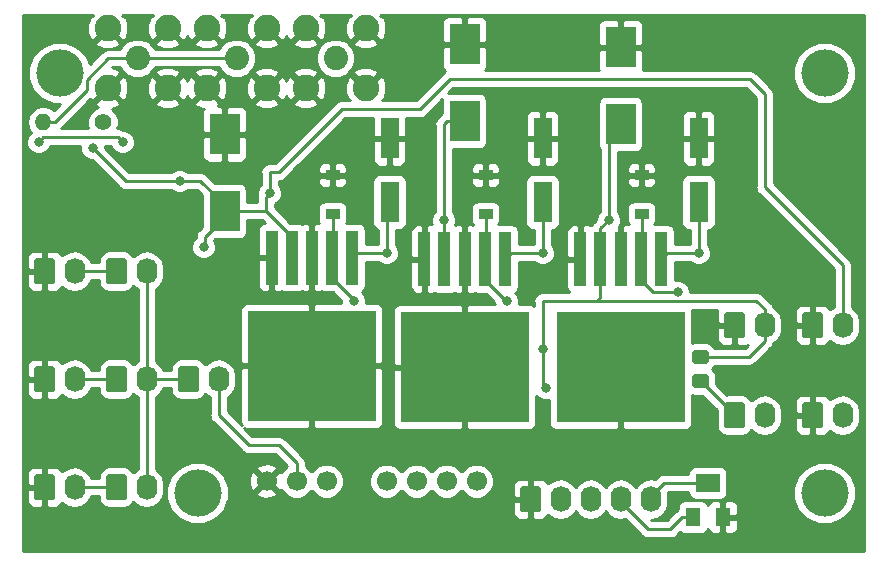
<source format=gbr>
G04 #@! TF.GenerationSoftware,KiCad,Pcbnew,5.0.1*
G04 #@! TF.CreationDate,2019-02-21T21:56:02-06:00*
G04 #@! TF.ProjectId,PowerRDP,506F7765725244502E6B696361645F70,2*
G04 #@! TF.SameCoordinates,Original*
G04 #@! TF.FileFunction,Copper,L1,Top,Signal*
G04 #@! TF.FilePolarity,Positive*
%FSLAX46Y46*%
G04 Gerber Fmt 4.6, Leading zero omitted, Abs format (unit mm)*
G04 Created by KiCad (PCBNEW 5.0.1) date Thu 21 Feb 2019 09:56:02 PM CST*
%MOMM*%
%LPD*%
G01*
G04 APERTURE LIST*
G04 #@! TA.AperFunction,Conductor*
%ADD10C,0.100000*%
G04 #@! TD*
G04 #@! TA.AperFunction,ComponentPad*
%ADD11C,1.740000*%
G04 #@! TD*
G04 #@! TA.AperFunction,ComponentPad*
%ADD12O,1.740000X2.200000*%
G04 #@! TD*
G04 #@! TA.AperFunction,SMDPad,CuDef*
%ADD13R,1.300000X1.600000*%
G04 #@! TD*
G04 #@! TA.AperFunction,SMDPad,CuDef*
%ADD14R,2.000000X1.600000*%
G04 #@! TD*
G04 #@! TA.AperFunction,ComponentPad*
%ADD15C,1.700000*%
G04 #@! TD*
G04 #@! TA.AperFunction,SMDPad,CuDef*
%ADD16R,10.800000X9.400000*%
G04 #@! TD*
G04 #@! TA.AperFunction,SMDPad,CuDef*
%ADD17R,1.100000X4.600000*%
G04 #@! TD*
G04 #@! TA.AperFunction,SMDPad,CuDef*
%ADD18R,1.200000X0.900000*%
G04 #@! TD*
G04 #@! TA.AperFunction,SMDPad,CuDef*
%ADD19R,1.600000X3.500000*%
G04 #@! TD*
G04 #@! TA.AperFunction,SMDPad,CuDef*
%ADD20R,2.500000X3.500000*%
G04 #@! TD*
G04 #@! TA.AperFunction,WasherPad*
%ADD21C,4.000000*%
G04 #@! TD*
G04 #@! TA.AperFunction,ComponentPad*
%ADD22C,2.050000*%
G04 #@! TD*
G04 #@! TA.AperFunction,ComponentPad*
%ADD23C,2.250000*%
G04 #@! TD*
G04 #@! TA.AperFunction,SMDPad,CuDef*
%ADD24C,1.150000*%
G04 #@! TD*
G04 #@! TA.AperFunction,ComponentPad*
%ADD25C,1.400000*%
G04 #@! TD*
G04 #@! TA.AperFunction,ComponentPad*
%ADD26O,1.400000X1.400000*%
G04 #@! TD*
G04 #@! TA.AperFunction,ViaPad*
%ADD27C,0.800000*%
G04 #@! TD*
G04 #@! TA.AperFunction,Conductor*
%ADD28C,0.250000*%
G04 #@! TD*
G04 #@! TA.AperFunction,Conductor*
%ADD29C,0.254000*%
G04 #@! TD*
G04 APERTURE END LIST*
D10*
G04 #@! TO.N,GND*
G04 #@! TO.C,J1*
G36*
X87004505Y-66465204D02*
X87028773Y-66468804D01*
X87052572Y-66474765D01*
X87075671Y-66483030D01*
X87097850Y-66493520D01*
X87118893Y-66506132D01*
X87138599Y-66520747D01*
X87156777Y-66537223D01*
X87173253Y-66555401D01*
X87187868Y-66575107D01*
X87200480Y-66596150D01*
X87210970Y-66618329D01*
X87219235Y-66641428D01*
X87225196Y-66665227D01*
X87228796Y-66689495D01*
X87230000Y-66713999D01*
X87230000Y-68414001D01*
X87228796Y-68438505D01*
X87225196Y-68462773D01*
X87219235Y-68486572D01*
X87210970Y-68509671D01*
X87200480Y-68531850D01*
X87187868Y-68552893D01*
X87173253Y-68572599D01*
X87156777Y-68590777D01*
X87138599Y-68607253D01*
X87118893Y-68621868D01*
X87097850Y-68634480D01*
X87075671Y-68644970D01*
X87052572Y-68653235D01*
X87028773Y-68659196D01*
X87004505Y-68662796D01*
X86980001Y-68664000D01*
X85739999Y-68664000D01*
X85715495Y-68662796D01*
X85691227Y-68659196D01*
X85667428Y-68653235D01*
X85644329Y-68644970D01*
X85622150Y-68634480D01*
X85601107Y-68621868D01*
X85581401Y-68607253D01*
X85563223Y-68590777D01*
X85546747Y-68572599D01*
X85532132Y-68552893D01*
X85519520Y-68531850D01*
X85509030Y-68509671D01*
X85500765Y-68486572D01*
X85494804Y-68462773D01*
X85491204Y-68438505D01*
X85490000Y-68414001D01*
X85490000Y-66713999D01*
X85491204Y-66689495D01*
X85494804Y-66665227D01*
X85500765Y-66641428D01*
X85509030Y-66618329D01*
X85519520Y-66596150D01*
X85532132Y-66575107D01*
X85546747Y-66555401D01*
X85563223Y-66537223D01*
X85581401Y-66520747D01*
X85601107Y-66506132D01*
X85622150Y-66493520D01*
X85644329Y-66483030D01*
X85667428Y-66474765D01*
X85691227Y-66468804D01*
X85715495Y-66465204D01*
X85739999Y-66464000D01*
X86980001Y-66464000D01*
X87004505Y-66465204D01*
X87004505Y-66465204D01*
G37*
D11*
G04 #@! TD*
G04 #@! TO.P,J1,1*
G04 #@! TO.N,GND*
X86360000Y-67564000D03*
D12*
G04 #@! TO.P,J1,2*
G04 #@! TO.N,Net-(J1-Pad2)*
X88900000Y-67564000D03*
G04 #@! TD*
D10*
G04 #@! TO.N,Net-(J1-Pad2)*
G04 #@! TO.C,J2*
G36*
X93100505Y-66465204D02*
X93124773Y-66468804D01*
X93148572Y-66474765D01*
X93171671Y-66483030D01*
X93193850Y-66493520D01*
X93214893Y-66506132D01*
X93234599Y-66520747D01*
X93252777Y-66537223D01*
X93269253Y-66555401D01*
X93283868Y-66575107D01*
X93296480Y-66596150D01*
X93306970Y-66618329D01*
X93315235Y-66641428D01*
X93321196Y-66665227D01*
X93324796Y-66689495D01*
X93326000Y-66713999D01*
X93326000Y-68414001D01*
X93324796Y-68438505D01*
X93321196Y-68462773D01*
X93315235Y-68486572D01*
X93306970Y-68509671D01*
X93296480Y-68531850D01*
X93283868Y-68552893D01*
X93269253Y-68572599D01*
X93252777Y-68590777D01*
X93234599Y-68607253D01*
X93214893Y-68621868D01*
X93193850Y-68634480D01*
X93171671Y-68644970D01*
X93148572Y-68653235D01*
X93124773Y-68659196D01*
X93100505Y-68662796D01*
X93076001Y-68664000D01*
X91835999Y-68664000D01*
X91811495Y-68662796D01*
X91787227Y-68659196D01*
X91763428Y-68653235D01*
X91740329Y-68644970D01*
X91718150Y-68634480D01*
X91697107Y-68621868D01*
X91677401Y-68607253D01*
X91659223Y-68590777D01*
X91642747Y-68572599D01*
X91628132Y-68552893D01*
X91615520Y-68531850D01*
X91605030Y-68509671D01*
X91596765Y-68486572D01*
X91590804Y-68462773D01*
X91587204Y-68438505D01*
X91586000Y-68414001D01*
X91586000Y-66713999D01*
X91587204Y-66689495D01*
X91590804Y-66665227D01*
X91596765Y-66641428D01*
X91605030Y-66618329D01*
X91615520Y-66596150D01*
X91628132Y-66575107D01*
X91642747Y-66555401D01*
X91659223Y-66537223D01*
X91677401Y-66520747D01*
X91697107Y-66506132D01*
X91718150Y-66493520D01*
X91740329Y-66483030D01*
X91763428Y-66474765D01*
X91787227Y-66468804D01*
X91811495Y-66465204D01*
X91835999Y-66464000D01*
X93076001Y-66464000D01*
X93100505Y-66465204D01*
X93100505Y-66465204D01*
G37*
D11*
G04 #@! TD*
G04 #@! TO.P,J2,1*
G04 #@! TO.N,Net-(J1-Pad2)*
X92456000Y-67564000D03*
D12*
G04 #@! TO.P,J2,2*
G04 #@! TO.N,+BATT*
X94996000Y-67564000D03*
G04 #@! TD*
G04 #@! TO.P,J3,2*
G04 #@! TO.N,Net-(J3-Pad2)*
X88900000Y-76708000D03*
D10*
G04 #@! TD*
G04 #@! TO.N,GND*
G04 #@! TO.C,J3*
G36*
X87004505Y-75609204D02*
X87028773Y-75612804D01*
X87052572Y-75618765D01*
X87075671Y-75627030D01*
X87097850Y-75637520D01*
X87118893Y-75650132D01*
X87138599Y-75664747D01*
X87156777Y-75681223D01*
X87173253Y-75699401D01*
X87187868Y-75719107D01*
X87200480Y-75740150D01*
X87210970Y-75762329D01*
X87219235Y-75785428D01*
X87225196Y-75809227D01*
X87228796Y-75833495D01*
X87230000Y-75857999D01*
X87230000Y-77558001D01*
X87228796Y-77582505D01*
X87225196Y-77606773D01*
X87219235Y-77630572D01*
X87210970Y-77653671D01*
X87200480Y-77675850D01*
X87187868Y-77696893D01*
X87173253Y-77716599D01*
X87156777Y-77734777D01*
X87138599Y-77751253D01*
X87118893Y-77765868D01*
X87097850Y-77778480D01*
X87075671Y-77788970D01*
X87052572Y-77797235D01*
X87028773Y-77803196D01*
X87004505Y-77806796D01*
X86980001Y-77808000D01*
X85739999Y-77808000D01*
X85715495Y-77806796D01*
X85691227Y-77803196D01*
X85667428Y-77797235D01*
X85644329Y-77788970D01*
X85622150Y-77778480D01*
X85601107Y-77765868D01*
X85581401Y-77751253D01*
X85563223Y-77734777D01*
X85546747Y-77716599D01*
X85532132Y-77696893D01*
X85519520Y-77675850D01*
X85509030Y-77653671D01*
X85500765Y-77630572D01*
X85494804Y-77606773D01*
X85491204Y-77582505D01*
X85490000Y-77558001D01*
X85490000Y-75857999D01*
X85491204Y-75833495D01*
X85494804Y-75809227D01*
X85500765Y-75785428D01*
X85509030Y-75762329D01*
X85519520Y-75740150D01*
X85532132Y-75719107D01*
X85546747Y-75699401D01*
X85563223Y-75681223D01*
X85581401Y-75664747D01*
X85601107Y-75650132D01*
X85622150Y-75637520D01*
X85644329Y-75627030D01*
X85667428Y-75618765D01*
X85691227Y-75612804D01*
X85715495Y-75609204D01*
X85739999Y-75608000D01*
X86980001Y-75608000D01*
X87004505Y-75609204D01*
X87004505Y-75609204D01*
G37*
D11*
G04 #@! TO.P,J3,1*
G04 #@! TO.N,GND*
X86360000Y-76708000D03*
G04 #@! TD*
D10*
G04 #@! TO.N,Net-(J3-Pad2)*
G04 #@! TO.C,J4*
G36*
X93100505Y-75609204D02*
X93124773Y-75612804D01*
X93148572Y-75618765D01*
X93171671Y-75627030D01*
X93193850Y-75637520D01*
X93214893Y-75650132D01*
X93234599Y-75664747D01*
X93252777Y-75681223D01*
X93269253Y-75699401D01*
X93283868Y-75719107D01*
X93296480Y-75740150D01*
X93306970Y-75762329D01*
X93315235Y-75785428D01*
X93321196Y-75809227D01*
X93324796Y-75833495D01*
X93326000Y-75857999D01*
X93326000Y-77558001D01*
X93324796Y-77582505D01*
X93321196Y-77606773D01*
X93315235Y-77630572D01*
X93306970Y-77653671D01*
X93296480Y-77675850D01*
X93283868Y-77696893D01*
X93269253Y-77716599D01*
X93252777Y-77734777D01*
X93234599Y-77751253D01*
X93214893Y-77765868D01*
X93193850Y-77778480D01*
X93171671Y-77788970D01*
X93148572Y-77797235D01*
X93124773Y-77803196D01*
X93100505Y-77806796D01*
X93076001Y-77808000D01*
X91835999Y-77808000D01*
X91811495Y-77806796D01*
X91787227Y-77803196D01*
X91763428Y-77797235D01*
X91740329Y-77788970D01*
X91718150Y-77778480D01*
X91697107Y-77765868D01*
X91677401Y-77751253D01*
X91659223Y-77734777D01*
X91642747Y-77716599D01*
X91628132Y-77696893D01*
X91615520Y-77675850D01*
X91605030Y-77653671D01*
X91596765Y-77630572D01*
X91590804Y-77606773D01*
X91587204Y-77582505D01*
X91586000Y-77558001D01*
X91586000Y-75857999D01*
X91587204Y-75833495D01*
X91590804Y-75809227D01*
X91596765Y-75785428D01*
X91605030Y-75762329D01*
X91615520Y-75740150D01*
X91628132Y-75719107D01*
X91642747Y-75699401D01*
X91659223Y-75681223D01*
X91677401Y-75664747D01*
X91697107Y-75650132D01*
X91718150Y-75637520D01*
X91740329Y-75627030D01*
X91763428Y-75618765D01*
X91787227Y-75612804D01*
X91811495Y-75609204D01*
X91835999Y-75608000D01*
X93076001Y-75608000D01*
X93100505Y-75609204D01*
X93100505Y-75609204D01*
G37*
D11*
G04 #@! TD*
G04 #@! TO.P,J4,1*
G04 #@! TO.N,Net-(J3-Pad2)*
X92456000Y-76708000D03*
D12*
G04 #@! TO.P,J4,2*
G04 #@! TO.N,+BATT*
X94996000Y-76708000D03*
G04 #@! TD*
G04 #@! TO.P,J5,2*
G04 #@! TO.N,Net-(J5-Pad2)*
X88900000Y-85852000D03*
D10*
G04 #@! TD*
G04 #@! TO.N,GND*
G04 #@! TO.C,J5*
G36*
X87004505Y-84753204D02*
X87028773Y-84756804D01*
X87052572Y-84762765D01*
X87075671Y-84771030D01*
X87097850Y-84781520D01*
X87118893Y-84794132D01*
X87138599Y-84808747D01*
X87156777Y-84825223D01*
X87173253Y-84843401D01*
X87187868Y-84863107D01*
X87200480Y-84884150D01*
X87210970Y-84906329D01*
X87219235Y-84929428D01*
X87225196Y-84953227D01*
X87228796Y-84977495D01*
X87230000Y-85001999D01*
X87230000Y-86702001D01*
X87228796Y-86726505D01*
X87225196Y-86750773D01*
X87219235Y-86774572D01*
X87210970Y-86797671D01*
X87200480Y-86819850D01*
X87187868Y-86840893D01*
X87173253Y-86860599D01*
X87156777Y-86878777D01*
X87138599Y-86895253D01*
X87118893Y-86909868D01*
X87097850Y-86922480D01*
X87075671Y-86932970D01*
X87052572Y-86941235D01*
X87028773Y-86947196D01*
X87004505Y-86950796D01*
X86980001Y-86952000D01*
X85739999Y-86952000D01*
X85715495Y-86950796D01*
X85691227Y-86947196D01*
X85667428Y-86941235D01*
X85644329Y-86932970D01*
X85622150Y-86922480D01*
X85601107Y-86909868D01*
X85581401Y-86895253D01*
X85563223Y-86878777D01*
X85546747Y-86860599D01*
X85532132Y-86840893D01*
X85519520Y-86819850D01*
X85509030Y-86797671D01*
X85500765Y-86774572D01*
X85494804Y-86750773D01*
X85491204Y-86726505D01*
X85490000Y-86702001D01*
X85490000Y-85001999D01*
X85491204Y-84977495D01*
X85494804Y-84953227D01*
X85500765Y-84929428D01*
X85509030Y-84906329D01*
X85519520Y-84884150D01*
X85532132Y-84863107D01*
X85546747Y-84843401D01*
X85563223Y-84825223D01*
X85581401Y-84808747D01*
X85601107Y-84794132D01*
X85622150Y-84781520D01*
X85644329Y-84771030D01*
X85667428Y-84762765D01*
X85691227Y-84756804D01*
X85715495Y-84753204D01*
X85739999Y-84752000D01*
X86980001Y-84752000D01*
X87004505Y-84753204D01*
X87004505Y-84753204D01*
G37*
D11*
G04 #@! TO.P,J5,1*
G04 #@! TO.N,GND*
X86360000Y-85852000D03*
G04 #@! TD*
D12*
G04 #@! TO.P,J6,2*
G04 #@! TO.N,+BATT*
X94996000Y-85852000D03*
D10*
G04 #@! TD*
G04 #@! TO.N,Net-(J5-Pad2)*
G04 #@! TO.C,J6*
G36*
X93100505Y-84753204D02*
X93124773Y-84756804D01*
X93148572Y-84762765D01*
X93171671Y-84771030D01*
X93193850Y-84781520D01*
X93214893Y-84794132D01*
X93234599Y-84808747D01*
X93252777Y-84825223D01*
X93269253Y-84843401D01*
X93283868Y-84863107D01*
X93296480Y-84884150D01*
X93306970Y-84906329D01*
X93315235Y-84929428D01*
X93321196Y-84953227D01*
X93324796Y-84977495D01*
X93326000Y-85001999D01*
X93326000Y-86702001D01*
X93324796Y-86726505D01*
X93321196Y-86750773D01*
X93315235Y-86774572D01*
X93306970Y-86797671D01*
X93296480Y-86819850D01*
X93283868Y-86840893D01*
X93269253Y-86860599D01*
X93252777Y-86878777D01*
X93234599Y-86895253D01*
X93214893Y-86909868D01*
X93193850Y-86922480D01*
X93171671Y-86932970D01*
X93148572Y-86941235D01*
X93124773Y-86947196D01*
X93100505Y-86950796D01*
X93076001Y-86952000D01*
X91835999Y-86952000D01*
X91811495Y-86950796D01*
X91787227Y-86947196D01*
X91763428Y-86941235D01*
X91740329Y-86932970D01*
X91718150Y-86922480D01*
X91697107Y-86909868D01*
X91677401Y-86895253D01*
X91659223Y-86878777D01*
X91642747Y-86860599D01*
X91628132Y-86840893D01*
X91615520Y-86819850D01*
X91605030Y-86797671D01*
X91596765Y-86774572D01*
X91590804Y-86750773D01*
X91587204Y-86726505D01*
X91586000Y-86702001D01*
X91586000Y-85001999D01*
X91587204Y-84977495D01*
X91590804Y-84953227D01*
X91596765Y-84929428D01*
X91605030Y-84906329D01*
X91615520Y-84884150D01*
X91628132Y-84863107D01*
X91642747Y-84843401D01*
X91659223Y-84825223D01*
X91677401Y-84808747D01*
X91697107Y-84794132D01*
X91718150Y-84781520D01*
X91740329Y-84771030D01*
X91763428Y-84762765D01*
X91787227Y-84756804D01*
X91811495Y-84753204D01*
X91835999Y-84752000D01*
X93076001Y-84752000D01*
X93100505Y-84753204D01*
X93100505Y-84753204D01*
G37*
D11*
G04 #@! TO.P,J6,1*
G04 #@! TO.N,Net-(J5-Pad2)*
X92456000Y-85852000D03*
G04 #@! TD*
D12*
G04 #@! TO.P,J7,2*
G04 #@! TO.N,/+3.3V*
X153924000Y-72136000D03*
D10*
G04 #@! TD*
G04 #@! TO.N,GND*
G04 #@! TO.C,J7*
G36*
X152028505Y-71037204D02*
X152052773Y-71040804D01*
X152076572Y-71046765D01*
X152099671Y-71055030D01*
X152121850Y-71065520D01*
X152142893Y-71078132D01*
X152162599Y-71092747D01*
X152180777Y-71109223D01*
X152197253Y-71127401D01*
X152211868Y-71147107D01*
X152224480Y-71168150D01*
X152234970Y-71190329D01*
X152243235Y-71213428D01*
X152249196Y-71237227D01*
X152252796Y-71261495D01*
X152254000Y-71285999D01*
X152254000Y-72986001D01*
X152252796Y-73010505D01*
X152249196Y-73034773D01*
X152243235Y-73058572D01*
X152234970Y-73081671D01*
X152224480Y-73103850D01*
X152211868Y-73124893D01*
X152197253Y-73144599D01*
X152180777Y-73162777D01*
X152162599Y-73179253D01*
X152142893Y-73193868D01*
X152121850Y-73206480D01*
X152099671Y-73216970D01*
X152076572Y-73225235D01*
X152052773Y-73231196D01*
X152028505Y-73234796D01*
X152004001Y-73236000D01*
X150763999Y-73236000D01*
X150739495Y-73234796D01*
X150715227Y-73231196D01*
X150691428Y-73225235D01*
X150668329Y-73216970D01*
X150646150Y-73206480D01*
X150625107Y-73193868D01*
X150605401Y-73179253D01*
X150587223Y-73162777D01*
X150570747Y-73144599D01*
X150556132Y-73124893D01*
X150543520Y-73103850D01*
X150533030Y-73081671D01*
X150524765Y-73058572D01*
X150518804Y-73034773D01*
X150515204Y-73010505D01*
X150514000Y-72986001D01*
X150514000Y-71285999D01*
X150515204Y-71261495D01*
X150518804Y-71237227D01*
X150524765Y-71213428D01*
X150533030Y-71190329D01*
X150543520Y-71168150D01*
X150556132Y-71147107D01*
X150570747Y-71127401D01*
X150587223Y-71109223D01*
X150605401Y-71092747D01*
X150625107Y-71078132D01*
X150646150Y-71065520D01*
X150668329Y-71055030D01*
X150691428Y-71046765D01*
X150715227Y-71040804D01*
X150739495Y-71037204D01*
X150763999Y-71036000D01*
X152004001Y-71036000D01*
X152028505Y-71037204D01*
X152028505Y-71037204D01*
G37*
D11*
G04 #@! TO.P,J7,1*
G04 #@! TO.N,GND*
X151384000Y-72136000D03*
G04 #@! TD*
D10*
G04 #@! TO.N,GND*
G04 #@! TO.C,J8*
G36*
X152028505Y-78657204D02*
X152052773Y-78660804D01*
X152076572Y-78666765D01*
X152099671Y-78675030D01*
X152121850Y-78685520D01*
X152142893Y-78698132D01*
X152162599Y-78712747D01*
X152180777Y-78729223D01*
X152197253Y-78747401D01*
X152211868Y-78767107D01*
X152224480Y-78788150D01*
X152234970Y-78810329D01*
X152243235Y-78833428D01*
X152249196Y-78857227D01*
X152252796Y-78881495D01*
X152254000Y-78905999D01*
X152254000Y-80606001D01*
X152252796Y-80630505D01*
X152249196Y-80654773D01*
X152243235Y-80678572D01*
X152234970Y-80701671D01*
X152224480Y-80723850D01*
X152211868Y-80744893D01*
X152197253Y-80764599D01*
X152180777Y-80782777D01*
X152162599Y-80799253D01*
X152142893Y-80813868D01*
X152121850Y-80826480D01*
X152099671Y-80836970D01*
X152076572Y-80845235D01*
X152052773Y-80851196D01*
X152028505Y-80854796D01*
X152004001Y-80856000D01*
X150763999Y-80856000D01*
X150739495Y-80854796D01*
X150715227Y-80851196D01*
X150691428Y-80845235D01*
X150668329Y-80836970D01*
X150646150Y-80826480D01*
X150625107Y-80813868D01*
X150605401Y-80799253D01*
X150587223Y-80782777D01*
X150570747Y-80764599D01*
X150556132Y-80744893D01*
X150543520Y-80723850D01*
X150533030Y-80701671D01*
X150524765Y-80678572D01*
X150518804Y-80654773D01*
X150515204Y-80630505D01*
X150514000Y-80606001D01*
X150514000Y-78905999D01*
X150515204Y-78881495D01*
X150518804Y-78857227D01*
X150524765Y-78833428D01*
X150533030Y-78810329D01*
X150543520Y-78788150D01*
X150556132Y-78767107D01*
X150570747Y-78747401D01*
X150587223Y-78729223D01*
X150605401Y-78712747D01*
X150625107Y-78698132D01*
X150646150Y-78685520D01*
X150668329Y-78675030D01*
X150691428Y-78666765D01*
X150715227Y-78660804D01*
X150739495Y-78657204D01*
X150763999Y-78656000D01*
X152004001Y-78656000D01*
X152028505Y-78657204D01*
X152028505Y-78657204D01*
G37*
D11*
G04 #@! TD*
G04 #@! TO.P,J8,1*
G04 #@! TO.N,GND*
X151384000Y-79756000D03*
D12*
G04 #@! TO.P,J8,2*
G04 #@! TO.N,/+5V*
X153924000Y-79756000D03*
G04 #@! TD*
D10*
G04 #@! TO.N,GND*
G04 #@! TO.C,J9*
G36*
X145424505Y-71037204D02*
X145448773Y-71040804D01*
X145472572Y-71046765D01*
X145495671Y-71055030D01*
X145517850Y-71065520D01*
X145538893Y-71078132D01*
X145558599Y-71092747D01*
X145576777Y-71109223D01*
X145593253Y-71127401D01*
X145607868Y-71147107D01*
X145620480Y-71168150D01*
X145630970Y-71190329D01*
X145639235Y-71213428D01*
X145645196Y-71237227D01*
X145648796Y-71261495D01*
X145650000Y-71285999D01*
X145650000Y-72986001D01*
X145648796Y-73010505D01*
X145645196Y-73034773D01*
X145639235Y-73058572D01*
X145630970Y-73081671D01*
X145620480Y-73103850D01*
X145607868Y-73124893D01*
X145593253Y-73144599D01*
X145576777Y-73162777D01*
X145558599Y-73179253D01*
X145538893Y-73193868D01*
X145517850Y-73206480D01*
X145495671Y-73216970D01*
X145472572Y-73225235D01*
X145448773Y-73231196D01*
X145424505Y-73234796D01*
X145400001Y-73236000D01*
X144159999Y-73236000D01*
X144135495Y-73234796D01*
X144111227Y-73231196D01*
X144087428Y-73225235D01*
X144064329Y-73216970D01*
X144042150Y-73206480D01*
X144021107Y-73193868D01*
X144001401Y-73179253D01*
X143983223Y-73162777D01*
X143966747Y-73144599D01*
X143952132Y-73124893D01*
X143939520Y-73103850D01*
X143929030Y-73081671D01*
X143920765Y-73058572D01*
X143914804Y-73034773D01*
X143911204Y-73010505D01*
X143910000Y-72986001D01*
X143910000Y-71285999D01*
X143911204Y-71261495D01*
X143914804Y-71237227D01*
X143920765Y-71213428D01*
X143929030Y-71190329D01*
X143939520Y-71168150D01*
X143952132Y-71147107D01*
X143966747Y-71127401D01*
X143983223Y-71109223D01*
X144001401Y-71092747D01*
X144021107Y-71078132D01*
X144042150Y-71065520D01*
X144064329Y-71055030D01*
X144087428Y-71046765D01*
X144111227Y-71040804D01*
X144135495Y-71037204D01*
X144159999Y-71036000D01*
X145400001Y-71036000D01*
X145424505Y-71037204D01*
X145424505Y-71037204D01*
G37*
D11*
G04 #@! TD*
G04 #@! TO.P,J9,1*
G04 #@! TO.N,GND*
X144780000Y-72136000D03*
D12*
G04 #@! TO.P,J9,2*
G04 #@! TO.N,/+12V*
X147320000Y-72136000D03*
G04 #@! TD*
D10*
G04 #@! TO.N,GND*
G04 #@! TO.C,J10*
G36*
X128152505Y-85769204D02*
X128176773Y-85772804D01*
X128200572Y-85778765D01*
X128223671Y-85787030D01*
X128245850Y-85797520D01*
X128266893Y-85810132D01*
X128286599Y-85824747D01*
X128304777Y-85841223D01*
X128321253Y-85859401D01*
X128335868Y-85879107D01*
X128348480Y-85900150D01*
X128358970Y-85922329D01*
X128367235Y-85945428D01*
X128373196Y-85969227D01*
X128376796Y-85993495D01*
X128378000Y-86017999D01*
X128378000Y-87718001D01*
X128376796Y-87742505D01*
X128373196Y-87766773D01*
X128367235Y-87790572D01*
X128358970Y-87813671D01*
X128348480Y-87835850D01*
X128335868Y-87856893D01*
X128321253Y-87876599D01*
X128304777Y-87894777D01*
X128286599Y-87911253D01*
X128266893Y-87925868D01*
X128245850Y-87938480D01*
X128223671Y-87948970D01*
X128200572Y-87957235D01*
X128176773Y-87963196D01*
X128152505Y-87966796D01*
X128128001Y-87968000D01*
X126887999Y-87968000D01*
X126863495Y-87966796D01*
X126839227Y-87963196D01*
X126815428Y-87957235D01*
X126792329Y-87948970D01*
X126770150Y-87938480D01*
X126749107Y-87925868D01*
X126729401Y-87911253D01*
X126711223Y-87894777D01*
X126694747Y-87876599D01*
X126680132Y-87856893D01*
X126667520Y-87835850D01*
X126657030Y-87813671D01*
X126648765Y-87790572D01*
X126642804Y-87766773D01*
X126639204Y-87742505D01*
X126638000Y-87718001D01*
X126638000Y-86017999D01*
X126639204Y-85993495D01*
X126642804Y-85969227D01*
X126648765Y-85945428D01*
X126657030Y-85922329D01*
X126667520Y-85900150D01*
X126680132Y-85879107D01*
X126694747Y-85859401D01*
X126711223Y-85841223D01*
X126729401Y-85824747D01*
X126749107Y-85810132D01*
X126770150Y-85797520D01*
X126792329Y-85787030D01*
X126815428Y-85778765D01*
X126839227Y-85772804D01*
X126863495Y-85769204D01*
X126887999Y-85768000D01*
X128128001Y-85768000D01*
X128152505Y-85769204D01*
X128152505Y-85769204D01*
G37*
D11*
G04 #@! TD*
G04 #@! TO.P,J10,1*
G04 #@! TO.N,GND*
X127508000Y-86868000D03*
D12*
G04 #@! TO.P,J10,2*
G04 #@! TO.N,/+15V*
X130048000Y-86868000D03*
G04 #@! TO.P,J10,3*
G04 #@! TO.N,/-15V*
X132588000Y-86868000D03*
G04 #@! TO.P,J10,4*
G04 #@! TO.N,/C_in*
X135128000Y-86868000D03*
G04 #@! TO.P,J10,5*
G04 #@! TO.N,/C_out*
X137668000Y-86868000D03*
G04 #@! TD*
D10*
G04 #@! TO.N,Net-(J11-Pad1)*
G04 #@! TO.C,J11*
G36*
X145424505Y-78657204D02*
X145448773Y-78660804D01*
X145472572Y-78666765D01*
X145495671Y-78675030D01*
X145517850Y-78685520D01*
X145538893Y-78698132D01*
X145558599Y-78712747D01*
X145576777Y-78729223D01*
X145593253Y-78747401D01*
X145607868Y-78767107D01*
X145620480Y-78788150D01*
X145630970Y-78810329D01*
X145639235Y-78833428D01*
X145645196Y-78857227D01*
X145648796Y-78881495D01*
X145650000Y-78905999D01*
X145650000Y-80606001D01*
X145648796Y-80630505D01*
X145645196Y-80654773D01*
X145639235Y-80678572D01*
X145630970Y-80701671D01*
X145620480Y-80723850D01*
X145607868Y-80744893D01*
X145593253Y-80764599D01*
X145576777Y-80782777D01*
X145558599Y-80799253D01*
X145538893Y-80813868D01*
X145517850Y-80826480D01*
X145495671Y-80836970D01*
X145472572Y-80845235D01*
X145448773Y-80851196D01*
X145424505Y-80854796D01*
X145400001Y-80856000D01*
X144159999Y-80856000D01*
X144135495Y-80854796D01*
X144111227Y-80851196D01*
X144087428Y-80845235D01*
X144064329Y-80836970D01*
X144042150Y-80826480D01*
X144021107Y-80813868D01*
X144001401Y-80799253D01*
X143983223Y-80782777D01*
X143966747Y-80764599D01*
X143952132Y-80744893D01*
X143939520Y-80723850D01*
X143929030Y-80701671D01*
X143920765Y-80678572D01*
X143914804Y-80654773D01*
X143911204Y-80630505D01*
X143910000Y-80606001D01*
X143910000Y-78905999D01*
X143911204Y-78881495D01*
X143914804Y-78857227D01*
X143920765Y-78833428D01*
X143929030Y-78810329D01*
X143939520Y-78788150D01*
X143952132Y-78767107D01*
X143966747Y-78747401D01*
X143983223Y-78729223D01*
X144001401Y-78712747D01*
X144021107Y-78698132D01*
X144042150Y-78685520D01*
X144064329Y-78675030D01*
X144087428Y-78666765D01*
X144111227Y-78660804D01*
X144135495Y-78657204D01*
X144159999Y-78656000D01*
X145400001Y-78656000D01*
X145424505Y-78657204D01*
X145424505Y-78657204D01*
G37*
D11*
G04 #@! TD*
G04 #@! TO.P,J11,1*
G04 #@! TO.N,Net-(J11-Pad1)*
X144780000Y-79756000D03*
D12*
G04 #@! TO.P,J11,2*
G04 #@! TO.N,/FAA_GND*
X147320000Y-79756000D03*
G04 #@! TD*
G04 #@! TO.P,J12,2*
G04 #@! TO.N,/POWR*
X101092000Y-76708000D03*
D10*
G04 #@! TD*
G04 #@! TO.N,+BATT*
G04 #@! TO.C,J12*
G36*
X99196505Y-75609204D02*
X99220773Y-75612804D01*
X99244572Y-75618765D01*
X99267671Y-75627030D01*
X99289850Y-75637520D01*
X99310893Y-75650132D01*
X99330599Y-75664747D01*
X99348777Y-75681223D01*
X99365253Y-75699401D01*
X99379868Y-75719107D01*
X99392480Y-75740150D01*
X99402970Y-75762329D01*
X99411235Y-75785428D01*
X99417196Y-75809227D01*
X99420796Y-75833495D01*
X99422000Y-75857999D01*
X99422000Y-77558001D01*
X99420796Y-77582505D01*
X99417196Y-77606773D01*
X99411235Y-77630572D01*
X99402970Y-77653671D01*
X99392480Y-77675850D01*
X99379868Y-77696893D01*
X99365253Y-77716599D01*
X99348777Y-77734777D01*
X99330599Y-77751253D01*
X99310893Y-77765868D01*
X99289850Y-77778480D01*
X99267671Y-77788970D01*
X99244572Y-77797235D01*
X99220773Y-77803196D01*
X99196505Y-77806796D01*
X99172001Y-77808000D01*
X97931999Y-77808000D01*
X97907495Y-77806796D01*
X97883227Y-77803196D01*
X97859428Y-77797235D01*
X97836329Y-77788970D01*
X97814150Y-77778480D01*
X97793107Y-77765868D01*
X97773401Y-77751253D01*
X97755223Y-77734777D01*
X97738747Y-77716599D01*
X97724132Y-77696893D01*
X97711520Y-77675850D01*
X97701030Y-77653671D01*
X97692765Y-77630572D01*
X97686804Y-77606773D01*
X97683204Y-77582505D01*
X97682000Y-77558001D01*
X97682000Y-75857999D01*
X97683204Y-75833495D01*
X97686804Y-75809227D01*
X97692765Y-75785428D01*
X97701030Y-75762329D01*
X97711520Y-75740150D01*
X97724132Y-75719107D01*
X97738747Y-75699401D01*
X97755223Y-75681223D01*
X97773401Y-75664747D01*
X97793107Y-75650132D01*
X97814150Y-75637520D01*
X97836329Y-75627030D01*
X97859428Y-75618765D01*
X97883227Y-75612804D01*
X97907495Y-75609204D01*
X97931999Y-75608000D01*
X99172001Y-75608000D01*
X99196505Y-75609204D01*
X99196505Y-75609204D01*
G37*
D11*
G04 #@! TO.P,J12,1*
G04 #@! TO.N,+BATT*
X98552000Y-76708000D03*
G04 #@! TD*
D13*
G04 #@! TO.P,RV1,1*
G04 #@! TO.N,/C_in*
X141264000Y-88392000D03*
D14*
G04 #@! TO.P,RV1,2*
G04 #@! TO.N,/C_out*
X142514000Y-85492000D03*
D13*
G04 #@! TO.P,RV1,3*
G04 #@! TO.N,GND*
X143764000Y-88392000D03*
G04 #@! TD*
D15*
G04 #@! TO.P,U1,1*
G04 #@! TO.N,GND*
X105156000Y-85344000D03*
G04 #@! TO.P,U1,2*
G04 #@! TO.N,/POWR*
X107696000Y-85344000D03*
G04 #@! TO.P,U1,3*
G04 #@! TO.N,Net-(U1-Pad3)*
X110236000Y-85344000D03*
G04 #@! TO.P,U1,5*
G04 #@! TO.N,Net-(U1-Pad5)*
X115316000Y-85344000D03*
G04 #@! TO.P,U1,6*
G04 #@! TO.N,Net-(L2-Pad1)*
X117856000Y-85344000D03*
G04 #@! TO.P,U1,7*
G04 #@! TO.N,Net-(JP1-Pad1)*
X120396000Y-85344000D03*
G04 #@! TO.P,U1,8*
G04 #@! TO.N,Net-(L1-Pad1)*
X122936000Y-85344000D03*
G04 #@! TD*
D16*
G04 #@! TO.P,U2,3*
G04 #@! TO.N,GND*
X108985000Y-75577000D03*
D17*
G04 #@! TO.P,U2,5*
X105585000Y-66427000D03*
G04 #@! TO.P,U2,4*
G04 #@! TO.N,/+3.3V*
X107285000Y-66427000D03*
G04 #@! TO.P,U2,3*
G04 #@! TO.N,GND*
X108985000Y-66427000D03*
G04 #@! TO.P,U2,2*
G04 #@! TO.N,Net-(D1-Pad1)*
X110685000Y-66427000D03*
G04 #@! TO.P,U2,1*
G04 #@! TO.N,/POWR*
X112385000Y-66427000D03*
G04 #@! TD*
G04 #@! TO.P,U3,1*
G04 #@! TO.N,/POWR*
X125320000Y-66542000D03*
G04 #@! TO.P,U3,2*
G04 #@! TO.N,Net-(D2-Pad1)*
X123620000Y-66542000D03*
G04 #@! TO.P,U3,3*
G04 #@! TO.N,GND*
X121920000Y-66542000D03*
G04 #@! TO.P,U3,4*
G04 #@! TO.N,/+5V*
X120220000Y-66542000D03*
G04 #@! TO.P,U3,5*
G04 #@! TO.N,GND*
X118520000Y-66542000D03*
D16*
G04 #@! TO.P,U3,3*
X121920000Y-75692000D03*
G04 #@! TD*
D17*
G04 #@! TO.P,U4,1*
G04 #@! TO.N,/POWR*
X138528000Y-66542000D03*
G04 #@! TO.P,U4,2*
G04 #@! TO.N,Net-(D3-Pad1)*
X136828000Y-66542000D03*
G04 #@! TO.P,U4,3*
G04 #@! TO.N,GND*
X135128000Y-66542000D03*
G04 #@! TO.P,U4,4*
G04 #@! TO.N,/+12V*
X133428000Y-66542000D03*
G04 #@! TO.P,U4,5*
G04 #@! TO.N,GND*
X131728000Y-66542000D03*
D16*
G04 #@! TO.P,U4,3*
X135128000Y-75692000D03*
G04 #@! TD*
D18*
G04 #@! TO.P,D1,1*
G04 #@! TO.N,Net-(D1-Pad1)*
X110744000Y-62738000D03*
G04 #@! TO.P,D1,2*
G04 #@! TO.N,GND*
X110744000Y-59438000D03*
G04 #@! TD*
G04 #@! TO.P,D2,2*
G04 #@! TO.N,GND*
X123698000Y-59436000D03*
G04 #@! TO.P,D2,1*
G04 #@! TO.N,Net-(D2-Pad1)*
X123698000Y-62736000D03*
G04 #@! TD*
G04 #@! TO.P,D3,1*
G04 #@! TO.N,Net-(D3-Pad1)*
X136906000Y-62738000D03*
G04 #@! TO.P,D3,2*
G04 #@! TO.N,GND*
X136906000Y-59438000D03*
G04 #@! TD*
D19*
G04 #@! TO.P,C3,2*
G04 #@! TO.N,/POWR*
X115570000Y-61722000D03*
G04 #@! TO.P,C3,1*
G04 #@! TO.N,GND*
X115570000Y-56322000D03*
G04 #@! TD*
G04 #@! TO.P,C4,1*
G04 #@! TO.N,GND*
X128524000Y-56322000D03*
G04 #@! TO.P,C4,2*
G04 #@! TO.N,/POWR*
X128524000Y-61722000D03*
G04 #@! TD*
G04 #@! TO.P,C5,1*
G04 #@! TO.N,GND*
X141732000Y-56322000D03*
G04 #@! TO.P,C5,2*
G04 #@! TO.N,/POWR*
X141732000Y-61722000D03*
G04 #@! TD*
D20*
G04 #@! TO.P,C6,1*
G04 #@! TO.N,/+3.3V*
X101600000Y-62484000D03*
G04 #@! TO.P,C6,2*
G04 #@! TO.N,GND*
X101600000Y-55984000D03*
G04 #@! TD*
G04 #@! TO.P,C7,2*
G04 #@! TO.N,GND*
X121920000Y-48364000D03*
G04 #@! TO.P,C7,1*
G04 #@! TO.N,/+5V*
X121920000Y-54864000D03*
G04 #@! TD*
G04 #@! TO.P,C8,1*
G04 #@! TO.N,/+12V*
X135128000Y-55118000D03*
G04 #@! TO.P,C8,2*
G04 #@! TO.N,GND*
X135128000Y-48618000D03*
G04 #@! TD*
D21*
G04 #@! TO.P,REF\002A\002A,*
G04 #@! TO.N,*
X152400000Y-86360000D03*
G04 #@! TD*
G04 #@! TO.P,REF\002A\002A,*
G04 #@! TO.N,*
X99314000Y-86360000D03*
G04 #@! TD*
G04 #@! TO.P,REF\002A\002A,*
G04 #@! TO.N,*
X87630000Y-50800000D03*
G04 #@! TD*
G04 #@! TO.P,REF\002A\002A,*
G04 #@! TO.N,*
X152400000Y-50800000D03*
G04 #@! TD*
D22*
G04 #@! TO.P,J13,1*
G04 #@! TO.N,/ADC1*
X94234000Y-49530000D03*
D23*
G04 #@! TO.P,J13,2*
G04 #@! TO.N,GND*
X96774000Y-52070000D03*
X96774000Y-46990000D03*
X91694000Y-46990000D03*
X91694000Y-52070000D03*
G04 #@! TD*
G04 #@! TO.P,J14,2*
G04 #@! TO.N,GND*
X100076000Y-52070000D03*
X100076000Y-46990000D03*
X105156000Y-46990000D03*
X105156000Y-52070000D03*
D22*
G04 #@! TO.P,J14,1*
G04 #@! TO.N,/ADC1*
X102616000Y-49530000D03*
G04 #@! TD*
G04 #@! TO.P,J15,1*
G04 #@! TO.N,/ADC2*
X110998000Y-49530000D03*
D23*
G04 #@! TO.P,J15,2*
G04 #@! TO.N,GND*
X113538000Y-52070000D03*
X113538000Y-46990000D03*
X108458000Y-46990000D03*
X108458000Y-52070000D03*
G04 #@! TD*
D10*
G04 #@! TO.N,/+12V*
G04 #@! TO.C,R7*
G36*
X142374505Y-74251204D02*
X142398773Y-74254804D01*
X142422572Y-74260765D01*
X142445671Y-74269030D01*
X142467850Y-74279520D01*
X142488893Y-74292132D01*
X142508599Y-74306747D01*
X142526777Y-74323223D01*
X142543253Y-74341401D01*
X142557868Y-74361107D01*
X142570480Y-74382150D01*
X142580970Y-74404329D01*
X142589235Y-74427428D01*
X142595196Y-74451227D01*
X142598796Y-74475495D01*
X142600000Y-74499999D01*
X142600000Y-75150001D01*
X142598796Y-75174505D01*
X142595196Y-75198773D01*
X142589235Y-75222572D01*
X142580970Y-75245671D01*
X142570480Y-75267850D01*
X142557868Y-75288893D01*
X142543253Y-75308599D01*
X142526777Y-75326777D01*
X142508599Y-75343253D01*
X142488893Y-75357868D01*
X142467850Y-75370480D01*
X142445671Y-75380970D01*
X142422572Y-75389235D01*
X142398773Y-75395196D01*
X142374505Y-75398796D01*
X142350001Y-75400000D01*
X141449999Y-75400000D01*
X141425495Y-75398796D01*
X141401227Y-75395196D01*
X141377428Y-75389235D01*
X141354329Y-75380970D01*
X141332150Y-75370480D01*
X141311107Y-75357868D01*
X141291401Y-75343253D01*
X141273223Y-75326777D01*
X141256747Y-75308599D01*
X141242132Y-75288893D01*
X141229520Y-75267850D01*
X141219030Y-75245671D01*
X141210765Y-75222572D01*
X141204804Y-75198773D01*
X141201204Y-75174505D01*
X141200000Y-75150001D01*
X141200000Y-74499999D01*
X141201204Y-74475495D01*
X141204804Y-74451227D01*
X141210765Y-74427428D01*
X141219030Y-74404329D01*
X141229520Y-74382150D01*
X141242132Y-74361107D01*
X141256747Y-74341401D01*
X141273223Y-74323223D01*
X141291401Y-74306747D01*
X141311107Y-74292132D01*
X141332150Y-74279520D01*
X141354329Y-74269030D01*
X141377428Y-74260765D01*
X141401227Y-74254804D01*
X141425495Y-74251204D01*
X141449999Y-74250000D01*
X142350001Y-74250000D01*
X142374505Y-74251204D01*
X142374505Y-74251204D01*
G37*
D24*
G04 #@! TD*
G04 #@! TO.P,R7,1*
G04 #@! TO.N,/+12V*
X141900000Y-74825000D03*
D10*
G04 #@! TO.N,Net-(J11-Pad1)*
G04 #@! TO.C,R7*
G36*
X142374505Y-76301204D02*
X142398773Y-76304804D01*
X142422572Y-76310765D01*
X142445671Y-76319030D01*
X142467850Y-76329520D01*
X142488893Y-76342132D01*
X142508599Y-76356747D01*
X142526777Y-76373223D01*
X142543253Y-76391401D01*
X142557868Y-76411107D01*
X142570480Y-76432150D01*
X142580970Y-76454329D01*
X142589235Y-76477428D01*
X142595196Y-76501227D01*
X142598796Y-76525495D01*
X142600000Y-76549999D01*
X142600000Y-77200001D01*
X142598796Y-77224505D01*
X142595196Y-77248773D01*
X142589235Y-77272572D01*
X142580970Y-77295671D01*
X142570480Y-77317850D01*
X142557868Y-77338893D01*
X142543253Y-77358599D01*
X142526777Y-77376777D01*
X142508599Y-77393253D01*
X142488893Y-77407868D01*
X142467850Y-77420480D01*
X142445671Y-77430970D01*
X142422572Y-77439235D01*
X142398773Y-77445196D01*
X142374505Y-77448796D01*
X142350001Y-77450000D01*
X141449999Y-77450000D01*
X141425495Y-77448796D01*
X141401227Y-77445196D01*
X141377428Y-77439235D01*
X141354329Y-77430970D01*
X141332150Y-77420480D01*
X141311107Y-77407868D01*
X141291401Y-77393253D01*
X141273223Y-77376777D01*
X141256747Y-77358599D01*
X141242132Y-77338893D01*
X141229520Y-77317850D01*
X141219030Y-77295671D01*
X141210765Y-77272572D01*
X141204804Y-77248773D01*
X141201204Y-77224505D01*
X141200000Y-77200001D01*
X141200000Y-76549999D01*
X141201204Y-76525495D01*
X141204804Y-76501227D01*
X141210765Y-76477428D01*
X141219030Y-76454329D01*
X141229520Y-76432150D01*
X141242132Y-76411107D01*
X141256747Y-76391401D01*
X141273223Y-76373223D01*
X141291401Y-76356747D01*
X141311107Y-76342132D01*
X141332150Y-76329520D01*
X141354329Y-76319030D01*
X141377428Y-76310765D01*
X141401227Y-76304804D01*
X141425495Y-76301204D01*
X141449999Y-76300000D01*
X142350001Y-76300000D01*
X142374505Y-76301204D01*
X142374505Y-76301204D01*
G37*
D24*
G04 #@! TD*
G04 #@! TO.P,R7,2*
G04 #@! TO.N,Net-(J11-Pad1)*
X141900000Y-76875000D03*
D25*
G04 #@! TO.P,R3,1*
G04 #@! TO.N,Net-(R3-Pad1)*
X91300000Y-54950000D03*
D26*
G04 #@! TO.P,R3,2*
G04 #@! TO.N,/ADC1*
X86220000Y-54950000D03*
G04 #@! TD*
D27*
G04 #@! TO.N,GND*
X101092000Y-69850000D03*
G04 #@! TO.N,/POWR*
X115316000Y-66040000D03*
X115316000Y-66040000D03*
X128524000Y-66040000D03*
X141732000Y-66040000D03*
G04 #@! TO.N,/+3.3V*
X105410000Y-60960000D03*
X97790000Y-59944000D03*
X90424000Y-57150000D03*
X99822000Y-65532000D03*
G04 #@! TO.N,/+5V*
X120142000Y-63246000D03*
G04 #@! TO.N,/+12V*
X134112000Y-63246000D03*
X128524000Y-74168000D03*
X128778000Y-77470000D03*
G04 #@! TO.N,Net-(D1-Pad1)*
X112522000Y-70104000D03*
G04 #@! TO.N,Net-(D2-Pad1)*
X125476000Y-70104000D03*
G04 #@! TO.N,Net-(D3-Pad1)*
X139954000Y-69342000D03*
G04 #@! TO.N,Net-(R4-Pad1)*
X85852000Y-56642000D03*
X92964000Y-56642000D03*
G04 #@! TD*
D28*
G04 #@! TO.N,/POWR*
X112772000Y-66040000D02*
X112385000Y-66427000D01*
X115316000Y-66040000D02*
X112772000Y-66040000D01*
X139030000Y-66040000D02*
X138528000Y-66542000D01*
X141732000Y-66040000D02*
X139030000Y-66040000D01*
X107696000Y-83820000D02*
X107696000Y-85344000D01*
X103632000Y-82296000D02*
X106172000Y-82296000D01*
X101092000Y-76708000D02*
X101092000Y-79756000D01*
X106172000Y-82296000D02*
X107696000Y-83820000D01*
X101092000Y-79756000D02*
X103632000Y-82296000D01*
X115316000Y-61976000D02*
X115570000Y-61722000D01*
X115316000Y-66040000D02*
X115316000Y-61976000D01*
X128524000Y-63722000D02*
X128524000Y-66040000D01*
X128524000Y-61722000D02*
X128524000Y-63722000D01*
X141732000Y-66040000D02*
X141732000Y-61722000D01*
X125822000Y-66040000D02*
X125320000Y-66542000D01*
X128524000Y-66040000D02*
X125822000Y-66040000D01*
G04 #@! TO.N,/+3.3V*
X107285000Y-64677000D02*
X107285000Y-66427000D01*
X105092000Y-62484000D02*
X107285000Y-64677000D01*
X101600000Y-62484000D02*
X105092000Y-62484000D01*
X105092000Y-62484000D02*
X105092000Y-61278000D01*
X105092000Y-61278000D02*
X105410000Y-60960000D01*
X105410000Y-59182000D02*
X105410000Y-60960000D01*
X153924000Y-67056000D02*
X147320000Y-60452000D01*
X147320000Y-52578000D02*
X146050000Y-51308000D01*
X153924000Y-72136000D02*
X153924000Y-67056000D01*
X147320000Y-60452000D02*
X147320000Y-52578000D01*
X105410000Y-59182000D02*
X106172000Y-59182000D01*
X106172000Y-59182000D02*
X111506000Y-53848000D01*
X111506000Y-53848000D02*
X118110000Y-53848000D01*
X120650000Y-51308000D02*
X146050000Y-51308000D01*
X118110000Y-53848000D02*
X120650000Y-51308000D01*
X101600000Y-62484000D02*
X101600000Y-61984000D01*
X99560000Y-59944000D02*
X97790000Y-59944000D01*
X101600000Y-61984000D02*
X99560000Y-59944000D01*
X97790000Y-59944000D02*
X93218000Y-59944000D01*
X93218000Y-59944000D02*
X90424000Y-57150000D01*
X101600000Y-62984000D02*
X101600000Y-62484000D01*
X99930001Y-64653999D02*
X101600000Y-62984000D01*
X99930001Y-65423999D02*
X99822000Y-65532000D01*
X99930001Y-64653999D02*
X99930001Y-65423999D01*
G04 #@! TO.N,/+5V*
X120220000Y-66542000D02*
X120220000Y-68292000D01*
X120142000Y-66464000D02*
X120220000Y-66542000D01*
X120142000Y-63246000D02*
X120142000Y-66464000D01*
X120420000Y-54864000D02*
X121920000Y-54864000D01*
X120142000Y-55142000D02*
X120420000Y-54864000D01*
X120142000Y-63246000D02*
X120142000Y-55142000D01*
G04 #@! TO.N,/+12V*
X133428000Y-69772000D02*
X133428000Y-66542000D01*
X133096000Y-70104000D02*
X133428000Y-69772000D01*
X147320000Y-70786000D02*
X147320000Y-72136000D01*
X146638000Y-70104000D02*
X147320000Y-70786000D01*
X133096000Y-70104000D02*
X146638000Y-70104000D01*
X147320000Y-72136000D02*
X147320000Y-72366000D01*
X133428000Y-66542000D02*
X133428000Y-63930000D01*
X133428000Y-63930000D02*
X134112000Y-63246000D01*
X134112000Y-56134000D02*
X135128000Y-55118000D01*
X134112000Y-63246000D02*
X134112000Y-56134000D01*
X128524000Y-70104000D02*
X133096000Y-70104000D01*
X128524000Y-70104000D02*
X128524000Y-74168000D01*
X128524000Y-74168000D02*
X128524000Y-77216000D01*
X128524000Y-77216000D02*
X128778000Y-77470000D01*
X147320000Y-72136000D02*
X147320000Y-73486000D01*
X145981000Y-74825000D02*
X141900000Y-74825000D01*
X147320000Y-73486000D02*
X145981000Y-74825000D01*
G04 #@! TO.N,Net-(D1-Pad1)*
X110744000Y-66368000D02*
X110685000Y-66427000D01*
X110744000Y-62738000D02*
X110744000Y-66368000D01*
X112522000Y-70014000D02*
X112522000Y-70104000D01*
X110685000Y-66427000D02*
X110685000Y-68177000D01*
X110685000Y-68177000D02*
X112522000Y-70014000D01*
G04 #@! TO.N,Net-(D2-Pad1)*
X125432000Y-70104000D02*
X125476000Y-70104000D01*
X123620000Y-66542000D02*
X123620000Y-68292000D01*
X123620000Y-68292000D02*
X125432000Y-70104000D01*
X123698000Y-66464000D02*
X123620000Y-66542000D01*
X123698000Y-62736000D02*
X123698000Y-66464000D01*
G04 #@! TO.N,Net-(D3-Pad1)*
X136906000Y-66464000D02*
X136828000Y-66542000D01*
X136906000Y-62738000D02*
X136906000Y-66464000D01*
X137878000Y-69342000D02*
X139954000Y-69342000D01*
X136828000Y-66542000D02*
X136828000Y-68292000D01*
X136828000Y-68292000D02*
X137878000Y-69342000D01*
G04 #@! TO.N,Net-(J1-Pad2)*
X88900000Y-67564000D02*
X92456000Y-67564000D01*
G04 #@! TO.N,+BATT*
X94996000Y-84502000D02*
X94996000Y-76708000D01*
X94996000Y-85852000D02*
X94996000Y-84502000D01*
X94996000Y-67564000D02*
X94996000Y-76708000D01*
X94996000Y-76708000D02*
X98552000Y-76708000D01*
G04 #@! TO.N,Net-(J3-Pad2)*
X88900000Y-76708000D02*
X92456000Y-76708000D01*
G04 #@! TO.N,Net-(J5-Pad2)*
X88900000Y-85852000D02*
X92456000Y-85852000D01*
G04 #@! TO.N,/C_in*
X140364000Y-88392000D02*
X139348000Y-89408000D01*
X141264000Y-88392000D02*
X140364000Y-88392000D01*
X139348000Y-89408000D02*
X137438000Y-89408000D01*
X135128000Y-87098000D02*
X135128000Y-86868000D01*
X137438000Y-89408000D02*
X135128000Y-87098000D01*
G04 #@! TO.N,/C_out*
X137668000Y-86638000D02*
X137668000Y-86868000D01*
X138814000Y-85492000D02*
X137668000Y-86638000D01*
X142514000Y-85492000D02*
X138814000Y-85492000D01*
G04 #@! TO.N,/ADC1*
X95683568Y-49530000D02*
X102616000Y-49530000D01*
X94234000Y-49530000D02*
X95683568Y-49530000D01*
X94234000Y-49530000D02*
X91770000Y-49530000D01*
X89955001Y-52204948D02*
X87209949Y-54950000D01*
X89955001Y-51344999D02*
X89955001Y-52204948D01*
X87209949Y-54950000D02*
X86220000Y-54950000D01*
X91770000Y-49530000D02*
X89955001Y-51344999D01*
G04 #@! TO.N,Net-(R4-Pad1)*
X92564001Y-56242001D02*
X92964000Y-56642000D01*
X85852000Y-56642000D02*
X86251999Y-56242001D01*
X86251999Y-56242001D02*
X92564001Y-56242001D01*
G04 #@! TO.N,Net-(J11-Pad1)*
X144780000Y-79755000D02*
X144780000Y-79756000D01*
X141900000Y-76875000D02*
X144780000Y-79755000D01*
G04 #@! TD*
D29*
G04 #@! TO.N,GND*
G36*
X90451051Y-45926659D02*
X90171227Y-46040621D01*
X89923830Y-46695629D01*
X89945925Y-47395451D01*
X90171227Y-47939379D01*
X90451053Y-48053342D01*
X91514395Y-46990000D01*
X91500253Y-46975858D01*
X91679858Y-46796253D01*
X91694000Y-46810395D01*
X91708143Y-46796253D01*
X91887748Y-46975858D01*
X91873605Y-46990000D01*
X92936947Y-48053342D01*
X93216773Y-47939379D01*
X93464170Y-47284371D01*
X93442075Y-46584549D01*
X93216773Y-46040621D01*
X92936949Y-45926659D01*
X92966608Y-45897000D01*
X95501392Y-45897000D01*
X95531051Y-45926659D01*
X95251227Y-46040621D01*
X95003830Y-46695629D01*
X95025925Y-47395451D01*
X95251227Y-47939379D01*
X95531053Y-48053342D01*
X96594395Y-46990000D01*
X96580253Y-46975858D01*
X96759858Y-46796253D01*
X96774000Y-46810395D01*
X96788143Y-46796253D01*
X96967748Y-46975858D01*
X96953605Y-46990000D01*
X98016947Y-48053342D01*
X98296773Y-47939379D01*
X98419088Y-47615538D01*
X98553227Y-47939379D01*
X98833053Y-48053342D01*
X99896395Y-46990000D01*
X99882253Y-46975858D01*
X100061858Y-46796253D01*
X100076000Y-46810395D01*
X100090143Y-46796253D01*
X100269748Y-46975858D01*
X100255605Y-46990000D01*
X101318947Y-48053342D01*
X101598773Y-47939379D01*
X101846170Y-47284371D01*
X101824075Y-46584549D01*
X101598773Y-46040621D01*
X101318949Y-45926659D01*
X101348608Y-45897000D01*
X103883392Y-45897000D01*
X103913051Y-45926659D01*
X103633227Y-46040621D01*
X103385830Y-46695629D01*
X103407925Y-47395451D01*
X103633227Y-47939379D01*
X103913053Y-48053342D01*
X104976395Y-46990000D01*
X104962253Y-46975858D01*
X105141858Y-46796253D01*
X105156000Y-46810395D01*
X105170143Y-46796253D01*
X105349748Y-46975858D01*
X105335605Y-46990000D01*
X106398947Y-48053342D01*
X106678773Y-47939379D01*
X106801088Y-47615538D01*
X106935227Y-47939379D01*
X107215053Y-48053342D01*
X108278395Y-46990000D01*
X108264253Y-46975858D01*
X108443858Y-46796253D01*
X108458000Y-46810395D01*
X108472143Y-46796253D01*
X108651748Y-46975858D01*
X108637605Y-46990000D01*
X109700947Y-48053342D01*
X109980773Y-47939379D01*
X110228170Y-47284371D01*
X110206075Y-46584549D01*
X109980773Y-46040621D01*
X109700949Y-45926659D01*
X109730608Y-45897000D01*
X112265392Y-45897000D01*
X112295051Y-45926659D01*
X112015227Y-46040621D01*
X111767830Y-46695629D01*
X111789925Y-47395451D01*
X112015227Y-47939379D01*
X112295053Y-48053342D01*
X113358395Y-46990000D01*
X113344253Y-46975858D01*
X113523858Y-46796253D01*
X113538000Y-46810395D01*
X113552143Y-46796253D01*
X113731748Y-46975858D01*
X113717605Y-46990000D01*
X114780947Y-48053342D01*
X115060773Y-47939379D01*
X115308170Y-47284371D01*
X115286075Y-46584549D01*
X115245956Y-46487691D01*
X120035000Y-46487691D01*
X120035000Y-48078250D01*
X120193750Y-48237000D01*
X121793000Y-48237000D01*
X121793000Y-46137750D01*
X122047000Y-46137750D01*
X122047000Y-48237000D01*
X123646250Y-48237000D01*
X123805000Y-48078250D01*
X123805000Y-46741691D01*
X133243000Y-46741691D01*
X133243000Y-48332250D01*
X133401750Y-48491000D01*
X135001000Y-48491000D01*
X135001000Y-46391750D01*
X135255000Y-46391750D01*
X135255000Y-48491000D01*
X136854250Y-48491000D01*
X137013000Y-48332250D01*
X137013000Y-46741691D01*
X136916327Y-46508302D01*
X136737699Y-46329673D01*
X136504310Y-46233000D01*
X135413750Y-46233000D01*
X135255000Y-46391750D01*
X135001000Y-46391750D01*
X134842250Y-46233000D01*
X133751690Y-46233000D01*
X133518301Y-46329673D01*
X133339673Y-46508302D01*
X133243000Y-46741691D01*
X123805000Y-46741691D01*
X123805000Y-46487691D01*
X123708327Y-46254302D01*
X123529699Y-46075673D01*
X123296310Y-45979000D01*
X122205750Y-45979000D01*
X122047000Y-46137750D01*
X121793000Y-46137750D01*
X121634250Y-45979000D01*
X120543690Y-45979000D01*
X120310301Y-46075673D01*
X120131673Y-46254302D01*
X120035000Y-46487691D01*
X115245956Y-46487691D01*
X115060773Y-46040621D01*
X114780949Y-45926659D01*
X114810608Y-45897000D01*
X155779000Y-45897000D01*
X155779001Y-55812534D01*
X155779000Y-55812539D01*
X155779001Y-91263000D01*
X84505000Y-91263000D01*
X84505000Y-86137750D01*
X84855000Y-86137750D01*
X84855000Y-87078310D01*
X84951673Y-87311699D01*
X85130302Y-87490327D01*
X85363691Y-87587000D01*
X86074250Y-87587000D01*
X86233000Y-87428250D01*
X86233000Y-85979000D01*
X85013750Y-85979000D01*
X84855000Y-86137750D01*
X84505000Y-86137750D01*
X84505000Y-84625690D01*
X84855000Y-84625690D01*
X84855000Y-85566250D01*
X85013750Y-85725000D01*
X86233000Y-85725000D01*
X86233000Y-84275750D01*
X86074250Y-84117000D01*
X85363691Y-84117000D01*
X85130302Y-84213673D01*
X84951673Y-84392301D01*
X84855000Y-84625690D01*
X84505000Y-84625690D01*
X84505000Y-76993750D01*
X84855000Y-76993750D01*
X84855000Y-77934310D01*
X84951673Y-78167699D01*
X85130302Y-78346327D01*
X85363691Y-78443000D01*
X86074250Y-78443000D01*
X86233000Y-78284250D01*
X86233000Y-76835000D01*
X85013750Y-76835000D01*
X84855000Y-76993750D01*
X84505000Y-76993750D01*
X84505000Y-75481690D01*
X84855000Y-75481690D01*
X84855000Y-76422250D01*
X85013750Y-76581000D01*
X86233000Y-76581000D01*
X86233000Y-75131750D01*
X86074250Y-74973000D01*
X85363691Y-74973000D01*
X85130302Y-75069673D01*
X84951673Y-75248301D01*
X84855000Y-75481690D01*
X84505000Y-75481690D01*
X84505000Y-67849750D01*
X84855000Y-67849750D01*
X84855000Y-68790310D01*
X84951673Y-69023699D01*
X85130302Y-69202327D01*
X85363691Y-69299000D01*
X86074250Y-69299000D01*
X86233000Y-69140250D01*
X86233000Y-67691000D01*
X85013750Y-67691000D01*
X84855000Y-67849750D01*
X84505000Y-67849750D01*
X84505000Y-66337690D01*
X84855000Y-66337690D01*
X84855000Y-67278250D01*
X85013750Y-67437000D01*
X86233000Y-67437000D01*
X86233000Y-65987750D01*
X86487000Y-65987750D01*
X86487000Y-67437000D01*
X86507000Y-67437000D01*
X86507000Y-67691000D01*
X86487000Y-67691000D01*
X86487000Y-69140250D01*
X86645750Y-69299000D01*
X87356309Y-69299000D01*
X87589698Y-69202327D01*
X87768327Y-69023699D01*
X87825364Y-68885999D01*
X88312779Y-69211678D01*
X88900000Y-69328484D01*
X89487222Y-69211678D01*
X89985044Y-68879044D01*
X90317678Y-68381221D01*
X90329060Y-68324000D01*
X90938560Y-68324000D01*
X90938560Y-68414001D01*
X91006873Y-68757436D01*
X91201414Y-69048586D01*
X91492564Y-69243127D01*
X91835999Y-69311440D01*
X93076001Y-69311440D01*
X93419436Y-69243127D01*
X93710586Y-69048586D01*
X93867413Y-68813878D01*
X93910956Y-68879044D01*
X94236000Y-69096231D01*
X94236001Y-75175768D01*
X93910956Y-75392956D01*
X93867414Y-75458122D01*
X93710586Y-75223414D01*
X93419436Y-75028873D01*
X93076001Y-74960560D01*
X91835999Y-74960560D01*
X91492564Y-75028873D01*
X91201414Y-75223414D01*
X91006873Y-75514564D01*
X90938560Y-75857999D01*
X90938560Y-75948000D01*
X90329060Y-75948000D01*
X90317678Y-75890778D01*
X89985044Y-75392956D01*
X89487221Y-75060322D01*
X88900000Y-74943516D01*
X88312778Y-75060322D01*
X87825364Y-75386001D01*
X87768327Y-75248301D01*
X87589698Y-75069673D01*
X87356309Y-74973000D01*
X86645750Y-74973000D01*
X86487000Y-75131750D01*
X86487000Y-76581000D01*
X86507000Y-76581000D01*
X86507000Y-76835000D01*
X86487000Y-76835000D01*
X86487000Y-78284250D01*
X86645750Y-78443000D01*
X87356309Y-78443000D01*
X87589698Y-78346327D01*
X87768327Y-78167699D01*
X87825364Y-78029999D01*
X88312779Y-78355678D01*
X88900000Y-78472484D01*
X89487222Y-78355678D01*
X89985044Y-78023044D01*
X90317678Y-77525221D01*
X90329060Y-77468000D01*
X90938560Y-77468000D01*
X90938560Y-77558001D01*
X91006873Y-77901436D01*
X91201414Y-78192586D01*
X91492564Y-78387127D01*
X91835999Y-78455440D01*
X93076001Y-78455440D01*
X93419436Y-78387127D01*
X93710586Y-78192586D01*
X93867413Y-77957878D01*
X93910956Y-78023044D01*
X94236001Y-78240232D01*
X94236000Y-84319769D01*
X93910956Y-84536956D01*
X93867414Y-84602122D01*
X93710586Y-84367414D01*
X93419436Y-84172873D01*
X93076001Y-84104560D01*
X91835999Y-84104560D01*
X91492564Y-84172873D01*
X91201414Y-84367414D01*
X91006873Y-84658564D01*
X90938560Y-85001999D01*
X90938560Y-85092000D01*
X90329060Y-85092000D01*
X90317678Y-85034778D01*
X89985044Y-84536956D01*
X89487221Y-84204322D01*
X88900000Y-84087516D01*
X88312778Y-84204322D01*
X87825364Y-84530001D01*
X87768327Y-84392301D01*
X87589698Y-84213673D01*
X87356309Y-84117000D01*
X86645750Y-84117000D01*
X86487000Y-84275750D01*
X86487000Y-85725000D01*
X86507000Y-85725000D01*
X86507000Y-85979000D01*
X86487000Y-85979000D01*
X86487000Y-87428250D01*
X86645750Y-87587000D01*
X87356309Y-87587000D01*
X87589698Y-87490327D01*
X87768327Y-87311699D01*
X87825364Y-87173999D01*
X88312779Y-87499678D01*
X88900000Y-87616484D01*
X89487222Y-87499678D01*
X89985044Y-87167044D01*
X90317678Y-86669221D01*
X90329060Y-86612000D01*
X90938560Y-86612000D01*
X90938560Y-86702001D01*
X91006873Y-87045436D01*
X91201414Y-87336586D01*
X91492564Y-87531127D01*
X91835999Y-87599440D01*
X93076001Y-87599440D01*
X93419436Y-87531127D01*
X93710586Y-87336586D01*
X93867413Y-87101878D01*
X93910956Y-87167044D01*
X94408779Y-87499678D01*
X94996000Y-87616484D01*
X95583222Y-87499678D01*
X96081044Y-87167044D01*
X96413678Y-86669221D01*
X96501000Y-86230225D01*
X96501000Y-85835866D01*
X96679000Y-85835866D01*
X96679000Y-86884134D01*
X97080155Y-87852608D01*
X97821392Y-88593845D01*
X98789866Y-88995000D01*
X99838134Y-88995000D01*
X100806608Y-88593845D01*
X101547845Y-87852608D01*
X101837321Y-87153750D01*
X126003000Y-87153750D01*
X126003000Y-88094310D01*
X126099673Y-88327699D01*
X126278302Y-88506327D01*
X126511691Y-88603000D01*
X127222250Y-88603000D01*
X127381000Y-88444250D01*
X127381000Y-86995000D01*
X126161750Y-86995000D01*
X126003000Y-87153750D01*
X101837321Y-87153750D01*
X101949000Y-86884134D01*
X101949000Y-86387958D01*
X104291647Y-86387958D01*
X104371920Y-86639259D01*
X104927279Y-86840718D01*
X105517458Y-86814315D01*
X105940080Y-86639259D01*
X106020353Y-86387958D01*
X105156000Y-85523605D01*
X104291647Y-86387958D01*
X101949000Y-86387958D01*
X101949000Y-85835866D01*
X101650524Y-85115279D01*
X103659282Y-85115279D01*
X103685685Y-85705458D01*
X103860741Y-86128080D01*
X104112042Y-86208353D01*
X104976395Y-85344000D01*
X104112042Y-84479647D01*
X103860741Y-84559920D01*
X103659282Y-85115279D01*
X101650524Y-85115279D01*
X101547845Y-84867392D01*
X100980495Y-84300042D01*
X104291647Y-84300042D01*
X105156000Y-85164395D01*
X106020353Y-84300042D01*
X105940080Y-84048741D01*
X105384721Y-83847282D01*
X104794542Y-83873685D01*
X104371920Y-84048741D01*
X104291647Y-84300042D01*
X100980495Y-84300042D01*
X100806608Y-84126155D01*
X99838134Y-83725000D01*
X98789866Y-83725000D01*
X97821392Y-84126155D01*
X97080155Y-84867392D01*
X96679000Y-85835866D01*
X96501000Y-85835866D01*
X96501000Y-85473774D01*
X96413678Y-85034778D01*
X96081044Y-84536956D01*
X95756000Y-84319769D01*
X95756000Y-78240231D01*
X96081044Y-78023044D01*
X96413678Y-77525221D01*
X96425060Y-77468000D01*
X97034560Y-77468000D01*
X97034560Y-77558001D01*
X97102873Y-77901436D01*
X97297414Y-78192586D01*
X97588564Y-78387127D01*
X97931999Y-78455440D01*
X99172001Y-78455440D01*
X99515436Y-78387127D01*
X99806586Y-78192586D01*
X99963413Y-77957878D01*
X100006956Y-78023044D01*
X100332001Y-78240231D01*
X100332001Y-79681148D01*
X100317112Y-79756000D01*
X100332001Y-79830851D01*
X100332001Y-79830852D01*
X100376097Y-80052537D01*
X100544072Y-80303929D01*
X100607528Y-80346329D01*
X103041673Y-82780476D01*
X103084071Y-82843929D01*
X103147524Y-82886327D01*
X103147526Y-82886329D01*
X103272902Y-82970102D01*
X103335463Y-83011904D01*
X103557148Y-83056000D01*
X103557152Y-83056000D01*
X103631999Y-83070888D01*
X103706846Y-83056000D01*
X105857199Y-83056000D01*
X106877061Y-84075863D01*
X106854815Y-84085078D01*
X106437078Y-84502815D01*
X106417845Y-84549247D01*
X106199958Y-84479647D01*
X105335605Y-85344000D01*
X106199958Y-86208353D01*
X106417845Y-86138753D01*
X106437078Y-86185185D01*
X106854815Y-86602922D01*
X107400615Y-86829000D01*
X107991385Y-86829000D01*
X108537185Y-86602922D01*
X108954922Y-86185185D01*
X108966000Y-86158440D01*
X108977078Y-86185185D01*
X109394815Y-86602922D01*
X109940615Y-86829000D01*
X110531385Y-86829000D01*
X111077185Y-86602922D01*
X111494922Y-86185185D01*
X111721000Y-85639385D01*
X111721000Y-85048615D01*
X113831000Y-85048615D01*
X113831000Y-85639385D01*
X114057078Y-86185185D01*
X114474815Y-86602922D01*
X115020615Y-86829000D01*
X115611385Y-86829000D01*
X116157185Y-86602922D01*
X116574922Y-86185185D01*
X116586000Y-86158440D01*
X116597078Y-86185185D01*
X117014815Y-86602922D01*
X117560615Y-86829000D01*
X118151385Y-86829000D01*
X118697185Y-86602922D01*
X119114922Y-86185185D01*
X119126000Y-86158440D01*
X119137078Y-86185185D01*
X119554815Y-86602922D01*
X120100615Y-86829000D01*
X120691385Y-86829000D01*
X121237185Y-86602922D01*
X121654922Y-86185185D01*
X121666000Y-86158440D01*
X121677078Y-86185185D01*
X122094815Y-86602922D01*
X122640615Y-86829000D01*
X123231385Y-86829000D01*
X123777185Y-86602922D01*
X124194922Y-86185185D01*
X124420045Y-85641690D01*
X126003000Y-85641690D01*
X126003000Y-86582250D01*
X126161750Y-86741000D01*
X127381000Y-86741000D01*
X127381000Y-85291750D01*
X127635000Y-85291750D01*
X127635000Y-86741000D01*
X127655000Y-86741000D01*
X127655000Y-86995000D01*
X127635000Y-86995000D01*
X127635000Y-88444250D01*
X127793750Y-88603000D01*
X128504309Y-88603000D01*
X128737698Y-88506327D01*
X128916327Y-88327699D01*
X128973364Y-88189999D01*
X129460779Y-88515678D01*
X130048000Y-88632484D01*
X130635222Y-88515678D01*
X131133044Y-88183044D01*
X131318000Y-87906237D01*
X131502956Y-88183044D01*
X132000779Y-88515678D01*
X132588000Y-88632484D01*
X133175222Y-88515678D01*
X133673044Y-88183044D01*
X133858000Y-87906237D01*
X134042956Y-88183044D01*
X134540779Y-88515678D01*
X135128000Y-88632484D01*
X135511416Y-88556218D01*
X136847673Y-89892476D01*
X136890071Y-89955929D01*
X136953524Y-89998327D01*
X136953526Y-89998329D01*
X137078902Y-90082102D01*
X137141463Y-90123904D01*
X137363148Y-90168000D01*
X137363152Y-90168000D01*
X137437999Y-90182888D01*
X137512846Y-90168000D01*
X139273153Y-90168000D01*
X139348000Y-90182888D01*
X139422847Y-90168000D01*
X139422852Y-90168000D01*
X139644537Y-90123904D01*
X139895929Y-89955929D01*
X139938331Y-89892470D01*
X140171058Y-89659743D01*
X140366235Y-89790157D01*
X140614000Y-89839440D01*
X141914000Y-89839440D01*
X142161765Y-89790157D01*
X142371809Y-89649809D01*
X142512157Y-89439765D01*
X142517721Y-89411791D01*
X142575673Y-89551699D01*
X142754302Y-89730327D01*
X142987691Y-89827000D01*
X143478250Y-89827000D01*
X143637000Y-89668250D01*
X143637000Y-88519000D01*
X143891000Y-88519000D01*
X143891000Y-89668250D01*
X144049750Y-89827000D01*
X144540309Y-89827000D01*
X144773698Y-89730327D01*
X144952327Y-89551699D01*
X145049000Y-89318310D01*
X145049000Y-88677750D01*
X144890250Y-88519000D01*
X143891000Y-88519000D01*
X143637000Y-88519000D01*
X143617000Y-88519000D01*
X143617000Y-88265000D01*
X143637000Y-88265000D01*
X143637000Y-87115750D01*
X143891000Y-87115750D01*
X143891000Y-88265000D01*
X144890250Y-88265000D01*
X145049000Y-88106250D01*
X145049000Y-87465690D01*
X144952327Y-87232301D01*
X144773698Y-87053673D01*
X144540309Y-86957000D01*
X144049750Y-86957000D01*
X143891000Y-87115750D01*
X143637000Y-87115750D01*
X143478250Y-86957000D01*
X142987691Y-86957000D01*
X142754302Y-87053673D01*
X142575673Y-87232301D01*
X142517721Y-87372209D01*
X142512157Y-87344235D01*
X142371809Y-87134191D01*
X142161765Y-86993843D01*
X141914000Y-86944560D01*
X140614000Y-86944560D01*
X140366235Y-86993843D01*
X140156191Y-87134191D01*
X140015843Y-87344235D01*
X139966560Y-87592000D01*
X139966560Y-87743517D01*
X139816071Y-87844071D01*
X139773671Y-87907527D01*
X139033199Y-88648000D01*
X137752803Y-88648000D01*
X137725791Y-88620989D01*
X138255222Y-88515678D01*
X138753044Y-88183044D01*
X139085678Y-87685221D01*
X139173000Y-87246225D01*
X139173000Y-86489774D01*
X139126218Y-86254584D01*
X139128802Y-86252000D01*
X140866560Y-86252000D01*
X140866560Y-86292000D01*
X140915843Y-86539765D01*
X141056191Y-86749809D01*
X141266235Y-86890157D01*
X141514000Y-86939440D01*
X143514000Y-86939440D01*
X143761765Y-86890157D01*
X143971809Y-86749809D01*
X144112157Y-86539765D01*
X144161440Y-86292000D01*
X144161440Y-85835866D01*
X149765000Y-85835866D01*
X149765000Y-86884134D01*
X150166155Y-87852608D01*
X150907392Y-88593845D01*
X151875866Y-88995000D01*
X152924134Y-88995000D01*
X153892608Y-88593845D01*
X154633845Y-87852608D01*
X155035000Y-86884134D01*
X155035000Y-85835866D01*
X154633845Y-84867392D01*
X153892608Y-84126155D01*
X152924134Y-83725000D01*
X151875866Y-83725000D01*
X150907392Y-84126155D01*
X150166155Y-84867392D01*
X149765000Y-85835866D01*
X144161440Y-85835866D01*
X144161440Y-84692000D01*
X144112157Y-84444235D01*
X143971809Y-84234191D01*
X143761765Y-84093843D01*
X143514000Y-84044560D01*
X141514000Y-84044560D01*
X141266235Y-84093843D01*
X141056191Y-84234191D01*
X140915843Y-84444235D01*
X140866560Y-84692000D01*
X140866560Y-84732000D01*
X138888848Y-84732000D01*
X138814000Y-84717112D01*
X138739152Y-84732000D01*
X138739148Y-84732000D01*
X138565605Y-84766520D01*
X138517462Y-84776096D01*
X138380829Y-84867392D01*
X138266071Y-84944071D01*
X138223671Y-85007527D01*
X138051416Y-85179782D01*
X137668000Y-85103516D01*
X137080778Y-85220322D01*
X136582956Y-85552956D01*
X136398000Y-85829763D01*
X136213044Y-85552956D01*
X135715221Y-85220322D01*
X135128000Y-85103516D01*
X134540778Y-85220322D01*
X134042956Y-85552956D01*
X133858000Y-85829763D01*
X133673044Y-85552956D01*
X133175221Y-85220322D01*
X132588000Y-85103516D01*
X132000778Y-85220322D01*
X131502956Y-85552956D01*
X131318000Y-85829763D01*
X131133044Y-85552956D01*
X130635221Y-85220322D01*
X130048000Y-85103516D01*
X129460778Y-85220322D01*
X128973364Y-85546001D01*
X128916327Y-85408301D01*
X128737698Y-85229673D01*
X128504309Y-85133000D01*
X127793750Y-85133000D01*
X127635000Y-85291750D01*
X127381000Y-85291750D01*
X127222250Y-85133000D01*
X126511691Y-85133000D01*
X126278302Y-85229673D01*
X126099673Y-85408301D01*
X126003000Y-85641690D01*
X124420045Y-85641690D01*
X124421000Y-85639385D01*
X124421000Y-85048615D01*
X124194922Y-84502815D01*
X123777185Y-84085078D01*
X123231385Y-83859000D01*
X122640615Y-83859000D01*
X122094815Y-84085078D01*
X121677078Y-84502815D01*
X121666000Y-84529560D01*
X121654922Y-84502815D01*
X121237185Y-84085078D01*
X120691385Y-83859000D01*
X120100615Y-83859000D01*
X119554815Y-84085078D01*
X119137078Y-84502815D01*
X119126000Y-84529560D01*
X119114922Y-84502815D01*
X118697185Y-84085078D01*
X118151385Y-83859000D01*
X117560615Y-83859000D01*
X117014815Y-84085078D01*
X116597078Y-84502815D01*
X116586000Y-84529560D01*
X116574922Y-84502815D01*
X116157185Y-84085078D01*
X115611385Y-83859000D01*
X115020615Y-83859000D01*
X114474815Y-84085078D01*
X114057078Y-84502815D01*
X113831000Y-85048615D01*
X111721000Y-85048615D01*
X111494922Y-84502815D01*
X111077185Y-84085078D01*
X110531385Y-83859000D01*
X109940615Y-83859000D01*
X109394815Y-84085078D01*
X108977078Y-84502815D01*
X108966000Y-84529560D01*
X108954922Y-84502815D01*
X108537185Y-84085078D01*
X108456000Y-84051450D01*
X108456000Y-83894846D01*
X108470888Y-83819999D01*
X108456000Y-83745152D01*
X108456000Y-83745148D01*
X108411904Y-83523463D01*
X108370102Y-83460902D01*
X108286329Y-83335526D01*
X108286327Y-83335524D01*
X108243929Y-83272071D01*
X108180476Y-83229673D01*
X106762331Y-81811530D01*
X106719929Y-81748071D01*
X106468537Y-81580096D01*
X106246852Y-81536000D01*
X106246847Y-81536000D01*
X106172000Y-81521112D01*
X106097153Y-81536000D01*
X103946803Y-81536000D01*
X103226715Y-80815913D01*
X103458690Y-80912000D01*
X108699250Y-80912000D01*
X108858000Y-80753250D01*
X108858000Y-75704000D01*
X109112000Y-75704000D01*
X109112000Y-80753250D01*
X109270750Y-80912000D01*
X114511310Y-80912000D01*
X114744699Y-80815327D01*
X114923327Y-80636698D01*
X115020000Y-80403309D01*
X115020000Y-75977750D01*
X115885000Y-75977750D01*
X115885000Y-80518309D01*
X115981673Y-80751698D01*
X116160301Y-80930327D01*
X116393690Y-81027000D01*
X121634250Y-81027000D01*
X121793000Y-80868250D01*
X121793000Y-75819000D01*
X116043750Y-75819000D01*
X115885000Y-75977750D01*
X115020000Y-75977750D01*
X115020000Y-75862750D01*
X114861250Y-75704000D01*
X109112000Y-75704000D01*
X108858000Y-75704000D01*
X103108750Y-75704000D01*
X102950000Y-75862750D01*
X102950000Y-80403309D01*
X103046088Y-80635286D01*
X101852000Y-79441199D01*
X101852000Y-78240231D01*
X102177044Y-78023044D01*
X102509678Y-77525221D01*
X102597000Y-77086225D01*
X102597000Y-76329774D01*
X102509678Y-75890778D01*
X102177044Y-75392956D01*
X101679221Y-75060322D01*
X101092000Y-74943516D01*
X100504778Y-75060322D01*
X100006956Y-75392956D01*
X99963414Y-75458122D01*
X99806586Y-75223414D01*
X99515436Y-75028873D01*
X99172001Y-74960560D01*
X97931999Y-74960560D01*
X97588564Y-75028873D01*
X97297414Y-75223414D01*
X97102873Y-75514564D01*
X97034560Y-75857999D01*
X97034560Y-75948000D01*
X96425060Y-75948000D01*
X96413678Y-75890778D01*
X96081044Y-75392956D01*
X95756000Y-75175769D01*
X95756000Y-70750691D01*
X102950000Y-70750691D01*
X102950000Y-75291250D01*
X103108750Y-75450000D01*
X108858000Y-75450000D01*
X108858000Y-70400750D01*
X108699250Y-70242000D01*
X103458690Y-70242000D01*
X103225301Y-70338673D01*
X103046673Y-70517302D01*
X102950000Y-70750691D01*
X95756000Y-70750691D01*
X95756000Y-69096231D01*
X96081044Y-68879044D01*
X96413678Y-68381221D01*
X96501000Y-67942225D01*
X96501000Y-67185774D01*
X96413678Y-66746778D01*
X96390942Y-66712750D01*
X104400000Y-66712750D01*
X104400000Y-68853309D01*
X104496673Y-69086698D01*
X104675301Y-69265327D01*
X104908690Y-69362000D01*
X105299250Y-69362000D01*
X105458000Y-69203250D01*
X105458000Y-66554000D01*
X104558750Y-66554000D01*
X104400000Y-66712750D01*
X96390942Y-66712750D01*
X96081044Y-66248956D01*
X95583221Y-65916322D01*
X94996000Y-65799516D01*
X94408778Y-65916322D01*
X93910956Y-66248956D01*
X93867414Y-66314122D01*
X93710586Y-66079414D01*
X93419436Y-65884873D01*
X93076001Y-65816560D01*
X91835999Y-65816560D01*
X91492564Y-65884873D01*
X91201414Y-66079414D01*
X91006873Y-66370564D01*
X90938560Y-66713999D01*
X90938560Y-66804000D01*
X90329060Y-66804000D01*
X90317678Y-66746778D01*
X89985044Y-66248956D01*
X89487221Y-65916322D01*
X88900000Y-65799516D01*
X88312778Y-65916322D01*
X87825364Y-66242001D01*
X87768327Y-66104301D01*
X87589698Y-65925673D01*
X87356309Y-65829000D01*
X86645750Y-65829000D01*
X86487000Y-65987750D01*
X86233000Y-65987750D01*
X86074250Y-65829000D01*
X85363691Y-65829000D01*
X85130302Y-65925673D01*
X84951673Y-66104301D01*
X84855000Y-66337690D01*
X84505000Y-66337690D01*
X84505000Y-56436126D01*
X84817000Y-56436126D01*
X84817000Y-56847874D01*
X84974569Y-57228280D01*
X85265720Y-57519431D01*
X85646126Y-57677000D01*
X86057874Y-57677000D01*
X86438280Y-57519431D01*
X86729431Y-57228280D01*
X86823159Y-57002001D01*
X89389000Y-57002001D01*
X89389000Y-57355874D01*
X89546569Y-57736280D01*
X89837720Y-58027431D01*
X90218126Y-58185000D01*
X90384199Y-58185000D01*
X92627670Y-60428472D01*
X92670071Y-60491929D01*
X92733527Y-60534329D01*
X92921462Y-60659904D01*
X92939355Y-60663463D01*
X93143148Y-60704000D01*
X93143152Y-60704000D01*
X93218000Y-60718888D01*
X93292848Y-60704000D01*
X97086289Y-60704000D01*
X97203720Y-60821431D01*
X97584126Y-60979000D01*
X97995874Y-60979000D01*
X98376280Y-60821431D01*
X98493711Y-60704000D01*
X99245199Y-60704000D01*
X99702560Y-61161361D01*
X99702560Y-63806639D01*
X99445531Y-64063668D01*
X99382072Y-64106070D01*
X99214097Y-64357463D01*
X99170001Y-64579148D01*
X99170001Y-64579152D01*
X99155113Y-64653999D01*
X99168581Y-64721708D01*
X98944569Y-64945720D01*
X98787000Y-65326126D01*
X98787000Y-65737874D01*
X98944569Y-66118280D01*
X99235720Y-66409431D01*
X99616126Y-66567000D01*
X100027874Y-66567000D01*
X100408280Y-66409431D01*
X100699431Y-66118280D01*
X100857000Y-65737874D01*
X100857000Y-65326126D01*
X100703429Y-64955372D01*
X100777361Y-64881440D01*
X102850000Y-64881440D01*
X103097765Y-64832157D01*
X103307809Y-64691809D01*
X103448157Y-64481765D01*
X103497440Y-64234000D01*
X103497440Y-63244000D01*
X104777199Y-63244000D01*
X105025199Y-63492000D01*
X104908690Y-63492000D01*
X104675301Y-63588673D01*
X104496673Y-63767302D01*
X104400000Y-64000691D01*
X104400000Y-66141250D01*
X104558750Y-66300000D01*
X105458000Y-66300000D01*
X105458000Y-66280000D01*
X105712000Y-66280000D01*
X105712000Y-66300000D01*
X105732000Y-66300000D01*
X105732000Y-66554000D01*
X105712000Y-66554000D01*
X105712000Y-69203250D01*
X105870750Y-69362000D01*
X106261310Y-69362000D01*
X106434816Y-69290131D01*
X106487235Y-69325157D01*
X106735000Y-69374440D01*
X107835000Y-69374440D01*
X108082765Y-69325157D01*
X108135184Y-69290131D01*
X108308690Y-69362000D01*
X108699250Y-69362000D01*
X108858000Y-69203250D01*
X108858000Y-66554000D01*
X108838000Y-66554000D01*
X108838000Y-66300000D01*
X108858000Y-66300000D01*
X108858000Y-63650750D01*
X109112000Y-63650750D01*
X109112000Y-66300000D01*
X109132000Y-66300000D01*
X109132000Y-66554000D01*
X109112000Y-66554000D01*
X109112000Y-69203250D01*
X109270750Y-69362000D01*
X109661310Y-69362000D01*
X109834816Y-69290131D01*
X109887235Y-69325157D01*
X110135000Y-69374440D01*
X110807638Y-69374440D01*
X111487000Y-70053802D01*
X111487000Y-70242000D01*
X109270750Y-70242000D01*
X109112000Y-70400750D01*
X109112000Y-75450000D01*
X114861250Y-75450000D01*
X115020000Y-75291250D01*
X115020000Y-70865691D01*
X115885000Y-70865691D01*
X115885000Y-75406250D01*
X116043750Y-75565000D01*
X121793000Y-75565000D01*
X121793000Y-70515750D01*
X121634250Y-70357000D01*
X116393690Y-70357000D01*
X116160301Y-70453673D01*
X115981673Y-70632302D01*
X115885000Y-70865691D01*
X115020000Y-70865691D01*
X115020000Y-70750691D01*
X114923327Y-70517302D01*
X114744699Y-70338673D01*
X114511310Y-70242000D01*
X113557000Y-70242000D01*
X113557000Y-69898126D01*
X113399431Y-69517720D01*
X113197214Y-69315503D01*
X113392809Y-69184809D01*
X113533157Y-68974765D01*
X113582440Y-68727000D01*
X113582440Y-66800000D01*
X114612289Y-66800000D01*
X114729720Y-66917431D01*
X115110126Y-67075000D01*
X115521874Y-67075000D01*
X115902280Y-66917431D01*
X115991961Y-66827750D01*
X117335000Y-66827750D01*
X117335000Y-68968309D01*
X117431673Y-69201698D01*
X117610301Y-69380327D01*
X117843690Y-69477000D01*
X118234250Y-69477000D01*
X118393000Y-69318250D01*
X118393000Y-66669000D01*
X117493750Y-66669000D01*
X117335000Y-66827750D01*
X115991961Y-66827750D01*
X116193431Y-66626280D01*
X116351000Y-66245874D01*
X116351000Y-65834126D01*
X116193431Y-65453720D01*
X116076000Y-65336289D01*
X116076000Y-64119440D01*
X116370000Y-64119440D01*
X116388847Y-64115691D01*
X117335000Y-64115691D01*
X117335000Y-66256250D01*
X117493750Y-66415000D01*
X118393000Y-66415000D01*
X118393000Y-63765750D01*
X118234250Y-63607000D01*
X117843690Y-63607000D01*
X117610301Y-63703673D01*
X117431673Y-63882302D01*
X117335000Y-64115691D01*
X116388847Y-64115691D01*
X116617765Y-64070157D01*
X116827809Y-63929809D01*
X116968157Y-63719765D01*
X117017440Y-63472000D01*
X117017440Y-59972000D01*
X116968157Y-59724235D01*
X116827809Y-59514191D01*
X116617765Y-59373843D01*
X116370000Y-59324560D01*
X114770000Y-59324560D01*
X114522235Y-59373843D01*
X114312191Y-59514191D01*
X114171843Y-59724235D01*
X114122560Y-59972000D01*
X114122560Y-63472000D01*
X114171843Y-63719765D01*
X114312191Y-63929809D01*
X114522235Y-64070157D01*
X114556000Y-64076873D01*
X114556000Y-65280000D01*
X113582440Y-65280000D01*
X113582440Y-64127000D01*
X113533157Y-63879235D01*
X113392809Y-63669191D01*
X113182765Y-63528843D01*
X112935000Y-63479560D01*
X111912894Y-63479560D01*
X111942157Y-63435765D01*
X111991440Y-63188000D01*
X111991440Y-62288000D01*
X111942157Y-62040235D01*
X111801809Y-61830191D01*
X111591765Y-61689843D01*
X111344000Y-61640560D01*
X110144000Y-61640560D01*
X109896235Y-61689843D01*
X109686191Y-61830191D01*
X109545843Y-62040235D01*
X109496560Y-62288000D01*
X109496560Y-63188000D01*
X109545843Y-63435765D01*
X109583418Y-63492000D01*
X109270750Y-63492000D01*
X109112000Y-63650750D01*
X108858000Y-63650750D01*
X108699250Y-63492000D01*
X108308690Y-63492000D01*
X108135184Y-63563869D01*
X108082765Y-63528843D01*
X107835000Y-63479560D01*
X107162362Y-63479560D01*
X105852000Y-62169199D01*
X105852000Y-61897194D01*
X105996280Y-61837431D01*
X106287431Y-61546280D01*
X106445000Y-61165874D01*
X106445000Y-60754126D01*
X106287431Y-60373720D01*
X106170000Y-60256289D01*
X106170000Y-59956490D01*
X106172000Y-59956888D01*
X106246847Y-59942000D01*
X106246852Y-59942000D01*
X106468537Y-59897904D01*
X106719929Y-59729929D01*
X106724057Y-59723750D01*
X109509000Y-59723750D01*
X109509000Y-60014309D01*
X109605673Y-60247698D01*
X109784301Y-60426327D01*
X110017690Y-60523000D01*
X110458250Y-60523000D01*
X110617000Y-60364250D01*
X110617000Y-59565000D01*
X110871000Y-59565000D01*
X110871000Y-60364250D01*
X111029750Y-60523000D01*
X111470310Y-60523000D01*
X111703699Y-60426327D01*
X111882327Y-60247698D01*
X111979000Y-60014309D01*
X111979000Y-59723750D01*
X111820250Y-59565000D01*
X110871000Y-59565000D01*
X110617000Y-59565000D01*
X109667750Y-59565000D01*
X109509000Y-59723750D01*
X106724057Y-59723750D01*
X106762331Y-59666470D01*
X107567110Y-58861691D01*
X109509000Y-58861691D01*
X109509000Y-59152250D01*
X109667750Y-59311000D01*
X110617000Y-59311000D01*
X110617000Y-58511750D01*
X110871000Y-58511750D01*
X110871000Y-59311000D01*
X111820250Y-59311000D01*
X111979000Y-59152250D01*
X111979000Y-58861691D01*
X111882327Y-58628302D01*
X111703699Y-58449673D01*
X111470310Y-58353000D01*
X111029750Y-58353000D01*
X110871000Y-58511750D01*
X110617000Y-58511750D01*
X110458250Y-58353000D01*
X110017690Y-58353000D01*
X109784301Y-58449673D01*
X109605673Y-58628302D01*
X109509000Y-58861691D01*
X107567110Y-58861691D01*
X109821051Y-56607750D01*
X114135000Y-56607750D01*
X114135000Y-58198309D01*
X114231673Y-58431698D01*
X114410301Y-58610327D01*
X114643690Y-58707000D01*
X115284250Y-58707000D01*
X115443000Y-58548250D01*
X115443000Y-56449000D01*
X115697000Y-56449000D01*
X115697000Y-58548250D01*
X115855750Y-58707000D01*
X116496310Y-58707000D01*
X116729699Y-58610327D01*
X116908327Y-58431698D01*
X117005000Y-58198309D01*
X117005000Y-56607750D01*
X116846250Y-56449000D01*
X115697000Y-56449000D01*
X115443000Y-56449000D01*
X114293750Y-56449000D01*
X114135000Y-56607750D01*
X109821051Y-56607750D01*
X111820802Y-54608000D01*
X114135000Y-54608000D01*
X114135000Y-56036250D01*
X114293750Y-56195000D01*
X115443000Y-56195000D01*
X115443000Y-56175000D01*
X115697000Y-56175000D01*
X115697000Y-56195000D01*
X116846250Y-56195000D01*
X117005000Y-56036250D01*
X117005000Y-54608000D01*
X118035153Y-54608000D01*
X118110000Y-54622888D01*
X118184847Y-54608000D01*
X118184852Y-54608000D01*
X118406537Y-54563904D01*
X118657929Y-54395929D01*
X118700331Y-54332470D01*
X120048323Y-52984479D01*
X120022560Y-53114000D01*
X120022560Y-54215517D01*
X119872071Y-54316071D01*
X119829670Y-54379528D01*
X119657527Y-54551672D01*
X119594072Y-54594071D01*
X119551672Y-54657527D01*
X119551671Y-54657528D01*
X119426097Y-54845463D01*
X119367112Y-55142000D01*
X119382001Y-55216852D01*
X119382000Y-62542289D01*
X119264569Y-62659720D01*
X119107000Y-63040126D01*
X119107000Y-63451874D01*
X119171255Y-63607000D01*
X118805750Y-63607000D01*
X118647000Y-63765750D01*
X118647000Y-66415000D01*
X118667000Y-66415000D01*
X118667000Y-66669000D01*
X118647000Y-66669000D01*
X118647000Y-69318250D01*
X118805750Y-69477000D01*
X119196310Y-69477000D01*
X119369816Y-69405131D01*
X119422235Y-69440157D01*
X119670000Y-69489440D01*
X120770000Y-69489440D01*
X121017765Y-69440157D01*
X121070184Y-69405131D01*
X121243690Y-69477000D01*
X121634250Y-69477000D01*
X121793000Y-69318250D01*
X121793000Y-66669000D01*
X121773000Y-66669000D01*
X121773000Y-66415000D01*
X121793000Y-66415000D01*
X121793000Y-63765750D01*
X122047000Y-63765750D01*
X122047000Y-66415000D01*
X122067000Y-66415000D01*
X122067000Y-66669000D01*
X122047000Y-66669000D01*
X122047000Y-69318250D01*
X122205750Y-69477000D01*
X122596310Y-69477000D01*
X122769816Y-69405131D01*
X122822235Y-69440157D01*
X123070000Y-69489440D01*
X123742639Y-69489440D01*
X124441000Y-70187802D01*
X124441000Y-70309874D01*
X124460520Y-70357000D01*
X122205750Y-70357000D01*
X122047000Y-70515750D01*
X122047000Y-75565000D01*
X122067000Y-75565000D01*
X122067000Y-75819000D01*
X122047000Y-75819000D01*
X122047000Y-80868250D01*
X122205750Y-81027000D01*
X127446310Y-81027000D01*
X127679699Y-80930327D01*
X127858327Y-80751698D01*
X127955000Y-80518309D01*
X127955000Y-78110711D01*
X128191720Y-78347431D01*
X128572126Y-78505000D01*
X128983874Y-78505000D01*
X129093000Y-78459799D01*
X129093000Y-80518309D01*
X129189673Y-80751698D01*
X129368301Y-80930327D01*
X129601690Y-81027000D01*
X134842250Y-81027000D01*
X135001000Y-80868250D01*
X135001000Y-75819000D01*
X134981000Y-75819000D01*
X134981000Y-75565000D01*
X135001000Y-75565000D01*
X135001000Y-75545000D01*
X135255000Y-75545000D01*
X135255000Y-75565000D01*
X135275000Y-75565000D01*
X135275000Y-75819000D01*
X135255000Y-75819000D01*
X135255000Y-80868250D01*
X135413750Y-81027000D01*
X140654310Y-81027000D01*
X140887699Y-80930327D01*
X141066327Y-80751698D01*
X141163000Y-80518309D01*
X141163000Y-78040353D01*
X141449999Y-78097440D01*
X142047639Y-78097440D01*
X143262560Y-79312362D01*
X143262560Y-80606001D01*
X143330873Y-80949436D01*
X143525414Y-81240586D01*
X143816564Y-81435127D01*
X144159999Y-81503440D01*
X145400001Y-81503440D01*
X145743436Y-81435127D01*
X146034586Y-81240586D01*
X146191413Y-81005878D01*
X146234956Y-81071044D01*
X146732779Y-81403678D01*
X147320000Y-81520484D01*
X147907222Y-81403678D01*
X148405044Y-81071044D01*
X148737678Y-80573221D01*
X148825000Y-80134225D01*
X148825000Y-80041750D01*
X149879000Y-80041750D01*
X149879000Y-80982310D01*
X149975673Y-81215699D01*
X150154302Y-81394327D01*
X150387691Y-81491000D01*
X151098250Y-81491000D01*
X151257000Y-81332250D01*
X151257000Y-79883000D01*
X150037750Y-79883000D01*
X149879000Y-80041750D01*
X148825000Y-80041750D01*
X148825000Y-79377774D01*
X148737678Y-78938778D01*
X148464335Y-78529690D01*
X149879000Y-78529690D01*
X149879000Y-79470250D01*
X150037750Y-79629000D01*
X151257000Y-79629000D01*
X151257000Y-78179750D01*
X151511000Y-78179750D01*
X151511000Y-79629000D01*
X151531000Y-79629000D01*
X151531000Y-79883000D01*
X151511000Y-79883000D01*
X151511000Y-81332250D01*
X151669750Y-81491000D01*
X152380309Y-81491000D01*
X152613698Y-81394327D01*
X152792327Y-81215699D01*
X152849364Y-81077999D01*
X153336779Y-81403678D01*
X153924000Y-81520484D01*
X154511222Y-81403678D01*
X155009044Y-81071044D01*
X155341678Y-80573221D01*
X155429000Y-80134225D01*
X155429000Y-79377774D01*
X155341678Y-78938778D01*
X155009044Y-78440956D01*
X154511221Y-78108322D01*
X153924000Y-77991516D01*
X153336778Y-78108322D01*
X152849364Y-78434001D01*
X152792327Y-78296301D01*
X152613698Y-78117673D01*
X152380309Y-78021000D01*
X151669750Y-78021000D01*
X151511000Y-78179750D01*
X151257000Y-78179750D01*
X151098250Y-78021000D01*
X150387691Y-78021000D01*
X150154302Y-78117673D01*
X149975673Y-78296301D01*
X149879000Y-78529690D01*
X148464335Y-78529690D01*
X148405044Y-78440956D01*
X147907221Y-78108322D01*
X147320000Y-77991516D01*
X146732778Y-78108322D01*
X146234956Y-78440956D01*
X146191414Y-78506122D01*
X146034586Y-78271414D01*
X145743436Y-78076873D01*
X145400001Y-78008560D01*
X144159999Y-78008560D01*
X144116929Y-78017127D01*
X143247440Y-77147639D01*
X143247440Y-76549999D01*
X143179127Y-76206564D01*
X142984586Y-75915414D01*
X142886687Y-75850000D01*
X142984586Y-75784586D01*
X143117946Y-75585000D01*
X145906153Y-75585000D01*
X145981000Y-75599888D01*
X146055847Y-75585000D01*
X146055852Y-75585000D01*
X146277537Y-75540904D01*
X146528929Y-75372929D01*
X146571331Y-75309470D01*
X147804473Y-74076329D01*
X147867929Y-74033929D01*
X148035904Y-73782537D01*
X148055367Y-73684691D01*
X148405044Y-73451044D01*
X148737678Y-72953221D01*
X148825000Y-72514225D01*
X148825000Y-72421750D01*
X149879000Y-72421750D01*
X149879000Y-73362310D01*
X149975673Y-73595699D01*
X150154302Y-73774327D01*
X150387691Y-73871000D01*
X151098250Y-73871000D01*
X151257000Y-73712250D01*
X151257000Y-72263000D01*
X150037750Y-72263000D01*
X149879000Y-72421750D01*
X148825000Y-72421750D01*
X148825000Y-71757774D01*
X148737678Y-71318778D01*
X148464335Y-70909690D01*
X149879000Y-70909690D01*
X149879000Y-71850250D01*
X150037750Y-72009000D01*
X151257000Y-72009000D01*
X151257000Y-70559750D01*
X151098250Y-70401000D01*
X150387691Y-70401000D01*
X150154302Y-70497673D01*
X149975673Y-70676301D01*
X149879000Y-70909690D01*
X148464335Y-70909690D01*
X148405044Y-70820956D01*
X148055367Y-70587310D01*
X148035904Y-70489463D01*
X148035904Y-70489462D01*
X147910329Y-70301527D01*
X147867929Y-70238071D01*
X147804473Y-70195671D01*
X147228331Y-69619530D01*
X147185929Y-69556071D01*
X146934537Y-69388096D01*
X146712852Y-69344000D01*
X146712847Y-69344000D01*
X146638000Y-69329112D01*
X146563153Y-69344000D01*
X140989000Y-69344000D01*
X140989000Y-69136126D01*
X140831431Y-68755720D01*
X140540280Y-68464569D01*
X140159874Y-68307000D01*
X139748126Y-68307000D01*
X139725440Y-68316397D01*
X139725440Y-66800000D01*
X141028289Y-66800000D01*
X141145720Y-66917431D01*
X141526126Y-67075000D01*
X141937874Y-67075000D01*
X142318280Y-66917431D01*
X142609431Y-66626280D01*
X142767000Y-66245874D01*
X142767000Y-65834126D01*
X142609431Y-65453720D01*
X142492000Y-65336289D01*
X142492000Y-64119440D01*
X142532000Y-64119440D01*
X142779765Y-64070157D01*
X142989809Y-63929809D01*
X143130157Y-63719765D01*
X143179440Y-63472000D01*
X143179440Y-59972000D01*
X143130157Y-59724235D01*
X142989809Y-59514191D01*
X142779765Y-59373843D01*
X142532000Y-59324560D01*
X140932000Y-59324560D01*
X140684235Y-59373843D01*
X140474191Y-59514191D01*
X140333843Y-59724235D01*
X140284560Y-59972000D01*
X140284560Y-63472000D01*
X140333843Y-63719765D01*
X140474191Y-63929809D01*
X140684235Y-64070157D01*
X140932000Y-64119440D01*
X140972000Y-64119440D01*
X140972000Y-65280000D01*
X139725440Y-65280000D01*
X139725440Y-64242000D01*
X139676157Y-63994235D01*
X139535809Y-63784191D01*
X139325765Y-63643843D01*
X139078000Y-63594560D01*
X137998053Y-63594560D01*
X138104157Y-63435765D01*
X138153440Y-63188000D01*
X138153440Y-62288000D01*
X138104157Y-62040235D01*
X137963809Y-61830191D01*
X137753765Y-61689843D01*
X137506000Y-61640560D01*
X136306000Y-61640560D01*
X136058235Y-61689843D01*
X135848191Y-61830191D01*
X135707843Y-62040235D01*
X135658560Y-62288000D01*
X135658560Y-63188000D01*
X135707843Y-63435765D01*
X135829128Y-63617280D01*
X135804310Y-63607000D01*
X135413750Y-63607000D01*
X135255000Y-63765750D01*
X135255000Y-66415000D01*
X135275000Y-66415000D01*
X135275000Y-66669000D01*
X135255000Y-66669000D01*
X135255000Y-66689000D01*
X135001000Y-66689000D01*
X135001000Y-66669000D01*
X134981000Y-66669000D01*
X134981000Y-66415000D01*
X135001000Y-66415000D01*
X135001000Y-63804350D01*
X135147000Y-63451874D01*
X135147000Y-63040126D01*
X134989431Y-62659720D01*
X134872000Y-62542289D01*
X134872000Y-59723750D01*
X135671000Y-59723750D01*
X135671000Y-60014309D01*
X135767673Y-60247698D01*
X135946301Y-60426327D01*
X136179690Y-60523000D01*
X136620250Y-60523000D01*
X136779000Y-60364250D01*
X136779000Y-59565000D01*
X137033000Y-59565000D01*
X137033000Y-60364250D01*
X137191750Y-60523000D01*
X137632310Y-60523000D01*
X137865699Y-60426327D01*
X138044327Y-60247698D01*
X138141000Y-60014309D01*
X138141000Y-59723750D01*
X137982250Y-59565000D01*
X137033000Y-59565000D01*
X136779000Y-59565000D01*
X135829750Y-59565000D01*
X135671000Y-59723750D01*
X134872000Y-59723750D01*
X134872000Y-58861691D01*
X135671000Y-58861691D01*
X135671000Y-59152250D01*
X135829750Y-59311000D01*
X136779000Y-59311000D01*
X136779000Y-58511750D01*
X137033000Y-58511750D01*
X137033000Y-59311000D01*
X137982250Y-59311000D01*
X138141000Y-59152250D01*
X138141000Y-58861691D01*
X138044327Y-58628302D01*
X137865699Y-58449673D01*
X137632310Y-58353000D01*
X137191750Y-58353000D01*
X137033000Y-58511750D01*
X136779000Y-58511750D01*
X136620250Y-58353000D01*
X136179690Y-58353000D01*
X135946301Y-58449673D01*
X135767673Y-58628302D01*
X135671000Y-58861691D01*
X134872000Y-58861691D01*
X134872000Y-57515440D01*
X136378000Y-57515440D01*
X136625765Y-57466157D01*
X136835809Y-57325809D01*
X136976157Y-57115765D01*
X137025440Y-56868000D01*
X137025440Y-56607750D01*
X140297000Y-56607750D01*
X140297000Y-58198309D01*
X140393673Y-58431698D01*
X140572301Y-58610327D01*
X140805690Y-58707000D01*
X141446250Y-58707000D01*
X141605000Y-58548250D01*
X141605000Y-56449000D01*
X141859000Y-56449000D01*
X141859000Y-58548250D01*
X142017750Y-58707000D01*
X142658310Y-58707000D01*
X142891699Y-58610327D01*
X143070327Y-58431698D01*
X143167000Y-58198309D01*
X143167000Y-56607750D01*
X143008250Y-56449000D01*
X141859000Y-56449000D01*
X141605000Y-56449000D01*
X140455750Y-56449000D01*
X140297000Y-56607750D01*
X137025440Y-56607750D01*
X137025440Y-54445691D01*
X140297000Y-54445691D01*
X140297000Y-56036250D01*
X140455750Y-56195000D01*
X141605000Y-56195000D01*
X141605000Y-54095750D01*
X141859000Y-54095750D01*
X141859000Y-56195000D01*
X143008250Y-56195000D01*
X143167000Y-56036250D01*
X143167000Y-54445691D01*
X143070327Y-54212302D01*
X142891699Y-54033673D01*
X142658310Y-53937000D01*
X142017750Y-53937000D01*
X141859000Y-54095750D01*
X141605000Y-54095750D01*
X141446250Y-53937000D01*
X140805690Y-53937000D01*
X140572301Y-54033673D01*
X140393673Y-54212302D01*
X140297000Y-54445691D01*
X137025440Y-54445691D01*
X137025440Y-53368000D01*
X136976157Y-53120235D01*
X136835809Y-52910191D01*
X136625765Y-52769843D01*
X136378000Y-52720560D01*
X133878000Y-52720560D01*
X133630235Y-52769843D01*
X133420191Y-52910191D01*
X133279843Y-53120235D01*
X133230560Y-53368000D01*
X133230560Y-56868000D01*
X133279843Y-57115765D01*
X133352001Y-57223756D01*
X133352000Y-62542289D01*
X133234569Y-62659720D01*
X133077000Y-63040126D01*
X133077000Y-63206199D01*
X132943528Y-63339671D01*
X132880072Y-63382071D01*
X132837672Y-63445527D01*
X132837671Y-63445528D01*
X132716646Y-63626655D01*
X132630235Y-63643843D01*
X132577816Y-63678869D01*
X132404310Y-63607000D01*
X132013750Y-63607000D01*
X131855000Y-63765750D01*
X131855000Y-66415000D01*
X131875000Y-66415000D01*
X131875000Y-66669000D01*
X131855000Y-66669000D01*
X131855000Y-66689000D01*
X131601000Y-66689000D01*
X131601000Y-66669000D01*
X130701750Y-66669000D01*
X130543000Y-66827750D01*
X130543000Y-68968309D01*
X130639673Y-69201698D01*
X130781974Y-69344000D01*
X128598852Y-69344000D01*
X128524000Y-69329111D01*
X128449148Y-69344000D01*
X128227463Y-69388096D01*
X127976071Y-69556071D01*
X127808096Y-69807463D01*
X127749111Y-70104000D01*
X127764000Y-70178851D01*
X127764000Y-70537975D01*
X127679699Y-70453673D01*
X127446310Y-70357000D01*
X126491480Y-70357000D01*
X126511000Y-70309874D01*
X126511000Y-69898126D01*
X126353431Y-69517720D01*
X126212541Y-69376830D01*
X126327809Y-69299809D01*
X126468157Y-69089765D01*
X126517440Y-68842000D01*
X126517440Y-66800000D01*
X127820289Y-66800000D01*
X127937720Y-66917431D01*
X128318126Y-67075000D01*
X128729874Y-67075000D01*
X129110280Y-66917431D01*
X129401431Y-66626280D01*
X129559000Y-66245874D01*
X129559000Y-65834126D01*
X129401431Y-65453720D01*
X129284000Y-65336289D01*
X129284000Y-64119440D01*
X129324000Y-64119440D01*
X129342847Y-64115691D01*
X130543000Y-64115691D01*
X130543000Y-66256250D01*
X130701750Y-66415000D01*
X131601000Y-66415000D01*
X131601000Y-63765750D01*
X131442250Y-63607000D01*
X131051690Y-63607000D01*
X130818301Y-63703673D01*
X130639673Y-63882302D01*
X130543000Y-64115691D01*
X129342847Y-64115691D01*
X129571765Y-64070157D01*
X129781809Y-63929809D01*
X129922157Y-63719765D01*
X129971440Y-63472000D01*
X129971440Y-59972000D01*
X129922157Y-59724235D01*
X129781809Y-59514191D01*
X129571765Y-59373843D01*
X129324000Y-59324560D01*
X127724000Y-59324560D01*
X127476235Y-59373843D01*
X127266191Y-59514191D01*
X127125843Y-59724235D01*
X127076560Y-59972000D01*
X127076560Y-63472000D01*
X127125843Y-63719765D01*
X127266191Y-63929809D01*
X127476235Y-64070157D01*
X127724000Y-64119440D01*
X127764000Y-64119440D01*
X127764001Y-65280000D01*
X126517440Y-65280000D01*
X126517440Y-64242000D01*
X126468157Y-63994235D01*
X126327809Y-63784191D01*
X126117765Y-63643843D01*
X125870000Y-63594560D01*
X124788716Y-63594560D01*
X124896157Y-63433765D01*
X124945440Y-63186000D01*
X124945440Y-62286000D01*
X124896157Y-62038235D01*
X124755809Y-61828191D01*
X124545765Y-61687843D01*
X124298000Y-61638560D01*
X123098000Y-61638560D01*
X122850235Y-61687843D01*
X122640191Y-61828191D01*
X122499843Y-62038235D01*
X122450560Y-62286000D01*
X122450560Y-63186000D01*
X122499843Y-63433765D01*
X122622976Y-63618046D01*
X122596310Y-63607000D01*
X122205750Y-63607000D01*
X122047000Y-63765750D01*
X121793000Y-63765750D01*
X121634250Y-63607000D01*
X121243690Y-63607000D01*
X121085625Y-63672473D01*
X121177000Y-63451874D01*
X121177000Y-63040126D01*
X121019431Y-62659720D01*
X120902000Y-62542289D01*
X120902000Y-59721750D01*
X122463000Y-59721750D01*
X122463000Y-60012309D01*
X122559673Y-60245698D01*
X122738301Y-60424327D01*
X122971690Y-60521000D01*
X123412250Y-60521000D01*
X123571000Y-60362250D01*
X123571000Y-59563000D01*
X123825000Y-59563000D01*
X123825000Y-60362250D01*
X123983750Y-60521000D01*
X124424310Y-60521000D01*
X124657699Y-60424327D01*
X124836327Y-60245698D01*
X124933000Y-60012309D01*
X124933000Y-59721750D01*
X124774250Y-59563000D01*
X123825000Y-59563000D01*
X123571000Y-59563000D01*
X122621750Y-59563000D01*
X122463000Y-59721750D01*
X120902000Y-59721750D01*
X120902000Y-58859691D01*
X122463000Y-58859691D01*
X122463000Y-59150250D01*
X122621750Y-59309000D01*
X123571000Y-59309000D01*
X123571000Y-58509750D01*
X123825000Y-58509750D01*
X123825000Y-59309000D01*
X124774250Y-59309000D01*
X124933000Y-59150250D01*
X124933000Y-58859691D01*
X124836327Y-58626302D01*
X124657699Y-58447673D01*
X124424310Y-58351000D01*
X123983750Y-58351000D01*
X123825000Y-58509750D01*
X123571000Y-58509750D01*
X123412250Y-58351000D01*
X122971690Y-58351000D01*
X122738301Y-58447673D01*
X122559673Y-58626302D01*
X122463000Y-58859691D01*
X120902000Y-58859691D01*
X120902000Y-57261440D01*
X123170000Y-57261440D01*
X123417765Y-57212157D01*
X123627809Y-57071809D01*
X123768157Y-56861765D01*
X123817440Y-56614000D01*
X123817440Y-56607750D01*
X127089000Y-56607750D01*
X127089000Y-58198309D01*
X127185673Y-58431698D01*
X127364301Y-58610327D01*
X127597690Y-58707000D01*
X128238250Y-58707000D01*
X128397000Y-58548250D01*
X128397000Y-56449000D01*
X128651000Y-56449000D01*
X128651000Y-58548250D01*
X128809750Y-58707000D01*
X129450310Y-58707000D01*
X129683699Y-58610327D01*
X129862327Y-58431698D01*
X129959000Y-58198309D01*
X129959000Y-56607750D01*
X129800250Y-56449000D01*
X128651000Y-56449000D01*
X128397000Y-56449000D01*
X127247750Y-56449000D01*
X127089000Y-56607750D01*
X123817440Y-56607750D01*
X123817440Y-54445691D01*
X127089000Y-54445691D01*
X127089000Y-56036250D01*
X127247750Y-56195000D01*
X128397000Y-56195000D01*
X128397000Y-54095750D01*
X128651000Y-54095750D01*
X128651000Y-56195000D01*
X129800250Y-56195000D01*
X129959000Y-56036250D01*
X129959000Y-54445691D01*
X129862327Y-54212302D01*
X129683699Y-54033673D01*
X129450310Y-53937000D01*
X128809750Y-53937000D01*
X128651000Y-54095750D01*
X128397000Y-54095750D01*
X128238250Y-53937000D01*
X127597690Y-53937000D01*
X127364301Y-54033673D01*
X127185673Y-54212302D01*
X127089000Y-54445691D01*
X123817440Y-54445691D01*
X123817440Y-53114000D01*
X123768157Y-52866235D01*
X123627809Y-52656191D01*
X123417765Y-52515843D01*
X123170000Y-52466560D01*
X120670000Y-52466560D01*
X120540480Y-52492323D01*
X120964803Y-52068000D01*
X145735199Y-52068000D01*
X146560001Y-52892803D01*
X146560000Y-60377153D01*
X146545112Y-60452000D01*
X146560000Y-60526847D01*
X146560000Y-60526851D01*
X146604096Y-60748536D01*
X146772071Y-60999929D01*
X146835530Y-61042331D01*
X153164001Y-67370804D01*
X153164000Y-70603768D01*
X152849364Y-70814001D01*
X152792327Y-70676301D01*
X152613698Y-70497673D01*
X152380309Y-70401000D01*
X151669750Y-70401000D01*
X151511000Y-70559750D01*
X151511000Y-72009000D01*
X151531000Y-72009000D01*
X151531000Y-72263000D01*
X151511000Y-72263000D01*
X151511000Y-73712250D01*
X151669750Y-73871000D01*
X152380309Y-73871000D01*
X152613698Y-73774327D01*
X152792327Y-73595699D01*
X152849364Y-73457999D01*
X153336779Y-73783678D01*
X153924000Y-73900484D01*
X154511222Y-73783678D01*
X155009044Y-73451044D01*
X155341678Y-72953221D01*
X155429000Y-72514225D01*
X155429000Y-71757774D01*
X155341678Y-71318778D01*
X155009044Y-70820956D01*
X154684000Y-70603769D01*
X154684000Y-67130846D01*
X154698888Y-67055999D01*
X154684000Y-66981152D01*
X154684000Y-66981148D01*
X154639904Y-66759463D01*
X154598102Y-66696902D01*
X154514329Y-66571526D01*
X154514327Y-66571524D01*
X154471929Y-66508071D01*
X154408476Y-66465673D01*
X148080000Y-60137199D01*
X148080000Y-52652846D01*
X148094888Y-52577999D01*
X148080000Y-52503152D01*
X148080000Y-52503148D01*
X148035904Y-52281463D01*
X147867929Y-52030071D01*
X147804473Y-51987671D01*
X146640331Y-50823530D01*
X146597929Y-50760071D01*
X146346537Y-50592096D01*
X146124852Y-50548000D01*
X146124847Y-50548000D01*
X146050000Y-50533112D01*
X145975153Y-50548000D01*
X136990760Y-50548000D01*
X137013000Y-50494309D01*
X137013000Y-50275866D01*
X149765000Y-50275866D01*
X149765000Y-51324134D01*
X150166155Y-52292608D01*
X150907392Y-53033845D01*
X151875866Y-53435000D01*
X152924134Y-53435000D01*
X153892608Y-53033845D01*
X154633845Y-52292608D01*
X155035000Y-51324134D01*
X155035000Y-50275866D01*
X154633845Y-49307392D01*
X153892608Y-48566155D01*
X152924134Y-48165000D01*
X151875866Y-48165000D01*
X150907392Y-48566155D01*
X150166155Y-49307392D01*
X149765000Y-50275866D01*
X137013000Y-50275866D01*
X137013000Y-48903750D01*
X136854250Y-48745000D01*
X135255000Y-48745000D01*
X135255000Y-48765000D01*
X135001000Y-48765000D01*
X135001000Y-48745000D01*
X133401750Y-48745000D01*
X133243000Y-48903750D01*
X133243000Y-50494309D01*
X133265240Y-50548000D01*
X123634025Y-50548000D01*
X123708327Y-50473698D01*
X123805000Y-50240309D01*
X123805000Y-48649750D01*
X123646250Y-48491000D01*
X122047000Y-48491000D01*
X122047000Y-48511000D01*
X121793000Y-48511000D01*
X121793000Y-48491000D01*
X120193750Y-48491000D01*
X120035000Y-48649750D01*
X120035000Y-50240309D01*
X120131673Y-50473698D01*
X120291484Y-50633509D01*
X120165526Y-50717671D01*
X120165524Y-50717673D01*
X120102071Y-50760071D01*
X120059673Y-50823524D01*
X117795199Y-53088000D01*
X114892280Y-53088000D01*
X115060773Y-53019379D01*
X115308170Y-52364371D01*
X115286075Y-51664549D01*
X115060773Y-51120621D01*
X114780947Y-51006658D01*
X113717605Y-52070000D01*
X113731748Y-52084143D01*
X113552143Y-52263748D01*
X113538000Y-52249605D01*
X113523858Y-52263748D01*
X113344253Y-52084143D01*
X113358395Y-52070000D01*
X112295053Y-51006658D01*
X112015227Y-51120621D01*
X111767830Y-51775629D01*
X111789925Y-52475451D01*
X112015227Y-53019379D01*
X112183720Y-53088000D01*
X111580846Y-53088000D01*
X111505999Y-53073112D01*
X111431152Y-53088000D01*
X111431148Y-53088000D01*
X111209463Y-53132096D01*
X110958071Y-53300071D01*
X110915671Y-53363527D01*
X105857199Y-58422000D01*
X105484852Y-58422000D01*
X105410000Y-58407111D01*
X105335148Y-58422000D01*
X105113463Y-58466096D01*
X104862071Y-58634071D01*
X104694096Y-58885463D01*
X104635111Y-59182000D01*
X104650000Y-59256852D01*
X104650001Y-60256288D01*
X104532569Y-60373720D01*
X104375000Y-60754126D01*
X104375000Y-60986978D01*
X104339012Y-61167904D01*
X104317112Y-61278000D01*
X104332001Y-61352851D01*
X104332001Y-61724000D01*
X103497440Y-61724000D01*
X103497440Y-60734000D01*
X103448157Y-60486235D01*
X103307809Y-60276191D01*
X103097765Y-60135843D01*
X102850000Y-60086560D01*
X100777361Y-60086560D01*
X100150331Y-59459530D01*
X100107929Y-59396071D01*
X99856537Y-59228096D01*
X99634852Y-59184000D01*
X99634847Y-59184000D01*
X99560000Y-59169112D01*
X99485153Y-59184000D01*
X98493711Y-59184000D01*
X98376280Y-59066569D01*
X97995874Y-58909000D01*
X97584126Y-58909000D01*
X97203720Y-59066569D01*
X97086289Y-59184000D01*
X93532802Y-59184000D01*
X91459000Y-57110199D01*
X91459000Y-57002001D01*
X91992841Y-57002001D01*
X92086569Y-57228280D01*
X92377720Y-57519431D01*
X92758126Y-57677000D01*
X93169874Y-57677000D01*
X93550280Y-57519431D01*
X93841431Y-57228280D01*
X93999000Y-56847874D01*
X93999000Y-56436126D01*
X93930085Y-56269750D01*
X99715000Y-56269750D01*
X99715000Y-57860309D01*
X99811673Y-58093698D01*
X99990301Y-58272327D01*
X100223690Y-58369000D01*
X101314250Y-58369000D01*
X101473000Y-58210250D01*
X101473000Y-56111000D01*
X101727000Y-56111000D01*
X101727000Y-58210250D01*
X101885750Y-58369000D01*
X102976310Y-58369000D01*
X103209699Y-58272327D01*
X103388327Y-58093698D01*
X103485000Y-57860309D01*
X103485000Y-56269750D01*
X103326250Y-56111000D01*
X101727000Y-56111000D01*
X101473000Y-56111000D01*
X99873750Y-56111000D01*
X99715000Y-56269750D01*
X93930085Y-56269750D01*
X93841431Y-56055720D01*
X93550280Y-55764569D01*
X93169874Y-55607000D01*
X92981618Y-55607000D01*
X92860538Y-55526097D01*
X92638853Y-55482001D01*
X92638848Y-55482001D01*
X92564001Y-55467113D01*
X92527817Y-55474310D01*
X92635000Y-55215548D01*
X92635000Y-54684452D01*
X92431758Y-54193783D01*
X92057378Y-53819403D01*
X92099451Y-53818075D01*
X92643379Y-53592773D01*
X92757342Y-53312947D01*
X95710658Y-53312947D01*
X95824621Y-53592773D01*
X96479629Y-53840170D01*
X97179451Y-53818075D01*
X97723379Y-53592773D01*
X97837342Y-53312947D01*
X99012658Y-53312947D01*
X99126621Y-53592773D01*
X99781629Y-53840170D01*
X99847897Y-53838078D01*
X99811673Y-53874302D01*
X99715000Y-54107691D01*
X99715000Y-55698250D01*
X99873750Y-55857000D01*
X101473000Y-55857000D01*
X101473000Y-53757750D01*
X101727000Y-53757750D01*
X101727000Y-55857000D01*
X103326250Y-55857000D01*
X103485000Y-55698250D01*
X103485000Y-54107691D01*
X103388327Y-53874302D01*
X103209699Y-53695673D01*
X102976310Y-53599000D01*
X101885750Y-53599000D01*
X101727000Y-53757750D01*
X101473000Y-53757750D01*
X101314250Y-53599000D01*
X101010346Y-53599000D01*
X101025379Y-53592773D01*
X101139342Y-53312947D01*
X104092658Y-53312947D01*
X104206621Y-53592773D01*
X104861629Y-53840170D01*
X105561451Y-53818075D01*
X106105379Y-53592773D01*
X106219342Y-53312947D01*
X107394658Y-53312947D01*
X107508621Y-53592773D01*
X108163629Y-53840170D01*
X108863451Y-53818075D01*
X109407379Y-53592773D01*
X109521342Y-53312947D01*
X108458000Y-52249605D01*
X107394658Y-53312947D01*
X106219342Y-53312947D01*
X105156000Y-52249605D01*
X104092658Y-53312947D01*
X101139342Y-53312947D01*
X100076000Y-52249605D01*
X99012658Y-53312947D01*
X97837342Y-53312947D01*
X96774000Y-52249605D01*
X95710658Y-53312947D01*
X92757342Y-53312947D01*
X91694000Y-52249605D01*
X90630658Y-53312947D01*
X90744621Y-53592773D01*
X90924286Y-53660632D01*
X90543783Y-53818242D01*
X90168242Y-54193783D01*
X89965000Y-54684452D01*
X89965000Y-55215548D01*
X90075369Y-55482001D01*
X87768521Y-55482001D01*
X87800280Y-55434470D01*
X90202596Y-53032155D01*
X90451053Y-53133342D01*
X91514395Y-52070000D01*
X91873605Y-52070000D01*
X92936947Y-53133342D01*
X93216773Y-53019379D01*
X93464170Y-52364371D01*
X93445583Y-51775629D01*
X95003830Y-51775629D01*
X95025925Y-52475451D01*
X95251227Y-53019379D01*
X95531053Y-53133342D01*
X96594395Y-52070000D01*
X96953605Y-52070000D01*
X98016947Y-53133342D01*
X98296773Y-53019379D01*
X98419088Y-52695538D01*
X98553227Y-53019379D01*
X98833053Y-53133342D01*
X99896395Y-52070000D01*
X100255605Y-52070000D01*
X101318947Y-53133342D01*
X101598773Y-53019379D01*
X101846170Y-52364371D01*
X101827583Y-51775629D01*
X103385830Y-51775629D01*
X103407925Y-52475451D01*
X103633227Y-53019379D01*
X103913053Y-53133342D01*
X104976395Y-52070000D01*
X105335605Y-52070000D01*
X106398947Y-53133342D01*
X106678773Y-53019379D01*
X106801088Y-52695538D01*
X106935227Y-53019379D01*
X107215053Y-53133342D01*
X108278395Y-52070000D01*
X108637605Y-52070000D01*
X109700947Y-53133342D01*
X109980773Y-53019379D01*
X110228170Y-52364371D01*
X110206075Y-51664549D01*
X109980773Y-51120621D01*
X109700947Y-51006658D01*
X108637605Y-52070000D01*
X108278395Y-52070000D01*
X107215053Y-51006658D01*
X106935227Y-51120621D01*
X106812912Y-51444462D01*
X106678773Y-51120621D01*
X106398947Y-51006658D01*
X105335605Y-52070000D01*
X104976395Y-52070000D01*
X103913053Y-51006658D01*
X103633227Y-51120621D01*
X103385830Y-51775629D01*
X101827583Y-51775629D01*
X101824075Y-51664549D01*
X101598773Y-51120621D01*
X101318947Y-51006658D01*
X100255605Y-52070000D01*
X99896395Y-52070000D01*
X98833053Y-51006658D01*
X98553227Y-51120621D01*
X98430912Y-51444462D01*
X98296773Y-51120621D01*
X98016947Y-51006658D01*
X96953605Y-52070000D01*
X96594395Y-52070000D01*
X95531053Y-51006658D01*
X95251227Y-51120621D01*
X95003830Y-51775629D01*
X93445583Y-51775629D01*
X93442075Y-51664549D01*
X93216773Y-51120621D01*
X92936947Y-51006658D01*
X91873605Y-52070000D01*
X91514395Y-52070000D01*
X91500253Y-52055858D01*
X91679858Y-51876253D01*
X91694000Y-51890395D01*
X92757342Y-50827053D01*
X92643379Y-50547227D01*
X92051230Y-50323572D01*
X92084802Y-50290000D01*
X92752031Y-50290000D01*
X92826720Y-50470314D01*
X93293686Y-50937280D01*
X93903806Y-51190000D01*
X94564194Y-51190000D01*
X95174314Y-50937280D01*
X95284541Y-50827053D01*
X95710658Y-50827053D01*
X96774000Y-51890395D01*
X97837342Y-50827053D01*
X99012658Y-50827053D01*
X100076000Y-51890395D01*
X101139342Y-50827053D01*
X101025379Y-50547227D01*
X100370371Y-50299830D01*
X99670549Y-50321925D01*
X99126621Y-50547227D01*
X99012658Y-50827053D01*
X97837342Y-50827053D01*
X97723379Y-50547227D01*
X97068371Y-50299830D01*
X96368549Y-50321925D01*
X95824621Y-50547227D01*
X95710658Y-50827053D01*
X95284541Y-50827053D01*
X95641280Y-50470314D01*
X95715969Y-50290000D01*
X101134031Y-50290000D01*
X101208720Y-50470314D01*
X101675686Y-50937280D01*
X102285806Y-51190000D01*
X102946194Y-51190000D01*
X103556314Y-50937280D01*
X103666541Y-50827053D01*
X104092658Y-50827053D01*
X105156000Y-51890395D01*
X106219342Y-50827053D01*
X107394658Y-50827053D01*
X108458000Y-51890395D01*
X109521342Y-50827053D01*
X109407379Y-50547227D01*
X108752371Y-50299830D01*
X108052549Y-50321925D01*
X107508621Y-50547227D01*
X107394658Y-50827053D01*
X106219342Y-50827053D01*
X106105379Y-50547227D01*
X105450371Y-50299830D01*
X104750549Y-50321925D01*
X104206621Y-50547227D01*
X104092658Y-50827053D01*
X103666541Y-50827053D01*
X104023280Y-50470314D01*
X104276000Y-49860194D01*
X104276000Y-49199806D01*
X109338000Y-49199806D01*
X109338000Y-49860194D01*
X109590720Y-50470314D01*
X110057686Y-50937280D01*
X110667806Y-51190000D01*
X111328194Y-51190000D01*
X111938314Y-50937280D01*
X112048541Y-50827053D01*
X112474658Y-50827053D01*
X113538000Y-51890395D01*
X114601342Y-50827053D01*
X114487379Y-50547227D01*
X113832371Y-50299830D01*
X113132549Y-50321925D01*
X112588621Y-50547227D01*
X112474658Y-50827053D01*
X112048541Y-50827053D01*
X112405280Y-50470314D01*
X112658000Y-49860194D01*
X112658000Y-49199806D01*
X112405280Y-48589686D01*
X112048541Y-48232947D01*
X112474658Y-48232947D01*
X112588621Y-48512773D01*
X113243629Y-48760170D01*
X113943451Y-48738075D01*
X114487379Y-48512773D01*
X114601342Y-48232947D01*
X113538000Y-47169605D01*
X112474658Y-48232947D01*
X112048541Y-48232947D01*
X111938314Y-48122720D01*
X111328194Y-47870000D01*
X110667806Y-47870000D01*
X110057686Y-48122720D01*
X109590720Y-48589686D01*
X109338000Y-49199806D01*
X104276000Y-49199806D01*
X104023280Y-48589686D01*
X103666541Y-48232947D01*
X104092658Y-48232947D01*
X104206621Y-48512773D01*
X104861629Y-48760170D01*
X105561451Y-48738075D01*
X106105379Y-48512773D01*
X106219342Y-48232947D01*
X107394658Y-48232947D01*
X107508621Y-48512773D01*
X108163629Y-48760170D01*
X108863451Y-48738075D01*
X109407379Y-48512773D01*
X109521342Y-48232947D01*
X108458000Y-47169605D01*
X107394658Y-48232947D01*
X106219342Y-48232947D01*
X105156000Y-47169605D01*
X104092658Y-48232947D01*
X103666541Y-48232947D01*
X103556314Y-48122720D01*
X102946194Y-47870000D01*
X102285806Y-47870000D01*
X101675686Y-48122720D01*
X101208720Y-48589686D01*
X101134031Y-48770000D01*
X95715969Y-48770000D01*
X95641280Y-48589686D01*
X95284541Y-48232947D01*
X95710658Y-48232947D01*
X95824621Y-48512773D01*
X96479629Y-48760170D01*
X97179451Y-48738075D01*
X97723379Y-48512773D01*
X97837342Y-48232947D01*
X99012658Y-48232947D01*
X99126621Y-48512773D01*
X99781629Y-48760170D01*
X100481451Y-48738075D01*
X101025379Y-48512773D01*
X101139342Y-48232947D01*
X100076000Y-47169605D01*
X99012658Y-48232947D01*
X97837342Y-48232947D01*
X96774000Y-47169605D01*
X95710658Y-48232947D01*
X95284541Y-48232947D01*
X95174314Y-48122720D01*
X94564194Y-47870000D01*
X93903806Y-47870000D01*
X93293686Y-48122720D01*
X92826720Y-48589686D01*
X92752031Y-48770000D01*
X91844846Y-48770000D01*
X91769999Y-48755112D01*
X91695152Y-48770000D01*
X91695148Y-48770000D01*
X91473463Y-48814096D01*
X91222071Y-48982071D01*
X91179671Y-49045527D01*
X90172543Y-50052655D01*
X89863845Y-49307392D01*
X89122608Y-48566155D01*
X88318173Y-48232947D01*
X90630658Y-48232947D01*
X90744621Y-48512773D01*
X91399629Y-48760170D01*
X92099451Y-48738075D01*
X92643379Y-48512773D01*
X92757342Y-48232947D01*
X91694000Y-47169605D01*
X90630658Y-48232947D01*
X88318173Y-48232947D01*
X88154134Y-48165000D01*
X87105866Y-48165000D01*
X86137392Y-48566155D01*
X85396155Y-49307392D01*
X84995000Y-50275866D01*
X84995000Y-51324134D01*
X85396155Y-52292608D01*
X86137392Y-53033845D01*
X87105866Y-53435000D01*
X87650148Y-53435000D01*
X87131616Y-53953532D01*
X86740891Y-53692458D01*
X86351485Y-53615000D01*
X86088515Y-53615000D01*
X85699109Y-53692458D01*
X85257519Y-53987519D01*
X84962458Y-54429109D01*
X84858846Y-54950000D01*
X84962458Y-55470891D01*
X85201559Y-55828730D01*
X84974569Y-56055720D01*
X84817000Y-56436126D01*
X84505000Y-56436126D01*
X84505000Y-45897000D01*
X90421392Y-45897000D01*
X90451051Y-45926659D01*
X90451051Y-45926659D01*
G37*
X90451051Y-45926659D02*
X90171227Y-46040621D01*
X89923830Y-46695629D01*
X89945925Y-47395451D01*
X90171227Y-47939379D01*
X90451053Y-48053342D01*
X91514395Y-46990000D01*
X91500253Y-46975858D01*
X91679858Y-46796253D01*
X91694000Y-46810395D01*
X91708143Y-46796253D01*
X91887748Y-46975858D01*
X91873605Y-46990000D01*
X92936947Y-48053342D01*
X93216773Y-47939379D01*
X93464170Y-47284371D01*
X93442075Y-46584549D01*
X93216773Y-46040621D01*
X92936949Y-45926659D01*
X92966608Y-45897000D01*
X95501392Y-45897000D01*
X95531051Y-45926659D01*
X95251227Y-46040621D01*
X95003830Y-46695629D01*
X95025925Y-47395451D01*
X95251227Y-47939379D01*
X95531053Y-48053342D01*
X96594395Y-46990000D01*
X96580253Y-46975858D01*
X96759858Y-46796253D01*
X96774000Y-46810395D01*
X96788143Y-46796253D01*
X96967748Y-46975858D01*
X96953605Y-46990000D01*
X98016947Y-48053342D01*
X98296773Y-47939379D01*
X98419088Y-47615538D01*
X98553227Y-47939379D01*
X98833053Y-48053342D01*
X99896395Y-46990000D01*
X99882253Y-46975858D01*
X100061858Y-46796253D01*
X100076000Y-46810395D01*
X100090143Y-46796253D01*
X100269748Y-46975858D01*
X100255605Y-46990000D01*
X101318947Y-48053342D01*
X101598773Y-47939379D01*
X101846170Y-47284371D01*
X101824075Y-46584549D01*
X101598773Y-46040621D01*
X101318949Y-45926659D01*
X101348608Y-45897000D01*
X103883392Y-45897000D01*
X103913051Y-45926659D01*
X103633227Y-46040621D01*
X103385830Y-46695629D01*
X103407925Y-47395451D01*
X103633227Y-47939379D01*
X103913053Y-48053342D01*
X104976395Y-46990000D01*
X104962253Y-46975858D01*
X105141858Y-46796253D01*
X105156000Y-46810395D01*
X105170143Y-46796253D01*
X105349748Y-46975858D01*
X105335605Y-46990000D01*
X106398947Y-48053342D01*
X106678773Y-47939379D01*
X106801088Y-47615538D01*
X106935227Y-47939379D01*
X107215053Y-48053342D01*
X108278395Y-46990000D01*
X108264253Y-46975858D01*
X108443858Y-46796253D01*
X108458000Y-46810395D01*
X108472143Y-46796253D01*
X108651748Y-46975858D01*
X108637605Y-46990000D01*
X109700947Y-48053342D01*
X109980773Y-47939379D01*
X110228170Y-47284371D01*
X110206075Y-46584549D01*
X109980773Y-46040621D01*
X109700949Y-45926659D01*
X109730608Y-45897000D01*
X112265392Y-45897000D01*
X112295051Y-45926659D01*
X112015227Y-46040621D01*
X111767830Y-46695629D01*
X111789925Y-47395451D01*
X112015227Y-47939379D01*
X112295053Y-48053342D01*
X113358395Y-46990000D01*
X113344253Y-46975858D01*
X113523858Y-46796253D01*
X113538000Y-46810395D01*
X113552143Y-46796253D01*
X113731748Y-46975858D01*
X113717605Y-46990000D01*
X114780947Y-48053342D01*
X115060773Y-47939379D01*
X115308170Y-47284371D01*
X115286075Y-46584549D01*
X115245956Y-46487691D01*
X120035000Y-46487691D01*
X120035000Y-48078250D01*
X120193750Y-48237000D01*
X121793000Y-48237000D01*
X121793000Y-46137750D01*
X122047000Y-46137750D01*
X122047000Y-48237000D01*
X123646250Y-48237000D01*
X123805000Y-48078250D01*
X123805000Y-46741691D01*
X133243000Y-46741691D01*
X133243000Y-48332250D01*
X133401750Y-48491000D01*
X135001000Y-48491000D01*
X135001000Y-46391750D01*
X135255000Y-46391750D01*
X135255000Y-48491000D01*
X136854250Y-48491000D01*
X137013000Y-48332250D01*
X137013000Y-46741691D01*
X136916327Y-46508302D01*
X136737699Y-46329673D01*
X136504310Y-46233000D01*
X135413750Y-46233000D01*
X135255000Y-46391750D01*
X135001000Y-46391750D01*
X134842250Y-46233000D01*
X133751690Y-46233000D01*
X133518301Y-46329673D01*
X133339673Y-46508302D01*
X133243000Y-46741691D01*
X123805000Y-46741691D01*
X123805000Y-46487691D01*
X123708327Y-46254302D01*
X123529699Y-46075673D01*
X123296310Y-45979000D01*
X122205750Y-45979000D01*
X122047000Y-46137750D01*
X121793000Y-46137750D01*
X121634250Y-45979000D01*
X120543690Y-45979000D01*
X120310301Y-46075673D01*
X120131673Y-46254302D01*
X120035000Y-46487691D01*
X115245956Y-46487691D01*
X115060773Y-46040621D01*
X114780949Y-45926659D01*
X114810608Y-45897000D01*
X155779000Y-45897000D01*
X155779001Y-55812534D01*
X155779000Y-55812539D01*
X155779001Y-91263000D01*
X84505000Y-91263000D01*
X84505000Y-86137750D01*
X84855000Y-86137750D01*
X84855000Y-87078310D01*
X84951673Y-87311699D01*
X85130302Y-87490327D01*
X85363691Y-87587000D01*
X86074250Y-87587000D01*
X86233000Y-87428250D01*
X86233000Y-85979000D01*
X85013750Y-85979000D01*
X84855000Y-86137750D01*
X84505000Y-86137750D01*
X84505000Y-84625690D01*
X84855000Y-84625690D01*
X84855000Y-85566250D01*
X85013750Y-85725000D01*
X86233000Y-85725000D01*
X86233000Y-84275750D01*
X86074250Y-84117000D01*
X85363691Y-84117000D01*
X85130302Y-84213673D01*
X84951673Y-84392301D01*
X84855000Y-84625690D01*
X84505000Y-84625690D01*
X84505000Y-76993750D01*
X84855000Y-76993750D01*
X84855000Y-77934310D01*
X84951673Y-78167699D01*
X85130302Y-78346327D01*
X85363691Y-78443000D01*
X86074250Y-78443000D01*
X86233000Y-78284250D01*
X86233000Y-76835000D01*
X85013750Y-76835000D01*
X84855000Y-76993750D01*
X84505000Y-76993750D01*
X84505000Y-75481690D01*
X84855000Y-75481690D01*
X84855000Y-76422250D01*
X85013750Y-76581000D01*
X86233000Y-76581000D01*
X86233000Y-75131750D01*
X86074250Y-74973000D01*
X85363691Y-74973000D01*
X85130302Y-75069673D01*
X84951673Y-75248301D01*
X84855000Y-75481690D01*
X84505000Y-75481690D01*
X84505000Y-67849750D01*
X84855000Y-67849750D01*
X84855000Y-68790310D01*
X84951673Y-69023699D01*
X85130302Y-69202327D01*
X85363691Y-69299000D01*
X86074250Y-69299000D01*
X86233000Y-69140250D01*
X86233000Y-67691000D01*
X85013750Y-67691000D01*
X84855000Y-67849750D01*
X84505000Y-67849750D01*
X84505000Y-66337690D01*
X84855000Y-66337690D01*
X84855000Y-67278250D01*
X85013750Y-67437000D01*
X86233000Y-67437000D01*
X86233000Y-65987750D01*
X86487000Y-65987750D01*
X86487000Y-67437000D01*
X86507000Y-67437000D01*
X86507000Y-67691000D01*
X86487000Y-67691000D01*
X86487000Y-69140250D01*
X86645750Y-69299000D01*
X87356309Y-69299000D01*
X87589698Y-69202327D01*
X87768327Y-69023699D01*
X87825364Y-68885999D01*
X88312779Y-69211678D01*
X88900000Y-69328484D01*
X89487222Y-69211678D01*
X89985044Y-68879044D01*
X90317678Y-68381221D01*
X90329060Y-68324000D01*
X90938560Y-68324000D01*
X90938560Y-68414001D01*
X91006873Y-68757436D01*
X91201414Y-69048586D01*
X91492564Y-69243127D01*
X91835999Y-69311440D01*
X93076001Y-69311440D01*
X93419436Y-69243127D01*
X93710586Y-69048586D01*
X93867413Y-68813878D01*
X93910956Y-68879044D01*
X94236000Y-69096231D01*
X94236001Y-75175768D01*
X93910956Y-75392956D01*
X93867414Y-75458122D01*
X93710586Y-75223414D01*
X93419436Y-75028873D01*
X93076001Y-74960560D01*
X91835999Y-74960560D01*
X91492564Y-75028873D01*
X91201414Y-75223414D01*
X91006873Y-75514564D01*
X90938560Y-75857999D01*
X90938560Y-75948000D01*
X90329060Y-75948000D01*
X90317678Y-75890778D01*
X89985044Y-75392956D01*
X89487221Y-75060322D01*
X88900000Y-74943516D01*
X88312778Y-75060322D01*
X87825364Y-75386001D01*
X87768327Y-75248301D01*
X87589698Y-75069673D01*
X87356309Y-74973000D01*
X86645750Y-74973000D01*
X86487000Y-75131750D01*
X86487000Y-76581000D01*
X86507000Y-76581000D01*
X86507000Y-76835000D01*
X86487000Y-76835000D01*
X86487000Y-78284250D01*
X86645750Y-78443000D01*
X87356309Y-78443000D01*
X87589698Y-78346327D01*
X87768327Y-78167699D01*
X87825364Y-78029999D01*
X88312779Y-78355678D01*
X88900000Y-78472484D01*
X89487222Y-78355678D01*
X89985044Y-78023044D01*
X90317678Y-77525221D01*
X90329060Y-77468000D01*
X90938560Y-77468000D01*
X90938560Y-77558001D01*
X91006873Y-77901436D01*
X91201414Y-78192586D01*
X91492564Y-78387127D01*
X91835999Y-78455440D01*
X93076001Y-78455440D01*
X93419436Y-78387127D01*
X93710586Y-78192586D01*
X93867413Y-77957878D01*
X93910956Y-78023044D01*
X94236001Y-78240232D01*
X94236000Y-84319769D01*
X93910956Y-84536956D01*
X93867414Y-84602122D01*
X93710586Y-84367414D01*
X93419436Y-84172873D01*
X93076001Y-84104560D01*
X91835999Y-84104560D01*
X91492564Y-84172873D01*
X91201414Y-84367414D01*
X91006873Y-84658564D01*
X90938560Y-85001999D01*
X90938560Y-85092000D01*
X90329060Y-85092000D01*
X90317678Y-85034778D01*
X89985044Y-84536956D01*
X89487221Y-84204322D01*
X88900000Y-84087516D01*
X88312778Y-84204322D01*
X87825364Y-84530001D01*
X87768327Y-84392301D01*
X87589698Y-84213673D01*
X87356309Y-84117000D01*
X86645750Y-84117000D01*
X86487000Y-84275750D01*
X86487000Y-85725000D01*
X86507000Y-85725000D01*
X86507000Y-85979000D01*
X86487000Y-85979000D01*
X86487000Y-87428250D01*
X86645750Y-87587000D01*
X87356309Y-87587000D01*
X87589698Y-87490327D01*
X87768327Y-87311699D01*
X87825364Y-87173999D01*
X88312779Y-87499678D01*
X88900000Y-87616484D01*
X89487222Y-87499678D01*
X89985044Y-87167044D01*
X90317678Y-86669221D01*
X90329060Y-86612000D01*
X90938560Y-86612000D01*
X90938560Y-86702001D01*
X91006873Y-87045436D01*
X91201414Y-87336586D01*
X91492564Y-87531127D01*
X91835999Y-87599440D01*
X93076001Y-87599440D01*
X93419436Y-87531127D01*
X93710586Y-87336586D01*
X93867413Y-87101878D01*
X93910956Y-87167044D01*
X94408779Y-87499678D01*
X94996000Y-87616484D01*
X95583222Y-87499678D01*
X96081044Y-87167044D01*
X96413678Y-86669221D01*
X96501000Y-86230225D01*
X96501000Y-85835866D01*
X96679000Y-85835866D01*
X96679000Y-86884134D01*
X97080155Y-87852608D01*
X97821392Y-88593845D01*
X98789866Y-88995000D01*
X99838134Y-88995000D01*
X100806608Y-88593845D01*
X101547845Y-87852608D01*
X101837321Y-87153750D01*
X126003000Y-87153750D01*
X126003000Y-88094310D01*
X126099673Y-88327699D01*
X126278302Y-88506327D01*
X126511691Y-88603000D01*
X127222250Y-88603000D01*
X127381000Y-88444250D01*
X127381000Y-86995000D01*
X126161750Y-86995000D01*
X126003000Y-87153750D01*
X101837321Y-87153750D01*
X101949000Y-86884134D01*
X101949000Y-86387958D01*
X104291647Y-86387958D01*
X104371920Y-86639259D01*
X104927279Y-86840718D01*
X105517458Y-86814315D01*
X105940080Y-86639259D01*
X106020353Y-86387958D01*
X105156000Y-85523605D01*
X104291647Y-86387958D01*
X101949000Y-86387958D01*
X101949000Y-85835866D01*
X101650524Y-85115279D01*
X103659282Y-85115279D01*
X103685685Y-85705458D01*
X103860741Y-86128080D01*
X104112042Y-86208353D01*
X104976395Y-85344000D01*
X104112042Y-84479647D01*
X103860741Y-84559920D01*
X103659282Y-85115279D01*
X101650524Y-85115279D01*
X101547845Y-84867392D01*
X100980495Y-84300042D01*
X104291647Y-84300042D01*
X105156000Y-85164395D01*
X106020353Y-84300042D01*
X105940080Y-84048741D01*
X105384721Y-83847282D01*
X104794542Y-83873685D01*
X104371920Y-84048741D01*
X104291647Y-84300042D01*
X100980495Y-84300042D01*
X100806608Y-84126155D01*
X99838134Y-83725000D01*
X98789866Y-83725000D01*
X97821392Y-84126155D01*
X97080155Y-84867392D01*
X96679000Y-85835866D01*
X96501000Y-85835866D01*
X96501000Y-85473774D01*
X96413678Y-85034778D01*
X96081044Y-84536956D01*
X95756000Y-84319769D01*
X95756000Y-78240231D01*
X96081044Y-78023044D01*
X96413678Y-77525221D01*
X96425060Y-77468000D01*
X97034560Y-77468000D01*
X97034560Y-77558001D01*
X97102873Y-77901436D01*
X97297414Y-78192586D01*
X97588564Y-78387127D01*
X97931999Y-78455440D01*
X99172001Y-78455440D01*
X99515436Y-78387127D01*
X99806586Y-78192586D01*
X99963413Y-77957878D01*
X100006956Y-78023044D01*
X100332001Y-78240231D01*
X100332001Y-79681148D01*
X100317112Y-79756000D01*
X100332001Y-79830851D01*
X100332001Y-79830852D01*
X100376097Y-80052537D01*
X100544072Y-80303929D01*
X100607528Y-80346329D01*
X103041673Y-82780476D01*
X103084071Y-82843929D01*
X103147524Y-82886327D01*
X103147526Y-82886329D01*
X103272902Y-82970102D01*
X103335463Y-83011904D01*
X103557148Y-83056000D01*
X103557152Y-83056000D01*
X103631999Y-83070888D01*
X103706846Y-83056000D01*
X105857199Y-83056000D01*
X106877061Y-84075863D01*
X106854815Y-84085078D01*
X106437078Y-84502815D01*
X106417845Y-84549247D01*
X106199958Y-84479647D01*
X105335605Y-85344000D01*
X106199958Y-86208353D01*
X106417845Y-86138753D01*
X106437078Y-86185185D01*
X106854815Y-86602922D01*
X107400615Y-86829000D01*
X107991385Y-86829000D01*
X108537185Y-86602922D01*
X108954922Y-86185185D01*
X108966000Y-86158440D01*
X108977078Y-86185185D01*
X109394815Y-86602922D01*
X109940615Y-86829000D01*
X110531385Y-86829000D01*
X111077185Y-86602922D01*
X111494922Y-86185185D01*
X111721000Y-85639385D01*
X111721000Y-85048615D01*
X113831000Y-85048615D01*
X113831000Y-85639385D01*
X114057078Y-86185185D01*
X114474815Y-86602922D01*
X115020615Y-86829000D01*
X115611385Y-86829000D01*
X116157185Y-86602922D01*
X116574922Y-86185185D01*
X116586000Y-86158440D01*
X116597078Y-86185185D01*
X117014815Y-86602922D01*
X117560615Y-86829000D01*
X118151385Y-86829000D01*
X118697185Y-86602922D01*
X119114922Y-86185185D01*
X119126000Y-86158440D01*
X119137078Y-86185185D01*
X119554815Y-86602922D01*
X120100615Y-86829000D01*
X120691385Y-86829000D01*
X121237185Y-86602922D01*
X121654922Y-86185185D01*
X121666000Y-86158440D01*
X121677078Y-86185185D01*
X122094815Y-86602922D01*
X122640615Y-86829000D01*
X123231385Y-86829000D01*
X123777185Y-86602922D01*
X124194922Y-86185185D01*
X124420045Y-85641690D01*
X126003000Y-85641690D01*
X126003000Y-86582250D01*
X126161750Y-86741000D01*
X127381000Y-86741000D01*
X127381000Y-85291750D01*
X127635000Y-85291750D01*
X127635000Y-86741000D01*
X127655000Y-86741000D01*
X127655000Y-86995000D01*
X127635000Y-86995000D01*
X127635000Y-88444250D01*
X127793750Y-88603000D01*
X128504309Y-88603000D01*
X128737698Y-88506327D01*
X128916327Y-88327699D01*
X128973364Y-88189999D01*
X129460779Y-88515678D01*
X130048000Y-88632484D01*
X130635222Y-88515678D01*
X131133044Y-88183044D01*
X131318000Y-87906237D01*
X131502956Y-88183044D01*
X132000779Y-88515678D01*
X132588000Y-88632484D01*
X133175222Y-88515678D01*
X133673044Y-88183044D01*
X133858000Y-87906237D01*
X134042956Y-88183044D01*
X134540779Y-88515678D01*
X135128000Y-88632484D01*
X135511416Y-88556218D01*
X136847673Y-89892476D01*
X136890071Y-89955929D01*
X136953524Y-89998327D01*
X136953526Y-89998329D01*
X137078902Y-90082102D01*
X137141463Y-90123904D01*
X137363148Y-90168000D01*
X137363152Y-90168000D01*
X137437999Y-90182888D01*
X137512846Y-90168000D01*
X139273153Y-90168000D01*
X139348000Y-90182888D01*
X139422847Y-90168000D01*
X139422852Y-90168000D01*
X139644537Y-90123904D01*
X139895929Y-89955929D01*
X139938331Y-89892470D01*
X140171058Y-89659743D01*
X140366235Y-89790157D01*
X140614000Y-89839440D01*
X141914000Y-89839440D01*
X142161765Y-89790157D01*
X142371809Y-89649809D01*
X142512157Y-89439765D01*
X142517721Y-89411791D01*
X142575673Y-89551699D01*
X142754302Y-89730327D01*
X142987691Y-89827000D01*
X143478250Y-89827000D01*
X143637000Y-89668250D01*
X143637000Y-88519000D01*
X143891000Y-88519000D01*
X143891000Y-89668250D01*
X144049750Y-89827000D01*
X144540309Y-89827000D01*
X144773698Y-89730327D01*
X144952327Y-89551699D01*
X145049000Y-89318310D01*
X145049000Y-88677750D01*
X144890250Y-88519000D01*
X143891000Y-88519000D01*
X143637000Y-88519000D01*
X143617000Y-88519000D01*
X143617000Y-88265000D01*
X143637000Y-88265000D01*
X143637000Y-87115750D01*
X143891000Y-87115750D01*
X143891000Y-88265000D01*
X144890250Y-88265000D01*
X145049000Y-88106250D01*
X145049000Y-87465690D01*
X144952327Y-87232301D01*
X144773698Y-87053673D01*
X144540309Y-86957000D01*
X144049750Y-86957000D01*
X143891000Y-87115750D01*
X143637000Y-87115750D01*
X143478250Y-86957000D01*
X142987691Y-86957000D01*
X142754302Y-87053673D01*
X142575673Y-87232301D01*
X142517721Y-87372209D01*
X142512157Y-87344235D01*
X142371809Y-87134191D01*
X142161765Y-86993843D01*
X141914000Y-86944560D01*
X140614000Y-86944560D01*
X140366235Y-86993843D01*
X140156191Y-87134191D01*
X140015843Y-87344235D01*
X139966560Y-87592000D01*
X139966560Y-87743517D01*
X139816071Y-87844071D01*
X139773671Y-87907527D01*
X139033199Y-88648000D01*
X137752803Y-88648000D01*
X137725791Y-88620989D01*
X138255222Y-88515678D01*
X138753044Y-88183044D01*
X139085678Y-87685221D01*
X139173000Y-87246225D01*
X139173000Y-86489774D01*
X139126218Y-86254584D01*
X139128802Y-86252000D01*
X140866560Y-86252000D01*
X140866560Y-86292000D01*
X140915843Y-86539765D01*
X141056191Y-86749809D01*
X141266235Y-86890157D01*
X141514000Y-86939440D01*
X143514000Y-86939440D01*
X143761765Y-86890157D01*
X143971809Y-86749809D01*
X144112157Y-86539765D01*
X144161440Y-86292000D01*
X144161440Y-85835866D01*
X149765000Y-85835866D01*
X149765000Y-86884134D01*
X150166155Y-87852608D01*
X150907392Y-88593845D01*
X151875866Y-88995000D01*
X152924134Y-88995000D01*
X153892608Y-88593845D01*
X154633845Y-87852608D01*
X155035000Y-86884134D01*
X155035000Y-85835866D01*
X154633845Y-84867392D01*
X153892608Y-84126155D01*
X152924134Y-83725000D01*
X151875866Y-83725000D01*
X150907392Y-84126155D01*
X150166155Y-84867392D01*
X149765000Y-85835866D01*
X144161440Y-85835866D01*
X144161440Y-84692000D01*
X144112157Y-84444235D01*
X143971809Y-84234191D01*
X143761765Y-84093843D01*
X143514000Y-84044560D01*
X141514000Y-84044560D01*
X141266235Y-84093843D01*
X141056191Y-84234191D01*
X140915843Y-84444235D01*
X140866560Y-84692000D01*
X140866560Y-84732000D01*
X138888848Y-84732000D01*
X138814000Y-84717112D01*
X138739152Y-84732000D01*
X138739148Y-84732000D01*
X138565605Y-84766520D01*
X138517462Y-84776096D01*
X138380829Y-84867392D01*
X138266071Y-84944071D01*
X138223671Y-85007527D01*
X138051416Y-85179782D01*
X137668000Y-85103516D01*
X137080778Y-85220322D01*
X136582956Y-85552956D01*
X136398000Y-85829763D01*
X136213044Y-85552956D01*
X135715221Y-85220322D01*
X135128000Y-85103516D01*
X134540778Y-85220322D01*
X134042956Y-85552956D01*
X133858000Y-85829763D01*
X133673044Y-85552956D01*
X133175221Y-85220322D01*
X132588000Y-85103516D01*
X132000778Y-85220322D01*
X131502956Y-85552956D01*
X131318000Y-85829763D01*
X131133044Y-85552956D01*
X130635221Y-85220322D01*
X130048000Y-85103516D01*
X129460778Y-85220322D01*
X128973364Y-85546001D01*
X128916327Y-85408301D01*
X128737698Y-85229673D01*
X128504309Y-85133000D01*
X127793750Y-85133000D01*
X127635000Y-85291750D01*
X127381000Y-85291750D01*
X127222250Y-85133000D01*
X126511691Y-85133000D01*
X126278302Y-85229673D01*
X126099673Y-85408301D01*
X126003000Y-85641690D01*
X124420045Y-85641690D01*
X124421000Y-85639385D01*
X124421000Y-85048615D01*
X124194922Y-84502815D01*
X123777185Y-84085078D01*
X123231385Y-83859000D01*
X122640615Y-83859000D01*
X122094815Y-84085078D01*
X121677078Y-84502815D01*
X121666000Y-84529560D01*
X121654922Y-84502815D01*
X121237185Y-84085078D01*
X120691385Y-83859000D01*
X120100615Y-83859000D01*
X119554815Y-84085078D01*
X119137078Y-84502815D01*
X119126000Y-84529560D01*
X119114922Y-84502815D01*
X118697185Y-84085078D01*
X118151385Y-83859000D01*
X117560615Y-83859000D01*
X117014815Y-84085078D01*
X116597078Y-84502815D01*
X116586000Y-84529560D01*
X116574922Y-84502815D01*
X116157185Y-84085078D01*
X115611385Y-83859000D01*
X115020615Y-83859000D01*
X114474815Y-84085078D01*
X114057078Y-84502815D01*
X113831000Y-85048615D01*
X111721000Y-85048615D01*
X111494922Y-84502815D01*
X111077185Y-84085078D01*
X110531385Y-83859000D01*
X109940615Y-83859000D01*
X109394815Y-84085078D01*
X108977078Y-84502815D01*
X108966000Y-84529560D01*
X108954922Y-84502815D01*
X108537185Y-84085078D01*
X108456000Y-84051450D01*
X108456000Y-83894846D01*
X108470888Y-83819999D01*
X108456000Y-83745152D01*
X108456000Y-83745148D01*
X108411904Y-83523463D01*
X108370102Y-83460902D01*
X108286329Y-83335526D01*
X108286327Y-83335524D01*
X108243929Y-83272071D01*
X108180476Y-83229673D01*
X106762331Y-81811530D01*
X106719929Y-81748071D01*
X106468537Y-81580096D01*
X106246852Y-81536000D01*
X106246847Y-81536000D01*
X106172000Y-81521112D01*
X106097153Y-81536000D01*
X103946803Y-81536000D01*
X103226715Y-80815913D01*
X103458690Y-80912000D01*
X108699250Y-80912000D01*
X108858000Y-80753250D01*
X108858000Y-75704000D01*
X109112000Y-75704000D01*
X109112000Y-80753250D01*
X109270750Y-80912000D01*
X114511310Y-80912000D01*
X114744699Y-80815327D01*
X114923327Y-80636698D01*
X115020000Y-80403309D01*
X115020000Y-75977750D01*
X115885000Y-75977750D01*
X115885000Y-80518309D01*
X115981673Y-80751698D01*
X116160301Y-80930327D01*
X116393690Y-81027000D01*
X121634250Y-81027000D01*
X121793000Y-80868250D01*
X121793000Y-75819000D01*
X116043750Y-75819000D01*
X115885000Y-75977750D01*
X115020000Y-75977750D01*
X115020000Y-75862750D01*
X114861250Y-75704000D01*
X109112000Y-75704000D01*
X108858000Y-75704000D01*
X103108750Y-75704000D01*
X102950000Y-75862750D01*
X102950000Y-80403309D01*
X103046088Y-80635286D01*
X101852000Y-79441199D01*
X101852000Y-78240231D01*
X102177044Y-78023044D01*
X102509678Y-77525221D01*
X102597000Y-77086225D01*
X102597000Y-76329774D01*
X102509678Y-75890778D01*
X102177044Y-75392956D01*
X101679221Y-75060322D01*
X101092000Y-74943516D01*
X100504778Y-75060322D01*
X100006956Y-75392956D01*
X99963414Y-75458122D01*
X99806586Y-75223414D01*
X99515436Y-75028873D01*
X99172001Y-74960560D01*
X97931999Y-74960560D01*
X97588564Y-75028873D01*
X97297414Y-75223414D01*
X97102873Y-75514564D01*
X97034560Y-75857999D01*
X97034560Y-75948000D01*
X96425060Y-75948000D01*
X96413678Y-75890778D01*
X96081044Y-75392956D01*
X95756000Y-75175769D01*
X95756000Y-70750691D01*
X102950000Y-70750691D01*
X102950000Y-75291250D01*
X103108750Y-75450000D01*
X108858000Y-75450000D01*
X108858000Y-70400750D01*
X108699250Y-70242000D01*
X103458690Y-70242000D01*
X103225301Y-70338673D01*
X103046673Y-70517302D01*
X102950000Y-70750691D01*
X95756000Y-70750691D01*
X95756000Y-69096231D01*
X96081044Y-68879044D01*
X96413678Y-68381221D01*
X96501000Y-67942225D01*
X96501000Y-67185774D01*
X96413678Y-66746778D01*
X96390942Y-66712750D01*
X104400000Y-66712750D01*
X104400000Y-68853309D01*
X104496673Y-69086698D01*
X104675301Y-69265327D01*
X104908690Y-69362000D01*
X105299250Y-69362000D01*
X105458000Y-69203250D01*
X105458000Y-66554000D01*
X104558750Y-66554000D01*
X104400000Y-66712750D01*
X96390942Y-66712750D01*
X96081044Y-66248956D01*
X95583221Y-65916322D01*
X94996000Y-65799516D01*
X94408778Y-65916322D01*
X93910956Y-66248956D01*
X93867414Y-66314122D01*
X93710586Y-66079414D01*
X93419436Y-65884873D01*
X93076001Y-65816560D01*
X91835999Y-65816560D01*
X91492564Y-65884873D01*
X91201414Y-66079414D01*
X91006873Y-66370564D01*
X90938560Y-66713999D01*
X90938560Y-66804000D01*
X90329060Y-66804000D01*
X90317678Y-66746778D01*
X89985044Y-66248956D01*
X89487221Y-65916322D01*
X88900000Y-65799516D01*
X88312778Y-65916322D01*
X87825364Y-66242001D01*
X87768327Y-66104301D01*
X87589698Y-65925673D01*
X87356309Y-65829000D01*
X86645750Y-65829000D01*
X86487000Y-65987750D01*
X86233000Y-65987750D01*
X86074250Y-65829000D01*
X85363691Y-65829000D01*
X85130302Y-65925673D01*
X84951673Y-66104301D01*
X84855000Y-66337690D01*
X84505000Y-66337690D01*
X84505000Y-56436126D01*
X84817000Y-56436126D01*
X84817000Y-56847874D01*
X84974569Y-57228280D01*
X85265720Y-57519431D01*
X85646126Y-57677000D01*
X86057874Y-57677000D01*
X86438280Y-57519431D01*
X86729431Y-57228280D01*
X86823159Y-57002001D01*
X89389000Y-57002001D01*
X89389000Y-57355874D01*
X89546569Y-57736280D01*
X89837720Y-58027431D01*
X90218126Y-58185000D01*
X90384199Y-58185000D01*
X92627670Y-60428472D01*
X92670071Y-60491929D01*
X92733527Y-60534329D01*
X92921462Y-60659904D01*
X92939355Y-60663463D01*
X93143148Y-60704000D01*
X93143152Y-60704000D01*
X93218000Y-60718888D01*
X93292848Y-60704000D01*
X97086289Y-60704000D01*
X97203720Y-60821431D01*
X97584126Y-60979000D01*
X97995874Y-60979000D01*
X98376280Y-60821431D01*
X98493711Y-60704000D01*
X99245199Y-60704000D01*
X99702560Y-61161361D01*
X99702560Y-63806639D01*
X99445531Y-64063668D01*
X99382072Y-64106070D01*
X99214097Y-64357463D01*
X99170001Y-64579148D01*
X99170001Y-64579152D01*
X99155113Y-64653999D01*
X99168581Y-64721708D01*
X98944569Y-64945720D01*
X98787000Y-65326126D01*
X98787000Y-65737874D01*
X98944569Y-66118280D01*
X99235720Y-66409431D01*
X99616126Y-66567000D01*
X100027874Y-66567000D01*
X100408280Y-66409431D01*
X100699431Y-66118280D01*
X100857000Y-65737874D01*
X100857000Y-65326126D01*
X100703429Y-64955372D01*
X100777361Y-64881440D01*
X102850000Y-64881440D01*
X103097765Y-64832157D01*
X103307809Y-64691809D01*
X103448157Y-64481765D01*
X103497440Y-64234000D01*
X103497440Y-63244000D01*
X104777199Y-63244000D01*
X105025199Y-63492000D01*
X104908690Y-63492000D01*
X104675301Y-63588673D01*
X104496673Y-63767302D01*
X104400000Y-64000691D01*
X104400000Y-66141250D01*
X104558750Y-66300000D01*
X105458000Y-66300000D01*
X105458000Y-66280000D01*
X105712000Y-66280000D01*
X105712000Y-66300000D01*
X105732000Y-66300000D01*
X105732000Y-66554000D01*
X105712000Y-66554000D01*
X105712000Y-69203250D01*
X105870750Y-69362000D01*
X106261310Y-69362000D01*
X106434816Y-69290131D01*
X106487235Y-69325157D01*
X106735000Y-69374440D01*
X107835000Y-69374440D01*
X108082765Y-69325157D01*
X108135184Y-69290131D01*
X108308690Y-69362000D01*
X108699250Y-69362000D01*
X108858000Y-69203250D01*
X108858000Y-66554000D01*
X108838000Y-66554000D01*
X108838000Y-66300000D01*
X108858000Y-66300000D01*
X108858000Y-63650750D01*
X109112000Y-63650750D01*
X109112000Y-66300000D01*
X109132000Y-66300000D01*
X109132000Y-66554000D01*
X109112000Y-66554000D01*
X109112000Y-69203250D01*
X109270750Y-69362000D01*
X109661310Y-69362000D01*
X109834816Y-69290131D01*
X109887235Y-69325157D01*
X110135000Y-69374440D01*
X110807638Y-69374440D01*
X111487000Y-70053802D01*
X111487000Y-70242000D01*
X109270750Y-70242000D01*
X109112000Y-70400750D01*
X109112000Y-75450000D01*
X114861250Y-75450000D01*
X115020000Y-75291250D01*
X115020000Y-70865691D01*
X115885000Y-70865691D01*
X115885000Y-75406250D01*
X116043750Y-75565000D01*
X121793000Y-75565000D01*
X121793000Y-70515750D01*
X121634250Y-70357000D01*
X116393690Y-70357000D01*
X116160301Y-70453673D01*
X115981673Y-70632302D01*
X115885000Y-70865691D01*
X115020000Y-70865691D01*
X115020000Y-70750691D01*
X114923327Y-70517302D01*
X114744699Y-70338673D01*
X114511310Y-70242000D01*
X113557000Y-70242000D01*
X113557000Y-69898126D01*
X113399431Y-69517720D01*
X113197214Y-69315503D01*
X113392809Y-69184809D01*
X113533157Y-68974765D01*
X113582440Y-68727000D01*
X113582440Y-66800000D01*
X114612289Y-66800000D01*
X114729720Y-66917431D01*
X115110126Y-67075000D01*
X115521874Y-67075000D01*
X115902280Y-66917431D01*
X115991961Y-66827750D01*
X117335000Y-66827750D01*
X117335000Y-68968309D01*
X117431673Y-69201698D01*
X117610301Y-69380327D01*
X117843690Y-69477000D01*
X118234250Y-69477000D01*
X118393000Y-69318250D01*
X118393000Y-66669000D01*
X117493750Y-66669000D01*
X117335000Y-66827750D01*
X115991961Y-66827750D01*
X116193431Y-66626280D01*
X116351000Y-66245874D01*
X116351000Y-65834126D01*
X116193431Y-65453720D01*
X116076000Y-65336289D01*
X116076000Y-64119440D01*
X116370000Y-64119440D01*
X116388847Y-64115691D01*
X117335000Y-64115691D01*
X117335000Y-66256250D01*
X117493750Y-66415000D01*
X118393000Y-66415000D01*
X118393000Y-63765750D01*
X118234250Y-63607000D01*
X117843690Y-63607000D01*
X117610301Y-63703673D01*
X117431673Y-63882302D01*
X117335000Y-64115691D01*
X116388847Y-64115691D01*
X116617765Y-64070157D01*
X116827809Y-63929809D01*
X116968157Y-63719765D01*
X117017440Y-63472000D01*
X117017440Y-59972000D01*
X116968157Y-59724235D01*
X116827809Y-59514191D01*
X116617765Y-59373843D01*
X116370000Y-59324560D01*
X114770000Y-59324560D01*
X114522235Y-59373843D01*
X114312191Y-59514191D01*
X114171843Y-59724235D01*
X114122560Y-59972000D01*
X114122560Y-63472000D01*
X114171843Y-63719765D01*
X114312191Y-63929809D01*
X114522235Y-64070157D01*
X114556000Y-64076873D01*
X114556000Y-65280000D01*
X113582440Y-65280000D01*
X113582440Y-64127000D01*
X113533157Y-63879235D01*
X113392809Y-63669191D01*
X113182765Y-63528843D01*
X112935000Y-63479560D01*
X111912894Y-63479560D01*
X111942157Y-63435765D01*
X111991440Y-63188000D01*
X111991440Y-62288000D01*
X111942157Y-62040235D01*
X111801809Y-61830191D01*
X111591765Y-61689843D01*
X111344000Y-61640560D01*
X110144000Y-61640560D01*
X109896235Y-61689843D01*
X109686191Y-61830191D01*
X109545843Y-62040235D01*
X109496560Y-62288000D01*
X109496560Y-63188000D01*
X109545843Y-63435765D01*
X109583418Y-63492000D01*
X109270750Y-63492000D01*
X109112000Y-63650750D01*
X108858000Y-63650750D01*
X108699250Y-63492000D01*
X108308690Y-63492000D01*
X108135184Y-63563869D01*
X108082765Y-63528843D01*
X107835000Y-63479560D01*
X107162362Y-63479560D01*
X105852000Y-62169199D01*
X105852000Y-61897194D01*
X105996280Y-61837431D01*
X106287431Y-61546280D01*
X106445000Y-61165874D01*
X106445000Y-60754126D01*
X106287431Y-60373720D01*
X106170000Y-60256289D01*
X106170000Y-59956490D01*
X106172000Y-59956888D01*
X106246847Y-59942000D01*
X106246852Y-59942000D01*
X106468537Y-59897904D01*
X106719929Y-59729929D01*
X106724057Y-59723750D01*
X109509000Y-59723750D01*
X109509000Y-60014309D01*
X109605673Y-60247698D01*
X109784301Y-60426327D01*
X110017690Y-60523000D01*
X110458250Y-60523000D01*
X110617000Y-60364250D01*
X110617000Y-59565000D01*
X110871000Y-59565000D01*
X110871000Y-60364250D01*
X111029750Y-60523000D01*
X111470310Y-60523000D01*
X111703699Y-60426327D01*
X111882327Y-60247698D01*
X111979000Y-60014309D01*
X111979000Y-59723750D01*
X111820250Y-59565000D01*
X110871000Y-59565000D01*
X110617000Y-59565000D01*
X109667750Y-59565000D01*
X109509000Y-59723750D01*
X106724057Y-59723750D01*
X106762331Y-59666470D01*
X107567110Y-58861691D01*
X109509000Y-58861691D01*
X109509000Y-59152250D01*
X109667750Y-59311000D01*
X110617000Y-59311000D01*
X110617000Y-58511750D01*
X110871000Y-58511750D01*
X110871000Y-59311000D01*
X111820250Y-59311000D01*
X111979000Y-59152250D01*
X111979000Y-58861691D01*
X111882327Y-58628302D01*
X111703699Y-58449673D01*
X111470310Y-58353000D01*
X111029750Y-58353000D01*
X110871000Y-58511750D01*
X110617000Y-58511750D01*
X110458250Y-58353000D01*
X110017690Y-58353000D01*
X109784301Y-58449673D01*
X109605673Y-58628302D01*
X109509000Y-58861691D01*
X107567110Y-58861691D01*
X109821051Y-56607750D01*
X114135000Y-56607750D01*
X114135000Y-58198309D01*
X114231673Y-58431698D01*
X114410301Y-58610327D01*
X114643690Y-58707000D01*
X115284250Y-58707000D01*
X115443000Y-58548250D01*
X115443000Y-56449000D01*
X115697000Y-56449000D01*
X115697000Y-58548250D01*
X115855750Y-58707000D01*
X116496310Y-58707000D01*
X116729699Y-58610327D01*
X116908327Y-58431698D01*
X117005000Y-58198309D01*
X117005000Y-56607750D01*
X116846250Y-56449000D01*
X115697000Y-56449000D01*
X115443000Y-56449000D01*
X114293750Y-56449000D01*
X114135000Y-56607750D01*
X109821051Y-56607750D01*
X111820802Y-54608000D01*
X114135000Y-54608000D01*
X114135000Y-56036250D01*
X114293750Y-56195000D01*
X115443000Y-56195000D01*
X115443000Y-56175000D01*
X115697000Y-56175000D01*
X115697000Y-56195000D01*
X116846250Y-56195000D01*
X117005000Y-56036250D01*
X117005000Y-54608000D01*
X118035153Y-54608000D01*
X118110000Y-54622888D01*
X118184847Y-54608000D01*
X118184852Y-54608000D01*
X118406537Y-54563904D01*
X118657929Y-54395929D01*
X118700331Y-54332470D01*
X120048323Y-52984479D01*
X120022560Y-53114000D01*
X120022560Y-54215517D01*
X119872071Y-54316071D01*
X119829670Y-54379528D01*
X119657527Y-54551672D01*
X119594072Y-54594071D01*
X119551672Y-54657527D01*
X119551671Y-54657528D01*
X119426097Y-54845463D01*
X119367112Y-55142000D01*
X119382001Y-55216852D01*
X119382000Y-62542289D01*
X119264569Y-62659720D01*
X119107000Y-63040126D01*
X119107000Y-63451874D01*
X119171255Y-63607000D01*
X118805750Y-63607000D01*
X118647000Y-63765750D01*
X118647000Y-66415000D01*
X118667000Y-66415000D01*
X118667000Y-66669000D01*
X118647000Y-66669000D01*
X118647000Y-69318250D01*
X118805750Y-69477000D01*
X119196310Y-69477000D01*
X119369816Y-69405131D01*
X119422235Y-69440157D01*
X119670000Y-69489440D01*
X120770000Y-69489440D01*
X121017765Y-69440157D01*
X121070184Y-69405131D01*
X121243690Y-69477000D01*
X121634250Y-69477000D01*
X121793000Y-69318250D01*
X121793000Y-66669000D01*
X121773000Y-66669000D01*
X121773000Y-66415000D01*
X121793000Y-66415000D01*
X121793000Y-63765750D01*
X122047000Y-63765750D01*
X122047000Y-66415000D01*
X122067000Y-66415000D01*
X122067000Y-66669000D01*
X122047000Y-66669000D01*
X122047000Y-69318250D01*
X122205750Y-69477000D01*
X122596310Y-69477000D01*
X122769816Y-69405131D01*
X122822235Y-69440157D01*
X123070000Y-69489440D01*
X123742639Y-69489440D01*
X124441000Y-70187802D01*
X124441000Y-70309874D01*
X124460520Y-70357000D01*
X122205750Y-70357000D01*
X122047000Y-70515750D01*
X122047000Y-75565000D01*
X122067000Y-75565000D01*
X122067000Y-75819000D01*
X122047000Y-75819000D01*
X122047000Y-80868250D01*
X122205750Y-81027000D01*
X127446310Y-81027000D01*
X127679699Y-80930327D01*
X127858327Y-80751698D01*
X127955000Y-80518309D01*
X127955000Y-78110711D01*
X128191720Y-78347431D01*
X128572126Y-78505000D01*
X128983874Y-78505000D01*
X129093000Y-78459799D01*
X129093000Y-80518309D01*
X129189673Y-80751698D01*
X129368301Y-80930327D01*
X129601690Y-81027000D01*
X134842250Y-81027000D01*
X135001000Y-80868250D01*
X135001000Y-75819000D01*
X134981000Y-75819000D01*
X134981000Y-75565000D01*
X135001000Y-75565000D01*
X135001000Y-75545000D01*
X135255000Y-75545000D01*
X135255000Y-75565000D01*
X135275000Y-75565000D01*
X135275000Y-75819000D01*
X135255000Y-75819000D01*
X135255000Y-80868250D01*
X135413750Y-81027000D01*
X140654310Y-81027000D01*
X140887699Y-80930327D01*
X141066327Y-80751698D01*
X141163000Y-80518309D01*
X141163000Y-78040353D01*
X141449999Y-78097440D01*
X142047639Y-78097440D01*
X143262560Y-79312362D01*
X143262560Y-80606001D01*
X143330873Y-80949436D01*
X143525414Y-81240586D01*
X143816564Y-81435127D01*
X144159999Y-81503440D01*
X145400001Y-81503440D01*
X145743436Y-81435127D01*
X146034586Y-81240586D01*
X146191413Y-81005878D01*
X146234956Y-81071044D01*
X146732779Y-81403678D01*
X147320000Y-81520484D01*
X147907222Y-81403678D01*
X148405044Y-81071044D01*
X148737678Y-80573221D01*
X148825000Y-80134225D01*
X148825000Y-80041750D01*
X149879000Y-80041750D01*
X149879000Y-80982310D01*
X149975673Y-81215699D01*
X150154302Y-81394327D01*
X150387691Y-81491000D01*
X151098250Y-81491000D01*
X151257000Y-81332250D01*
X151257000Y-79883000D01*
X150037750Y-79883000D01*
X149879000Y-80041750D01*
X148825000Y-80041750D01*
X148825000Y-79377774D01*
X148737678Y-78938778D01*
X148464335Y-78529690D01*
X149879000Y-78529690D01*
X149879000Y-79470250D01*
X150037750Y-79629000D01*
X151257000Y-79629000D01*
X151257000Y-78179750D01*
X151511000Y-78179750D01*
X151511000Y-79629000D01*
X151531000Y-79629000D01*
X151531000Y-79883000D01*
X151511000Y-79883000D01*
X151511000Y-81332250D01*
X151669750Y-81491000D01*
X152380309Y-81491000D01*
X152613698Y-81394327D01*
X152792327Y-81215699D01*
X152849364Y-81077999D01*
X153336779Y-81403678D01*
X153924000Y-81520484D01*
X154511222Y-81403678D01*
X155009044Y-81071044D01*
X155341678Y-80573221D01*
X155429000Y-80134225D01*
X155429000Y-79377774D01*
X155341678Y-78938778D01*
X155009044Y-78440956D01*
X154511221Y-78108322D01*
X153924000Y-77991516D01*
X153336778Y-78108322D01*
X152849364Y-78434001D01*
X152792327Y-78296301D01*
X152613698Y-78117673D01*
X152380309Y-78021000D01*
X151669750Y-78021000D01*
X151511000Y-78179750D01*
X151257000Y-78179750D01*
X151098250Y-78021000D01*
X150387691Y-78021000D01*
X150154302Y-78117673D01*
X149975673Y-78296301D01*
X149879000Y-78529690D01*
X148464335Y-78529690D01*
X148405044Y-78440956D01*
X147907221Y-78108322D01*
X147320000Y-77991516D01*
X146732778Y-78108322D01*
X146234956Y-78440956D01*
X146191414Y-78506122D01*
X146034586Y-78271414D01*
X145743436Y-78076873D01*
X145400001Y-78008560D01*
X144159999Y-78008560D01*
X144116929Y-78017127D01*
X143247440Y-77147639D01*
X143247440Y-76549999D01*
X143179127Y-76206564D01*
X142984586Y-75915414D01*
X142886687Y-75850000D01*
X142984586Y-75784586D01*
X143117946Y-75585000D01*
X145906153Y-75585000D01*
X145981000Y-75599888D01*
X146055847Y-75585000D01*
X146055852Y-75585000D01*
X146277537Y-75540904D01*
X146528929Y-75372929D01*
X146571331Y-75309470D01*
X147804473Y-74076329D01*
X147867929Y-74033929D01*
X148035904Y-73782537D01*
X148055367Y-73684691D01*
X148405044Y-73451044D01*
X148737678Y-72953221D01*
X148825000Y-72514225D01*
X148825000Y-72421750D01*
X149879000Y-72421750D01*
X149879000Y-73362310D01*
X149975673Y-73595699D01*
X150154302Y-73774327D01*
X150387691Y-73871000D01*
X151098250Y-73871000D01*
X151257000Y-73712250D01*
X151257000Y-72263000D01*
X150037750Y-72263000D01*
X149879000Y-72421750D01*
X148825000Y-72421750D01*
X148825000Y-71757774D01*
X148737678Y-71318778D01*
X148464335Y-70909690D01*
X149879000Y-70909690D01*
X149879000Y-71850250D01*
X150037750Y-72009000D01*
X151257000Y-72009000D01*
X151257000Y-70559750D01*
X151098250Y-70401000D01*
X150387691Y-70401000D01*
X150154302Y-70497673D01*
X149975673Y-70676301D01*
X149879000Y-70909690D01*
X148464335Y-70909690D01*
X148405044Y-70820956D01*
X148055367Y-70587310D01*
X148035904Y-70489463D01*
X148035904Y-70489462D01*
X147910329Y-70301527D01*
X147867929Y-70238071D01*
X147804473Y-70195671D01*
X147228331Y-69619530D01*
X147185929Y-69556071D01*
X146934537Y-69388096D01*
X146712852Y-69344000D01*
X146712847Y-69344000D01*
X146638000Y-69329112D01*
X146563153Y-69344000D01*
X140989000Y-69344000D01*
X140989000Y-69136126D01*
X140831431Y-68755720D01*
X140540280Y-68464569D01*
X140159874Y-68307000D01*
X139748126Y-68307000D01*
X139725440Y-68316397D01*
X139725440Y-66800000D01*
X141028289Y-66800000D01*
X141145720Y-66917431D01*
X141526126Y-67075000D01*
X141937874Y-67075000D01*
X142318280Y-66917431D01*
X142609431Y-66626280D01*
X142767000Y-66245874D01*
X142767000Y-65834126D01*
X142609431Y-65453720D01*
X142492000Y-65336289D01*
X142492000Y-64119440D01*
X142532000Y-64119440D01*
X142779765Y-64070157D01*
X142989809Y-63929809D01*
X143130157Y-63719765D01*
X143179440Y-63472000D01*
X143179440Y-59972000D01*
X143130157Y-59724235D01*
X142989809Y-59514191D01*
X142779765Y-59373843D01*
X142532000Y-59324560D01*
X140932000Y-59324560D01*
X140684235Y-59373843D01*
X140474191Y-59514191D01*
X140333843Y-59724235D01*
X140284560Y-59972000D01*
X140284560Y-63472000D01*
X140333843Y-63719765D01*
X140474191Y-63929809D01*
X140684235Y-64070157D01*
X140932000Y-64119440D01*
X140972000Y-64119440D01*
X140972000Y-65280000D01*
X139725440Y-65280000D01*
X139725440Y-64242000D01*
X139676157Y-63994235D01*
X139535809Y-63784191D01*
X139325765Y-63643843D01*
X139078000Y-63594560D01*
X137998053Y-63594560D01*
X138104157Y-63435765D01*
X138153440Y-63188000D01*
X138153440Y-62288000D01*
X138104157Y-62040235D01*
X137963809Y-61830191D01*
X137753765Y-61689843D01*
X137506000Y-61640560D01*
X136306000Y-61640560D01*
X136058235Y-61689843D01*
X135848191Y-61830191D01*
X135707843Y-62040235D01*
X135658560Y-62288000D01*
X135658560Y-63188000D01*
X135707843Y-63435765D01*
X135829128Y-63617280D01*
X135804310Y-63607000D01*
X135413750Y-63607000D01*
X135255000Y-63765750D01*
X135255000Y-66415000D01*
X135275000Y-66415000D01*
X135275000Y-66669000D01*
X135255000Y-66669000D01*
X135255000Y-66689000D01*
X135001000Y-66689000D01*
X135001000Y-66669000D01*
X134981000Y-66669000D01*
X134981000Y-66415000D01*
X135001000Y-66415000D01*
X135001000Y-63804350D01*
X135147000Y-63451874D01*
X135147000Y-63040126D01*
X134989431Y-62659720D01*
X134872000Y-62542289D01*
X134872000Y-59723750D01*
X135671000Y-59723750D01*
X135671000Y-60014309D01*
X135767673Y-60247698D01*
X135946301Y-60426327D01*
X136179690Y-60523000D01*
X136620250Y-60523000D01*
X136779000Y-60364250D01*
X136779000Y-59565000D01*
X137033000Y-59565000D01*
X137033000Y-60364250D01*
X137191750Y-60523000D01*
X137632310Y-60523000D01*
X137865699Y-60426327D01*
X138044327Y-60247698D01*
X138141000Y-60014309D01*
X138141000Y-59723750D01*
X137982250Y-59565000D01*
X137033000Y-59565000D01*
X136779000Y-59565000D01*
X135829750Y-59565000D01*
X135671000Y-59723750D01*
X134872000Y-59723750D01*
X134872000Y-58861691D01*
X135671000Y-58861691D01*
X135671000Y-59152250D01*
X135829750Y-59311000D01*
X136779000Y-59311000D01*
X136779000Y-58511750D01*
X137033000Y-58511750D01*
X137033000Y-59311000D01*
X137982250Y-59311000D01*
X138141000Y-59152250D01*
X138141000Y-58861691D01*
X138044327Y-58628302D01*
X137865699Y-58449673D01*
X137632310Y-58353000D01*
X137191750Y-58353000D01*
X137033000Y-58511750D01*
X136779000Y-58511750D01*
X136620250Y-58353000D01*
X136179690Y-58353000D01*
X135946301Y-58449673D01*
X135767673Y-58628302D01*
X135671000Y-58861691D01*
X134872000Y-58861691D01*
X134872000Y-57515440D01*
X136378000Y-57515440D01*
X136625765Y-57466157D01*
X136835809Y-57325809D01*
X136976157Y-57115765D01*
X137025440Y-56868000D01*
X137025440Y-56607750D01*
X140297000Y-56607750D01*
X140297000Y-58198309D01*
X140393673Y-58431698D01*
X140572301Y-58610327D01*
X140805690Y-58707000D01*
X141446250Y-58707000D01*
X141605000Y-58548250D01*
X141605000Y-56449000D01*
X141859000Y-56449000D01*
X141859000Y-58548250D01*
X142017750Y-58707000D01*
X142658310Y-58707000D01*
X142891699Y-58610327D01*
X143070327Y-58431698D01*
X143167000Y-58198309D01*
X143167000Y-56607750D01*
X143008250Y-56449000D01*
X141859000Y-56449000D01*
X141605000Y-56449000D01*
X140455750Y-56449000D01*
X140297000Y-56607750D01*
X137025440Y-56607750D01*
X137025440Y-54445691D01*
X140297000Y-54445691D01*
X140297000Y-56036250D01*
X140455750Y-56195000D01*
X141605000Y-56195000D01*
X141605000Y-54095750D01*
X141859000Y-54095750D01*
X141859000Y-56195000D01*
X143008250Y-56195000D01*
X143167000Y-56036250D01*
X143167000Y-54445691D01*
X143070327Y-54212302D01*
X142891699Y-54033673D01*
X142658310Y-53937000D01*
X142017750Y-53937000D01*
X141859000Y-54095750D01*
X141605000Y-54095750D01*
X141446250Y-53937000D01*
X140805690Y-53937000D01*
X140572301Y-54033673D01*
X140393673Y-54212302D01*
X140297000Y-54445691D01*
X137025440Y-54445691D01*
X137025440Y-53368000D01*
X136976157Y-53120235D01*
X136835809Y-52910191D01*
X136625765Y-52769843D01*
X136378000Y-52720560D01*
X133878000Y-52720560D01*
X133630235Y-52769843D01*
X133420191Y-52910191D01*
X133279843Y-53120235D01*
X133230560Y-53368000D01*
X133230560Y-56868000D01*
X133279843Y-57115765D01*
X133352001Y-57223756D01*
X133352000Y-62542289D01*
X133234569Y-62659720D01*
X133077000Y-63040126D01*
X133077000Y-63206199D01*
X132943528Y-63339671D01*
X132880072Y-63382071D01*
X132837672Y-63445527D01*
X132837671Y-63445528D01*
X132716646Y-63626655D01*
X132630235Y-63643843D01*
X132577816Y-63678869D01*
X132404310Y-63607000D01*
X132013750Y-63607000D01*
X131855000Y-63765750D01*
X131855000Y-66415000D01*
X131875000Y-66415000D01*
X131875000Y-66669000D01*
X131855000Y-66669000D01*
X131855000Y-66689000D01*
X131601000Y-66689000D01*
X131601000Y-66669000D01*
X130701750Y-66669000D01*
X130543000Y-66827750D01*
X130543000Y-68968309D01*
X130639673Y-69201698D01*
X130781974Y-69344000D01*
X128598852Y-69344000D01*
X128524000Y-69329111D01*
X128449148Y-69344000D01*
X128227463Y-69388096D01*
X127976071Y-69556071D01*
X127808096Y-69807463D01*
X127749111Y-70104000D01*
X127764000Y-70178851D01*
X127764000Y-70537975D01*
X127679699Y-70453673D01*
X127446310Y-70357000D01*
X126491480Y-70357000D01*
X126511000Y-70309874D01*
X126511000Y-69898126D01*
X126353431Y-69517720D01*
X126212541Y-69376830D01*
X126327809Y-69299809D01*
X126468157Y-69089765D01*
X126517440Y-68842000D01*
X126517440Y-66800000D01*
X127820289Y-66800000D01*
X127937720Y-66917431D01*
X128318126Y-67075000D01*
X128729874Y-67075000D01*
X129110280Y-66917431D01*
X129401431Y-66626280D01*
X129559000Y-66245874D01*
X129559000Y-65834126D01*
X129401431Y-65453720D01*
X129284000Y-65336289D01*
X129284000Y-64119440D01*
X129324000Y-64119440D01*
X129342847Y-64115691D01*
X130543000Y-64115691D01*
X130543000Y-66256250D01*
X130701750Y-66415000D01*
X131601000Y-66415000D01*
X131601000Y-63765750D01*
X131442250Y-63607000D01*
X131051690Y-63607000D01*
X130818301Y-63703673D01*
X130639673Y-63882302D01*
X130543000Y-64115691D01*
X129342847Y-64115691D01*
X129571765Y-64070157D01*
X129781809Y-63929809D01*
X129922157Y-63719765D01*
X129971440Y-63472000D01*
X129971440Y-59972000D01*
X129922157Y-59724235D01*
X129781809Y-59514191D01*
X129571765Y-59373843D01*
X129324000Y-59324560D01*
X127724000Y-59324560D01*
X127476235Y-59373843D01*
X127266191Y-59514191D01*
X127125843Y-59724235D01*
X127076560Y-59972000D01*
X127076560Y-63472000D01*
X127125843Y-63719765D01*
X127266191Y-63929809D01*
X127476235Y-64070157D01*
X127724000Y-64119440D01*
X127764000Y-64119440D01*
X127764001Y-65280000D01*
X126517440Y-65280000D01*
X126517440Y-64242000D01*
X126468157Y-63994235D01*
X126327809Y-63784191D01*
X126117765Y-63643843D01*
X125870000Y-63594560D01*
X124788716Y-63594560D01*
X124896157Y-63433765D01*
X124945440Y-63186000D01*
X124945440Y-62286000D01*
X124896157Y-62038235D01*
X124755809Y-61828191D01*
X124545765Y-61687843D01*
X124298000Y-61638560D01*
X123098000Y-61638560D01*
X122850235Y-61687843D01*
X122640191Y-61828191D01*
X122499843Y-62038235D01*
X122450560Y-62286000D01*
X122450560Y-63186000D01*
X122499843Y-63433765D01*
X122622976Y-63618046D01*
X122596310Y-63607000D01*
X122205750Y-63607000D01*
X122047000Y-63765750D01*
X121793000Y-63765750D01*
X121634250Y-63607000D01*
X121243690Y-63607000D01*
X121085625Y-63672473D01*
X121177000Y-63451874D01*
X121177000Y-63040126D01*
X121019431Y-62659720D01*
X120902000Y-62542289D01*
X120902000Y-59721750D01*
X122463000Y-59721750D01*
X122463000Y-60012309D01*
X122559673Y-60245698D01*
X122738301Y-60424327D01*
X122971690Y-60521000D01*
X123412250Y-60521000D01*
X123571000Y-60362250D01*
X123571000Y-59563000D01*
X123825000Y-59563000D01*
X123825000Y-60362250D01*
X123983750Y-60521000D01*
X124424310Y-60521000D01*
X124657699Y-60424327D01*
X124836327Y-60245698D01*
X124933000Y-60012309D01*
X124933000Y-59721750D01*
X124774250Y-59563000D01*
X123825000Y-59563000D01*
X123571000Y-59563000D01*
X122621750Y-59563000D01*
X122463000Y-59721750D01*
X120902000Y-59721750D01*
X120902000Y-58859691D01*
X122463000Y-58859691D01*
X122463000Y-59150250D01*
X122621750Y-59309000D01*
X123571000Y-59309000D01*
X123571000Y-58509750D01*
X123825000Y-58509750D01*
X123825000Y-59309000D01*
X124774250Y-59309000D01*
X124933000Y-59150250D01*
X124933000Y-58859691D01*
X124836327Y-58626302D01*
X124657699Y-58447673D01*
X124424310Y-58351000D01*
X123983750Y-58351000D01*
X123825000Y-58509750D01*
X123571000Y-58509750D01*
X123412250Y-58351000D01*
X122971690Y-58351000D01*
X122738301Y-58447673D01*
X122559673Y-58626302D01*
X122463000Y-58859691D01*
X120902000Y-58859691D01*
X120902000Y-57261440D01*
X123170000Y-57261440D01*
X123417765Y-57212157D01*
X123627809Y-57071809D01*
X123768157Y-56861765D01*
X123817440Y-56614000D01*
X123817440Y-56607750D01*
X127089000Y-56607750D01*
X127089000Y-58198309D01*
X127185673Y-58431698D01*
X127364301Y-58610327D01*
X127597690Y-58707000D01*
X128238250Y-58707000D01*
X128397000Y-58548250D01*
X128397000Y-56449000D01*
X128651000Y-56449000D01*
X128651000Y-58548250D01*
X128809750Y-58707000D01*
X129450310Y-58707000D01*
X129683699Y-58610327D01*
X129862327Y-58431698D01*
X129959000Y-58198309D01*
X129959000Y-56607750D01*
X129800250Y-56449000D01*
X128651000Y-56449000D01*
X128397000Y-56449000D01*
X127247750Y-56449000D01*
X127089000Y-56607750D01*
X123817440Y-56607750D01*
X123817440Y-54445691D01*
X127089000Y-54445691D01*
X127089000Y-56036250D01*
X127247750Y-56195000D01*
X128397000Y-56195000D01*
X128397000Y-54095750D01*
X128651000Y-54095750D01*
X128651000Y-56195000D01*
X129800250Y-56195000D01*
X129959000Y-56036250D01*
X129959000Y-54445691D01*
X129862327Y-54212302D01*
X129683699Y-54033673D01*
X129450310Y-53937000D01*
X128809750Y-53937000D01*
X128651000Y-54095750D01*
X128397000Y-54095750D01*
X128238250Y-53937000D01*
X127597690Y-53937000D01*
X127364301Y-54033673D01*
X127185673Y-54212302D01*
X127089000Y-54445691D01*
X123817440Y-54445691D01*
X123817440Y-53114000D01*
X123768157Y-52866235D01*
X123627809Y-52656191D01*
X123417765Y-52515843D01*
X123170000Y-52466560D01*
X120670000Y-52466560D01*
X120540480Y-52492323D01*
X120964803Y-52068000D01*
X145735199Y-52068000D01*
X146560001Y-52892803D01*
X146560000Y-60377153D01*
X146545112Y-60452000D01*
X146560000Y-60526847D01*
X146560000Y-60526851D01*
X146604096Y-60748536D01*
X146772071Y-60999929D01*
X146835530Y-61042331D01*
X153164001Y-67370804D01*
X153164000Y-70603768D01*
X152849364Y-70814001D01*
X152792327Y-70676301D01*
X152613698Y-70497673D01*
X152380309Y-70401000D01*
X151669750Y-70401000D01*
X151511000Y-70559750D01*
X151511000Y-72009000D01*
X151531000Y-72009000D01*
X151531000Y-72263000D01*
X151511000Y-72263000D01*
X151511000Y-73712250D01*
X151669750Y-73871000D01*
X152380309Y-73871000D01*
X152613698Y-73774327D01*
X152792327Y-73595699D01*
X152849364Y-73457999D01*
X153336779Y-73783678D01*
X153924000Y-73900484D01*
X154511222Y-73783678D01*
X155009044Y-73451044D01*
X155341678Y-72953221D01*
X155429000Y-72514225D01*
X155429000Y-71757774D01*
X155341678Y-71318778D01*
X155009044Y-70820956D01*
X154684000Y-70603769D01*
X154684000Y-67130846D01*
X154698888Y-67055999D01*
X154684000Y-66981152D01*
X154684000Y-66981148D01*
X154639904Y-66759463D01*
X154598102Y-66696902D01*
X154514329Y-66571526D01*
X154514327Y-66571524D01*
X154471929Y-66508071D01*
X154408476Y-66465673D01*
X148080000Y-60137199D01*
X148080000Y-52652846D01*
X148094888Y-52577999D01*
X148080000Y-52503152D01*
X148080000Y-52503148D01*
X148035904Y-52281463D01*
X147867929Y-52030071D01*
X147804473Y-51987671D01*
X146640331Y-50823530D01*
X146597929Y-50760071D01*
X146346537Y-50592096D01*
X146124852Y-50548000D01*
X146124847Y-50548000D01*
X146050000Y-50533112D01*
X145975153Y-50548000D01*
X136990760Y-50548000D01*
X137013000Y-50494309D01*
X137013000Y-50275866D01*
X149765000Y-50275866D01*
X149765000Y-51324134D01*
X150166155Y-52292608D01*
X150907392Y-53033845D01*
X151875866Y-53435000D01*
X152924134Y-53435000D01*
X153892608Y-53033845D01*
X154633845Y-52292608D01*
X155035000Y-51324134D01*
X155035000Y-50275866D01*
X154633845Y-49307392D01*
X153892608Y-48566155D01*
X152924134Y-48165000D01*
X151875866Y-48165000D01*
X150907392Y-48566155D01*
X150166155Y-49307392D01*
X149765000Y-50275866D01*
X137013000Y-50275866D01*
X137013000Y-48903750D01*
X136854250Y-48745000D01*
X135255000Y-48745000D01*
X135255000Y-48765000D01*
X135001000Y-48765000D01*
X135001000Y-48745000D01*
X133401750Y-48745000D01*
X133243000Y-48903750D01*
X133243000Y-50494309D01*
X133265240Y-50548000D01*
X123634025Y-50548000D01*
X123708327Y-50473698D01*
X123805000Y-50240309D01*
X123805000Y-48649750D01*
X123646250Y-48491000D01*
X122047000Y-48491000D01*
X122047000Y-48511000D01*
X121793000Y-48511000D01*
X121793000Y-48491000D01*
X120193750Y-48491000D01*
X120035000Y-48649750D01*
X120035000Y-50240309D01*
X120131673Y-50473698D01*
X120291484Y-50633509D01*
X120165526Y-50717671D01*
X120165524Y-50717673D01*
X120102071Y-50760071D01*
X120059673Y-50823524D01*
X117795199Y-53088000D01*
X114892280Y-53088000D01*
X115060773Y-53019379D01*
X115308170Y-52364371D01*
X115286075Y-51664549D01*
X115060773Y-51120621D01*
X114780947Y-51006658D01*
X113717605Y-52070000D01*
X113731748Y-52084143D01*
X113552143Y-52263748D01*
X113538000Y-52249605D01*
X113523858Y-52263748D01*
X113344253Y-52084143D01*
X113358395Y-52070000D01*
X112295053Y-51006658D01*
X112015227Y-51120621D01*
X111767830Y-51775629D01*
X111789925Y-52475451D01*
X112015227Y-53019379D01*
X112183720Y-53088000D01*
X111580846Y-53088000D01*
X111505999Y-53073112D01*
X111431152Y-53088000D01*
X111431148Y-53088000D01*
X111209463Y-53132096D01*
X110958071Y-53300071D01*
X110915671Y-53363527D01*
X105857199Y-58422000D01*
X105484852Y-58422000D01*
X105410000Y-58407111D01*
X105335148Y-58422000D01*
X105113463Y-58466096D01*
X104862071Y-58634071D01*
X104694096Y-58885463D01*
X104635111Y-59182000D01*
X104650000Y-59256852D01*
X104650001Y-60256288D01*
X104532569Y-60373720D01*
X104375000Y-60754126D01*
X104375000Y-60986978D01*
X104339012Y-61167904D01*
X104317112Y-61278000D01*
X104332001Y-61352851D01*
X104332001Y-61724000D01*
X103497440Y-61724000D01*
X103497440Y-60734000D01*
X103448157Y-60486235D01*
X103307809Y-60276191D01*
X103097765Y-60135843D01*
X102850000Y-60086560D01*
X100777361Y-60086560D01*
X100150331Y-59459530D01*
X100107929Y-59396071D01*
X99856537Y-59228096D01*
X99634852Y-59184000D01*
X99634847Y-59184000D01*
X99560000Y-59169112D01*
X99485153Y-59184000D01*
X98493711Y-59184000D01*
X98376280Y-59066569D01*
X97995874Y-58909000D01*
X97584126Y-58909000D01*
X97203720Y-59066569D01*
X97086289Y-59184000D01*
X93532802Y-59184000D01*
X91459000Y-57110199D01*
X91459000Y-57002001D01*
X91992841Y-57002001D01*
X92086569Y-57228280D01*
X92377720Y-57519431D01*
X92758126Y-57677000D01*
X93169874Y-57677000D01*
X93550280Y-57519431D01*
X93841431Y-57228280D01*
X93999000Y-56847874D01*
X93999000Y-56436126D01*
X93930085Y-56269750D01*
X99715000Y-56269750D01*
X99715000Y-57860309D01*
X99811673Y-58093698D01*
X99990301Y-58272327D01*
X100223690Y-58369000D01*
X101314250Y-58369000D01*
X101473000Y-58210250D01*
X101473000Y-56111000D01*
X101727000Y-56111000D01*
X101727000Y-58210250D01*
X101885750Y-58369000D01*
X102976310Y-58369000D01*
X103209699Y-58272327D01*
X103388327Y-58093698D01*
X103485000Y-57860309D01*
X103485000Y-56269750D01*
X103326250Y-56111000D01*
X101727000Y-56111000D01*
X101473000Y-56111000D01*
X99873750Y-56111000D01*
X99715000Y-56269750D01*
X93930085Y-56269750D01*
X93841431Y-56055720D01*
X93550280Y-55764569D01*
X93169874Y-55607000D01*
X92981618Y-55607000D01*
X92860538Y-55526097D01*
X92638853Y-55482001D01*
X92638848Y-55482001D01*
X92564001Y-55467113D01*
X92527817Y-55474310D01*
X92635000Y-55215548D01*
X92635000Y-54684452D01*
X92431758Y-54193783D01*
X92057378Y-53819403D01*
X92099451Y-53818075D01*
X92643379Y-53592773D01*
X92757342Y-53312947D01*
X95710658Y-53312947D01*
X95824621Y-53592773D01*
X96479629Y-53840170D01*
X97179451Y-53818075D01*
X97723379Y-53592773D01*
X97837342Y-53312947D01*
X99012658Y-53312947D01*
X99126621Y-53592773D01*
X99781629Y-53840170D01*
X99847897Y-53838078D01*
X99811673Y-53874302D01*
X99715000Y-54107691D01*
X99715000Y-55698250D01*
X99873750Y-55857000D01*
X101473000Y-55857000D01*
X101473000Y-53757750D01*
X101727000Y-53757750D01*
X101727000Y-55857000D01*
X103326250Y-55857000D01*
X103485000Y-55698250D01*
X103485000Y-54107691D01*
X103388327Y-53874302D01*
X103209699Y-53695673D01*
X102976310Y-53599000D01*
X101885750Y-53599000D01*
X101727000Y-53757750D01*
X101473000Y-53757750D01*
X101314250Y-53599000D01*
X101010346Y-53599000D01*
X101025379Y-53592773D01*
X101139342Y-53312947D01*
X104092658Y-53312947D01*
X104206621Y-53592773D01*
X104861629Y-53840170D01*
X105561451Y-53818075D01*
X106105379Y-53592773D01*
X106219342Y-53312947D01*
X107394658Y-53312947D01*
X107508621Y-53592773D01*
X108163629Y-53840170D01*
X108863451Y-53818075D01*
X109407379Y-53592773D01*
X109521342Y-53312947D01*
X108458000Y-52249605D01*
X107394658Y-53312947D01*
X106219342Y-53312947D01*
X105156000Y-52249605D01*
X104092658Y-53312947D01*
X101139342Y-53312947D01*
X100076000Y-52249605D01*
X99012658Y-53312947D01*
X97837342Y-53312947D01*
X96774000Y-52249605D01*
X95710658Y-53312947D01*
X92757342Y-53312947D01*
X91694000Y-52249605D01*
X90630658Y-53312947D01*
X90744621Y-53592773D01*
X90924286Y-53660632D01*
X90543783Y-53818242D01*
X90168242Y-54193783D01*
X89965000Y-54684452D01*
X89965000Y-55215548D01*
X90075369Y-55482001D01*
X87768521Y-55482001D01*
X87800280Y-55434470D01*
X90202596Y-53032155D01*
X90451053Y-53133342D01*
X91514395Y-52070000D01*
X91873605Y-52070000D01*
X92936947Y-53133342D01*
X93216773Y-53019379D01*
X93464170Y-52364371D01*
X93445583Y-51775629D01*
X95003830Y-51775629D01*
X95025925Y-52475451D01*
X95251227Y-53019379D01*
X95531053Y-53133342D01*
X96594395Y-52070000D01*
X96953605Y-52070000D01*
X98016947Y-53133342D01*
X98296773Y-53019379D01*
X98419088Y-52695538D01*
X98553227Y-53019379D01*
X98833053Y-53133342D01*
X99896395Y-52070000D01*
X100255605Y-52070000D01*
X101318947Y-53133342D01*
X101598773Y-53019379D01*
X101846170Y-52364371D01*
X101827583Y-51775629D01*
X103385830Y-51775629D01*
X103407925Y-52475451D01*
X103633227Y-53019379D01*
X103913053Y-53133342D01*
X104976395Y-52070000D01*
X105335605Y-52070000D01*
X106398947Y-53133342D01*
X106678773Y-53019379D01*
X106801088Y-52695538D01*
X106935227Y-53019379D01*
X107215053Y-53133342D01*
X108278395Y-52070000D01*
X108637605Y-52070000D01*
X109700947Y-53133342D01*
X109980773Y-53019379D01*
X110228170Y-52364371D01*
X110206075Y-51664549D01*
X109980773Y-51120621D01*
X109700947Y-51006658D01*
X108637605Y-52070000D01*
X108278395Y-52070000D01*
X107215053Y-51006658D01*
X106935227Y-51120621D01*
X106812912Y-51444462D01*
X106678773Y-51120621D01*
X106398947Y-51006658D01*
X105335605Y-52070000D01*
X104976395Y-52070000D01*
X103913053Y-51006658D01*
X103633227Y-51120621D01*
X103385830Y-51775629D01*
X101827583Y-51775629D01*
X101824075Y-51664549D01*
X101598773Y-51120621D01*
X101318947Y-51006658D01*
X100255605Y-52070000D01*
X99896395Y-52070000D01*
X98833053Y-51006658D01*
X98553227Y-51120621D01*
X98430912Y-51444462D01*
X98296773Y-51120621D01*
X98016947Y-51006658D01*
X96953605Y-52070000D01*
X96594395Y-52070000D01*
X95531053Y-51006658D01*
X95251227Y-51120621D01*
X95003830Y-51775629D01*
X93445583Y-51775629D01*
X93442075Y-51664549D01*
X93216773Y-51120621D01*
X92936947Y-51006658D01*
X91873605Y-52070000D01*
X91514395Y-52070000D01*
X91500253Y-52055858D01*
X91679858Y-51876253D01*
X91694000Y-51890395D01*
X92757342Y-50827053D01*
X92643379Y-50547227D01*
X92051230Y-50323572D01*
X92084802Y-50290000D01*
X92752031Y-50290000D01*
X92826720Y-50470314D01*
X93293686Y-50937280D01*
X93903806Y-51190000D01*
X94564194Y-51190000D01*
X95174314Y-50937280D01*
X95284541Y-50827053D01*
X95710658Y-50827053D01*
X96774000Y-51890395D01*
X97837342Y-50827053D01*
X99012658Y-50827053D01*
X100076000Y-51890395D01*
X101139342Y-50827053D01*
X101025379Y-50547227D01*
X100370371Y-50299830D01*
X99670549Y-50321925D01*
X99126621Y-50547227D01*
X99012658Y-50827053D01*
X97837342Y-50827053D01*
X97723379Y-50547227D01*
X97068371Y-50299830D01*
X96368549Y-50321925D01*
X95824621Y-50547227D01*
X95710658Y-50827053D01*
X95284541Y-50827053D01*
X95641280Y-50470314D01*
X95715969Y-50290000D01*
X101134031Y-50290000D01*
X101208720Y-50470314D01*
X101675686Y-50937280D01*
X102285806Y-51190000D01*
X102946194Y-51190000D01*
X103556314Y-50937280D01*
X103666541Y-50827053D01*
X104092658Y-50827053D01*
X105156000Y-51890395D01*
X106219342Y-50827053D01*
X107394658Y-50827053D01*
X108458000Y-51890395D01*
X109521342Y-50827053D01*
X109407379Y-50547227D01*
X108752371Y-50299830D01*
X108052549Y-50321925D01*
X107508621Y-50547227D01*
X107394658Y-50827053D01*
X106219342Y-50827053D01*
X106105379Y-50547227D01*
X105450371Y-50299830D01*
X104750549Y-50321925D01*
X104206621Y-50547227D01*
X104092658Y-50827053D01*
X103666541Y-50827053D01*
X104023280Y-50470314D01*
X104276000Y-49860194D01*
X104276000Y-49199806D01*
X109338000Y-49199806D01*
X109338000Y-49860194D01*
X109590720Y-50470314D01*
X110057686Y-50937280D01*
X110667806Y-51190000D01*
X111328194Y-51190000D01*
X111938314Y-50937280D01*
X112048541Y-50827053D01*
X112474658Y-50827053D01*
X113538000Y-51890395D01*
X114601342Y-50827053D01*
X114487379Y-50547227D01*
X113832371Y-50299830D01*
X113132549Y-50321925D01*
X112588621Y-50547227D01*
X112474658Y-50827053D01*
X112048541Y-50827053D01*
X112405280Y-50470314D01*
X112658000Y-49860194D01*
X112658000Y-49199806D01*
X112405280Y-48589686D01*
X112048541Y-48232947D01*
X112474658Y-48232947D01*
X112588621Y-48512773D01*
X113243629Y-48760170D01*
X113943451Y-48738075D01*
X114487379Y-48512773D01*
X114601342Y-48232947D01*
X113538000Y-47169605D01*
X112474658Y-48232947D01*
X112048541Y-48232947D01*
X111938314Y-48122720D01*
X111328194Y-47870000D01*
X110667806Y-47870000D01*
X110057686Y-48122720D01*
X109590720Y-48589686D01*
X109338000Y-49199806D01*
X104276000Y-49199806D01*
X104023280Y-48589686D01*
X103666541Y-48232947D01*
X104092658Y-48232947D01*
X104206621Y-48512773D01*
X104861629Y-48760170D01*
X105561451Y-48738075D01*
X106105379Y-48512773D01*
X106219342Y-48232947D01*
X107394658Y-48232947D01*
X107508621Y-48512773D01*
X108163629Y-48760170D01*
X108863451Y-48738075D01*
X109407379Y-48512773D01*
X109521342Y-48232947D01*
X108458000Y-47169605D01*
X107394658Y-48232947D01*
X106219342Y-48232947D01*
X105156000Y-47169605D01*
X104092658Y-48232947D01*
X103666541Y-48232947D01*
X103556314Y-48122720D01*
X102946194Y-47870000D01*
X102285806Y-47870000D01*
X101675686Y-48122720D01*
X101208720Y-48589686D01*
X101134031Y-48770000D01*
X95715969Y-48770000D01*
X95641280Y-48589686D01*
X95284541Y-48232947D01*
X95710658Y-48232947D01*
X95824621Y-48512773D01*
X96479629Y-48760170D01*
X97179451Y-48738075D01*
X97723379Y-48512773D01*
X97837342Y-48232947D01*
X99012658Y-48232947D01*
X99126621Y-48512773D01*
X99781629Y-48760170D01*
X100481451Y-48738075D01*
X101025379Y-48512773D01*
X101139342Y-48232947D01*
X100076000Y-47169605D01*
X99012658Y-48232947D01*
X97837342Y-48232947D01*
X96774000Y-47169605D01*
X95710658Y-48232947D01*
X95284541Y-48232947D01*
X95174314Y-48122720D01*
X94564194Y-47870000D01*
X93903806Y-47870000D01*
X93293686Y-48122720D01*
X92826720Y-48589686D01*
X92752031Y-48770000D01*
X91844846Y-48770000D01*
X91769999Y-48755112D01*
X91695152Y-48770000D01*
X91695148Y-48770000D01*
X91473463Y-48814096D01*
X91222071Y-48982071D01*
X91179671Y-49045527D01*
X90172543Y-50052655D01*
X89863845Y-49307392D01*
X89122608Y-48566155D01*
X88318173Y-48232947D01*
X90630658Y-48232947D01*
X90744621Y-48512773D01*
X91399629Y-48760170D01*
X92099451Y-48738075D01*
X92643379Y-48512773D01*
X92757342Y-48232947D01*
X91694000Y-47169605D01*
X90630658Y-48232947D01*
X88318173Y-48232947D01*
X88154134Y-48165000D01*
X87105866Y-48165000D01*
X86137392Y-48566155D01*
X85396155Y-49307392D01*
X84995000Y-50275866D01*
X84995000Y-51324134D01*
X85396155Y-52292608D01*
X86137392Y-53033845D01*
X87105866Y-53435000D01*
X87650148Y-53435000D01*
X87131616Y-53953532D01*
X86740891Y-53692458D01*
X86351485Y-53615000D01*
X86088515Y-53615000D01*
X85699109Y-53692458D01*
X85257519Y-53987519D01*
X84962458Y-54429109D01*
X84858846Y-54950000D01*
X84962458Y-55470891D01*
X85201559Y-55828730D01*
X84974569Y-56055720D01*
X84817000Y-56436126D01*
X84505000Y-56436126D01*
X84505000Y-45897000D01*
X90421392Y-45897000D01*
X90451051Y-45926659D01*
G36*
X143275000Y-70909690D02*
X143275000Y-71850250D01*
X143433750Y-72009000D01*
X144653000Y-72009000D01*
X144653000Y-71989000D01*
X144907000Y-71989000D01*
X144907000Y-72009000D01*
X144927000Y-72009000D01*
X144927000Y-72263000D01*
X144907000Y-72263000D01*
X144907000Y-73712250D01*
X145065750Y-73871000D01*
X145776309Y-73871000D01*
X145919518Y-73811681D01*
X145666199Y-74065000D01*
X143117946Y-74065000D01*
X142984586Y-73865414D01*
X142693436Y-73670873D01*
X142350001Y-73602560D01*
X141449999Y-73602560D01*
X141163000Y-73659647D01*
X141163000Y-72421750D01*
X143275000Y-72421750D01*
X143275000Y-73362310D01*
X143371673Y-73595699D01*
X143550302Y-73774327D01*
X143783691Y-73871000D01*
X144494250Y-73871000D01*
X144653000Y-73712250D01*
X144653000Y-72263000D01*
X143433750Y-72263000D01*
X143275000Y-72421750D01*
X141163000Y-72421750D01*
X141163000Y-70865691D01*
X141162300Y-70864000D01*
X143293925Y-70864000D01*
X143275000Y-70909690D01*
X143275000Y-70909690D01*
G37*
X143275000Y-70909690D02*
X143275000Y-71850250D01*
X143433750Y-72009000D01*
X144653000Y-72009000D01*
X144653000Y-71989000D01*
X144907000Y-71989000D01*
X144907000Y-72009000D01*
X144927000Y-72009000D01*
X144927000Y-72263000D01*
X144907000Y-72263000D01*
X144907000Y-73712250D01*
X145065750Y-73871000D01*
X145776309Y-73871000D01*
X145919518Y-73811681D01*
X145666199Y-74065000D01*
X143117946Y-74065000D01*
X142984586Y-73865414D01*
X142693436Y-73670873D01*
X142350001Y-73602560D01*
X141449999Y-73602560D01*
X141163000Y-73659647D01*
X141163000Y-72421750D01*
X143275000Y-72421750D01*
X143275000Y-73362310D01*
X143371673Y-73595699D01*
X143550302Y-73774327D01*
X143783691Y-73871000D01*
X144494250Y-73871000D01*
X144653000Y-73712250D01*
X144653000Y-72263000D01*
X143433750Y-72263000D01*
X143275000Y-72421750D01*
X141163000Y-72421750D01*
X141163000Y-70865691D01*
X141162300Y-70864000D01*
X143293925Y-70864000D01*
X143275000Y-70909690D01*
G04 #@! TD*
M02*

</source>
